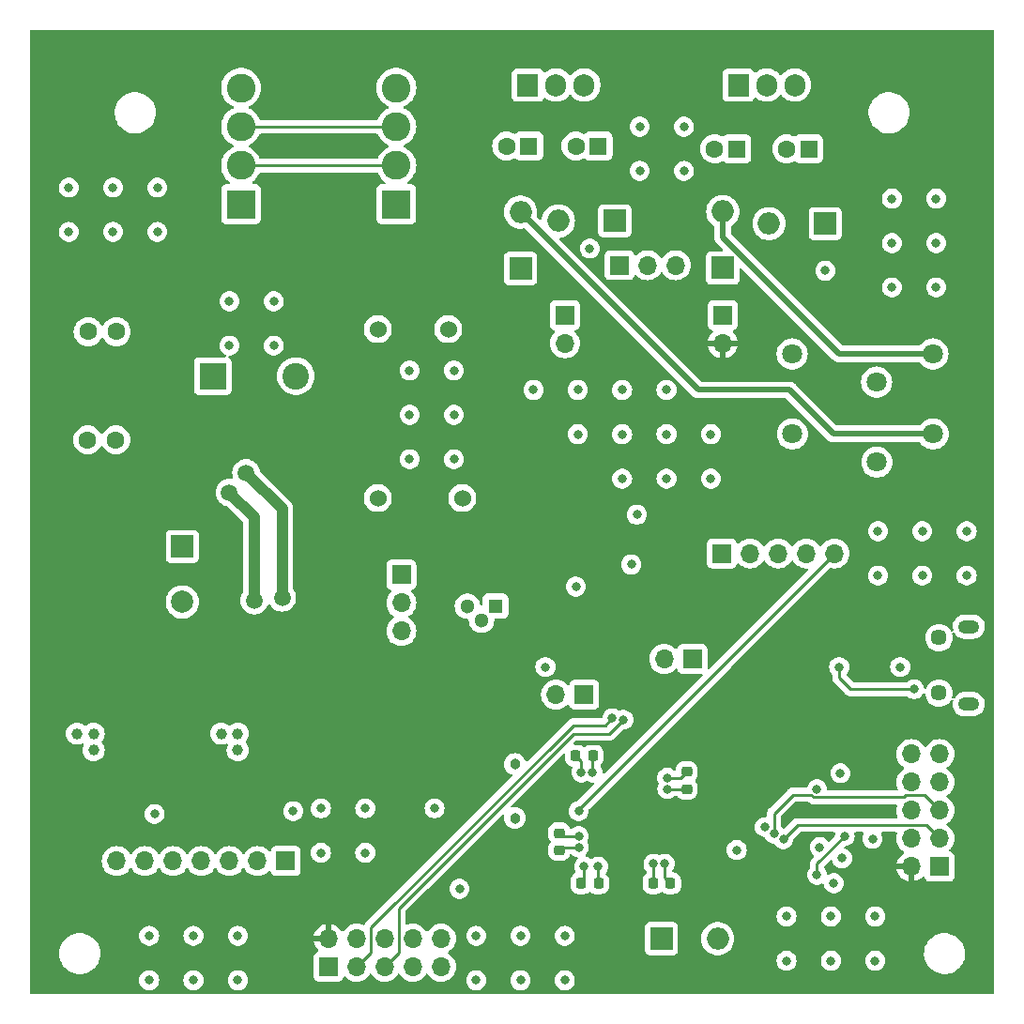
<source format=gbl>
G04 #@! TF.GenerationSoftware,KiCad,Pcbnew,7.0.8-7.0.8~ubuntu22.04.1*
G04 #@! TF.CreationDate,2024-01-26T15:53:44+01:00*
G04 #@! TF.ProjectId,shoulder,73686f75-6c64-4657-922e-6b696361645f,1.1*
G04 #@! TF.SameCoordinates,Original*
G04 #@! TF.FileFunction,Copper,L4,Bot*
G04 #@! TF.FilePolarity,Positive*
%FSLAX46Y46*%
G04 Gerber Fmt 4.6, Leading zero omitted, Abs format (unit mm)*
G04 Created by KiCad (PCBNEW 7.0.8-7.0.8~ubuntu22.04.1) date 2024-01-26 15:53:44*
%MOMM*%
%LPD*%
G01*
G04 APERTURE LIST*
G04 Aperture macros list*
%AMRoundRect*
0 Rectangle with rounded corners*
0 $1 Rounding radius*
0 $2 $3 $4 $5 $6 $7 $8 $9 X,Y pos of 4 corners*
0 Add a 4 corners polygon primitive as box body*
4,1,4,$2,$3,$4,$5,$6,$7,$8,$9,$2,$3,0*
0 Add four circle primitives for the rounded corners*
1,1,$1+$1,$2,$3*
1,1,$1+$1,$4,$5*
1,1,$1+$1,$6,$7*
1,1,$1+$1,$8,$9*
0 Add four rect primitives between the rounded corners*
20,1,$1+$1,$2,$3,$4,$5,0*
20,1,$1+$1,$4,$5,$6,$7,0*
20,1,$1+$1,$6,$7,$8,$9,0*
20,1,$1+$1,$8,$9,$2,$3,0*%
G04 Aperture macros list end*
G04 #@! TA.AperFunction,ComponentPad*
%ADD10C,1.600200*%
G04 #@! TD*
G04 #@! TA.AperFunction,ComponentPad*
%ADD11R,2.000000X2.000000*%
G04 #@! TD*
G04 #@! TA.AperFunction,ComponentPad*
%ADD12O,2.000000X2.000000*%
G04 #@! TD*
G04 #@! TA.AperFunction,ComponentPad*
%ADD13R,2.400000X2.400000*%
G04 #@! TD*
G04 #@! TA.AperFunction,ComponentPad*
%ADD14C,2.400000*%
G04 #@! TD*
G04 #@! TA.AperFunction,ComponentPad*
%ADD15R,1.700000X1.700000*%
G04 #@! TD*
G04 #@! TA.AperFunction,ComponentPad*
%ADD16O,1.700000X1.700000*%
G04 #@! TD*
G04 #@! TA.AperFunction,ComponentPad*
%ADD17R,1.905000X2.000000*%
G04 #@! TD*
G04 #@! TA.AperFunction,ComponentPad*
%ADD18O,1.905000X2.000000*%
G04 #@! TD*
G04 #@! TA.AperFunction,ComponentPad*
%ADD19C,1.800000*%
G04 #@! TD*
G04 #@! TA.AperFunction,ComponentPad*
%ADD20R,1.600000X1.600000*%
G04 #@! TD*
G04 #@! TA.AperFunction,ComponentPad*
%ADD21C,1.600000*%
G04 #@! TD*
G04 #@! TA.AperFunction,ComponentPad*
%ADD22O,1.900000X1.200000*%
G04 #@! TD*
G04 #@! TA.AperFunction,ComponentPad*
%ADD23C,1.450000*%
G04 #@! TD*
G04 #@! TA.AperFunction,ComponentPad*
%ADD24R,1.300000X1.300000*%
G04 #@! TD*
G04 #@! TA.AperFunction,ComponentPad*
%ADD25C,1.300000*%
G04 #@! TD*
G04 #@! TA.AperFunction,ComponentPad*
%ADD26C,1.524000*%
G04 #@! TD*
G04 #@! TA.AperFunction,ComponentPad*
%ADD27C,0.965200*%
G04 #@! TD*
G04 #@! TA.AperFunction,ComponentPad*
%ADD28R,2.600000X2.600000*%
G04 #@! TD*
G04 #@! TA.AperFunction,ComponentPad*
%ADD29C,2.600000*%
G04 #@! TD*
G04 #@! TA.AperFunction,ComponentPad*
%ADD30C,2.000000*%
G04 #@! TD*
G04 #@! TA.AperFunction,SMDPad,CuDef*
%ADD31RoundRect,0.225000X0.250000X-0.225000X0.250000X0.225000X-0.250000X0.225000X-0.250000X-0.225000X0*%
G04 #@! TD*
G04 #@! TA.AperFunction,SMDPad,CuDef*
%ADD32RoundRect,0.225000X0.225000X0.250000X-0.225000X0.250000X-0.225000X-0.250000X0.225000X-0.250000X0*%
G04 #@! TD*
G04 #@! TA.AperFunction,SMDPad,CuDef*
%ADD33RoundRect,0.225000X-0.250000X0.225000X-0.250000X-0.225000X0.250000X-0.225000X0.250000X0.225000X0*%
G04 #@! TD*
G04 #@! TA.AperFunction,SMDPad,CuDef*
%ADD34RoundRect,0.225000X-0.225000X-0.250000X0.225000X-0.250000X0.225000X0.250000X-0.225000X0.250000X0*%
G04 #@! TD*
G04 #@! TA.AperFunction,ViaPad*
%ADD35C,0.800000*%
G04 #@! TD*
G04 #@! TA.AperFunction,ViaPad*
%ADD36C,1.000000*%
G04 #@! TD*
G04 #@! TA.AperFunction,ViaPad*
%ADD37C,1.500000*%
G04 #@! TD*
G04 #@! TA.AperFunction,Conductor*
%ADD38C,0.250000*%
G04 #@! TD*
G04 #@! TA.AperFunction,Conductor*
%ADD39C,0.500000*%
G04 #@! TD*
G04 #@! TA.AperFunction,Conductor*
%ADD40C,1.000000*%
G04 #@! TD*
G04 APERTURE END LIST*
D10*
X67500000Y-42250000D03*
X70040000Y-42250000D03*
D11*
X134000000Y-32500000D03*
D12*
X128920000Y-32500000D03*
D13*
X78737246Y-46250000D03*
D14*
X86237246Y-46250000D03*
D15*
X89175000Y-99525000D03*
D16*
X89175000Y-96985000D03*
X91715000Y-99525000D03*
X91715000Y-96985000D03*
X94255000Y-99525000D03*
X94255000Y-96985000D03*
X96795000Y-99525000D03*
X96795000Y-96985000D03*
X99335000Y-99525000D03*
X99335000Y-96985000D03*
D15*
X124750000Y-40750000D03*
D16*
X124750000Y-43290000D03*
D17*
X107170000Y-20000000D03*
D18*
X109710000Y-20000000D03*
X112250000Y-20000000D03*
D19*
X131000000Y-44250000D03*
X138620000Y-46790000D03*
X143700000Y-44250000D03*
D15*
X144290000Y-90500000D03*
D16*
X141750000Y-90500000D03*
X144290000Y-87960000D03*
X141750000Y-87960000D03*
X144290000Y-85420000D03*
X141750000Y-85420000D03*
X144290000Y-82880000D03*
X141750000Y-82880000D03*
X144290000Y-80340000D03*
X141750000Y-80340000D03*
D20*
X107250000Y-25500000D03*
D21*
X105250000Y-25500000D03*
D11*
X106500000Y-36540000D03*
D12*
X106500000Y-31460000D03*
D22*
X146950000Y-75850000D03*
D23*
X144250000Y-74850000D03*
X144250000Y-69850000D03*
D22*
X146950000Y-68850000D03*
D11*
X115000000Y-32250000D03*
D12*
X109920000Y-32250000D03*
D20*
X126000000Y-25750000D03*
D21*
X124000000Y-25750000D03*
D24*
X104250000Y-67000000D03*
D25*
X102980000Y-68270000D03*
X101710000Y-67000000D03*
D26*
X93630000Y-57250000D03*
X93630000Y-42010000D03*
X99980000Y-42010000D03*
X101250000Y-57250000D03*
D11*
X119210000Y-97000000D03*
D12*
X124290000Y-97000000D03*
D17*
X126170000Y-20000000D03*
D18*
X128710000Y-20000000D03*
X131250000Y-20000000D03*
D15*
X115420000Y-36250000D03*
D16*
X117960000Y-36250000D03*
X120500000Y-36250000D03*
D15*
X110500000Y-40750000D03*
D16*
X110500000Y-43290000D03*
D27*
X106000000Y-81250000D03*
X106000000Y-86130001D03*
D28*
X81295000Y-30750000D03*
D29*
X81295000Y-27250000D03*
X81295000Y-23750000D03*
X81295000Y-20250000D03*
D15*
X122000000Y-71750000D03*
D16*
X119460000Y-71750000D03*
D15*
X124675000Y-62250000D03*
D16*
X127215000Y-62250000D03*
X129755000Y-62250000D03*
X132295000Y-62250000D03*
X134835000Y-62250000D03*
D15*
X112250000Y-75000000D03*
D16*
X109710000Y-75000000D03*
D11*
X76000000Y-61632323D03*
D30*
X76000000Y-66632323D03*
D19*
X131025000Y-51475000D03*
X138645000Y-54015000D03*
X143725000Y-51475000D03*
D15*
X95750000Y-64170000D03*
D16*
X95750000Y-66710000D03*
X95750000Y-69250000D03*
D20*
X113500000Y-25500000D03*
D21*
X111500000Y-25500000D03*
D15*
X85330000Y-90000000D03*
D16*
X82790000Y-90000000D03*
X80250000Y-90000000D03*
X77710000Y-90000000D03*
X75170000Y-90000000D03*
X72630000Y-90000000D03*
X70090000Y-90000000D03*
D10*
X67460000Y-52000000D03*
X70000000Y-52000000D03*
D11*
X124750000Y-36500000D03*
D12*
X124750000Y-31420000D03*
D28*
X95295000Y-30750000D03*
D29*
X95295000Y-27250000D03*
X95295000Y-23750000D03*
X95295000Y-20250000D03*
D20*
X132500000Y-25750000D03*
D21*
X130500000Y-25750000D03*
D31*
X121500000Y-83500000D03*
X121500000Y-81950000D03*
D32*
X113025000Y-80500000D03*
X111475000Y-80500000D03*
D33*
X110000000Y-87475000D03*
X110000000Y-89025000D03*
D34*
X118475000Y-92000000D03*
X120025000Y-92000000D03*
X111975000Y-92000000D03*
X113525000Y-92000000D03*
D35*
X86000000Y-85500000D03*
X138250000Y-88000000D03*
X113500000Y-90500000D03*
X119737701Y-82487701D03*
X111750000Y-88750000D03*
X119512299Y-90237701D03*
X73500000Y-85750000D03*
X112000000Y-82000000D03*
X133250000Y-83525156D03*
X116500000Y-63250000D03*
X134750000Y-92000000D03*
X135500000Y-89750000D03*
X106500000Y-100750000D03*
X140000000Y-38250000D03*
X73000000Y-100750000D03*
X65750000Y-29250000D03*
X77000000Y-100750000D03*
X100500000Y-49750000D03*
X77000000Y-96750000D03*
X115670000Y-51500000D03*
X123670000Y-51500000D03*
X123670000Y-55500000D03*
X106500000Y-96750000D03*
X134500000Y-95000000D03*
X108750000Y-72500000D03*
X115670000Y-55500000D03*
X112750000Y-34750000D03*
D36*
X81000000Y-80000000D03*
D35*
X96500000Y-45750000D03*
X140000000Y-30250000D03*
X144000000Y-30250000D03*
X107670000Y-47500000D03*
D36*
X68000000Y-80000000D03*
D35*
X142750000Y-64250000D03*
X138500000Y-99000000D03*
X69750000Y-33250000D03*
X96500000Y-53750000D03*
X119670000Y-51500000D03*
X146750000Y-60250000D03*
X73750000Y-29250000D03*
X102500000Y-96750000D03*
X112250000Y-90500000D03*
X135355000Y-82080000D03*
X144000000Y-34250000D03*
X133500000Y-88750000D03*
X88500000Y-89250000D03*
X80250000Y-39500000D03*
X138750000Y-60250000D03*
X119670000Y-55500000D03*
X73750000Y-33250000D03*
X142750000Y-60250000D03*
X140750000Y-72500000D03*
X121250000Y-23750000D03*
X92500000Y-85250000D03*
X84250000Y-43500000D03*
X101000000Y-92500000D03*
X130500000Y-95000000D03*
X110500000Y-96750000D03*
X117000000Y-58750000D03*
X138750000Y-64250000D03*
X96500000Y-49750000D03*
X146750000Y-64250000D03*
X98750000Y-85250000D03*
D36*
X66500000Y-78500000D03*
D35*
X112999503Y-82000000D03*
X117250000Y-23750000D03*
X121250000Y-27750000D03*
X119670000Y-47500000D03*
X81000000Y-96750000D03*
X73000000Y-96750000D03*
X100500000Y-45750000D03*
X65750000Y-33250000D03*
X88500000Y-85250000D03*
X111750000Y-87750000D03*
X111670000Y-47500000D03*
D36*
X79500000Y-78500000D03*
D35*
X111500000Y-65250000D03*
X84250000Y-39500000D03*
D36*
X81000000Y-78500000D03*
D35*
X117250000Y-27750000D03*
X144000000Y-38250000D03*
X102500000Y-100750000D03*
D36*
X68000000Y-78500000D03*
D35*
X134000000Y-36750000D03*
X115670000Y-47500000D03*
X119750000Y-83500000D03*
X92500000Y-89250000D03*
X100500000Y-53750000D03*
X81000000Y-100750000D03*
X128545998Y-86934380D03*
X134500000Y-99000000D03*
X118500000Y-90250000D03*
X130500000Y-99000000D03*
X110500000Y-100750000D03*
X138500000Y-95000000D03*
X80250000Y-43500000D03*
X126000000Y-89000000D03*
X69750000Y-29250000D03*
X140000000Y-34250000D03*
X111670000Y-51500000D03*
X113250000Y-65250000D03*
X111750000Y-85500000D03*
X115775500Y-77250000D03*
X114785432Y-77112994D03*
X129363931Y-87508829D03*
X130211628Y-88038372D03*
X135750000Y-87750000D03*
X133250000Y-91250000D03*
X142000000Y-74500000D03*
X135250000Y-72500000D03*
D37*
X80250000Y-56750000D03*
X82500000Y-66500000D03*
X81750000Y-55000000D03*
X85000000Y-66250000D03*
D38*
X112000000Y-82000000D02*
X112000000Y-81025000D01*
X119737701Y-82487701D02*
X120962299Y-82487701D01*
X110275000Y-88750000D02*
X110000000Y-89025000D01*
X113500000Y-91975000D02*
X113525000Y-92000000D01*
X120962299Y-82487701D02*
X121500000Y-81950000D01*
X111750000Y-88750000D02*
X110275000Y-88750000D01*
X119512299Y-90237701D02*
X119512299Y-91487299D01*
X119512299Y-91487299D02*
X120025000Y-92000000D01*
X112000000Y-81025000D02*
X111475000Y-80500000D01*
X113500000Y-90500000D02*
X113500000Y-91975000D01*
X112250000Y-90500000D02*
X112250000Y-91725000D01*
X112250000Y-91725000D02*
X111975000Y-92000000D01*
X111750000Y-87750000D02*
X110275000Y-87750000D01*
X110275000Y-87750000D02*
X110000000Y-87475000D01*
X118500000Y-90250000D02*
X118500000Y-91975000D01*
X112999503Y-80525497D02*
X113025000Y-80500000D01*
X112999503Y-82000000D02*
X112999503Y-80525497D01*
X119750000Y-83500000D02*
X121500000Y-83500000D01*
X118500000Y-91975000D02*
X118475000Y-92000000D01*
D39*
X134725000Y-51475000D02*
X130750000Y-47500000D01*
X122540000Y-47500000D02*
X106500000Y-31460000D01*
X130750000Y-47500000D02*
X122540000Y-47500000D01*
X143725000Y-51475000D02*
X134725000Y-51475000D01*
X124750000Y-33750000D02*
X124750000Y-31420000D01*
X135250000Y-44250000D02*
X124750000Y-33750000D01*
X143700000Y-44250000D02*
X135250000Y-44250000D01*
D38*
X111750000Y-85335000D02*
X134835000Y-62250000D01*
X111750000Y-85500000D02*
X111750000Y-85335000D01*
X95295000Y-23750000D02*
X81295000Y-23750000D01*
X95295000Y-27250000D02*
X81295000Y-27250000D01*
X111250000Y-78500000D02*
X95500000Y-94250000D01*
X95500000Y-94250000D02*
X95500000Y-98280000D01*
X95500000Y-98280000D02*
X94255000Y-99525000D01*
X115775500Y-77250000D02*
X114525500Y-78500000D01*
X114525500Y-78500000D02*
X111250000Y-78500000D01*
X93000000Y-96000000D02*
X93000000Y-98240000D01*
X114785432Y-77112994D02*
X114148426Y-77750000D01*
X114148426Y-77750000D02*
X111250000Y-77750000D01*
X93000000Y-98240000D02*
X91715000Y-99525000D01*
X111250000Y-77750000D02*
X93000000Y-96000000D01*
X142920344Y-84050344D02*
X144290000Y-85420000D01*
X131068745Y-84000000D02*
X132699539Y-84000000D01*
X141060478Y-84250156D02*
X141260290Y-84050344D01*
X132949695Y-84250156D02*
X141060478Y-84250156D01*
X141260290Y-84050344D02*
X142920344Y-84050344D01*
X129363931Y-85704814D02*
X131068745Y-84000000D01*
X129363931Y-87508829D02*
X129363931Y-85704814D01*
X132699539Y-84000000D02*
X132949695Y-84250156D01*
X130211628Y-88038372D02*
X131500000Y-86750000D01*
X143080000Y-86750000D02*
X144290000Y-87960000D01*
X131500000Y-86750000D02*
X143080000Y-86750000D01*
X133250000Y-90250000D02*
X135750000Y-87750000D01*
X133250000Y-91250000D02*
X133250000Y-90250000D01*
X135250000Y-72500000D02*
X135250000Y-73500000D01*
X135250000Y-73500000D02*
X136250000Y-74500000D01*
X136250000Y-74500000D02*
X142000000Y-74500000D01*
D40*
X82500000Y-59000000D02*
X82500000Y-66500000D01*
X80250000Y-56750000D02*
X82500000Y-59000000D01*
X81750000Y-55000000D02*
X85000000Y-58250000D01*
X85000000Y-58250000D02*
X85000000Y-66250000D01*
G04 #@! TA.AperFunction,Conductor*
G36*
X132453598Y-84645185D02*
G01*
X132471443Y-84659108D01*
X132514331Y-84699383D01*
X132535224Y-84720276D01*
X132540706Y-84724529D01*
X132545138Y-84728313D01*
X132579113Y-84760218D01*
X132596671Y-84769870D01*
X132612928Y-84780549D01*
X132628759Y-84792829D01*
X132648432Y-84801342D01*
X132671528Y-84811338D01*
X132676772Y-84813906D01*
X132717603Y-84836353D01*
X132730218Y-84839591D01*
X132737000Y-84841333D01*
X132755414Y-84847637D01*
X132773799Y-84855594D01*
X132819852Y-84862888D01*
X132825521Y-84864062D01*
X132870676Y-84875656D01*
X132890711Y-84875656D01*
X132910108Y-84877182D01*
X132929891Y-84880316D01*
X132976279Y-84875931D01*
X132982117Y-84875656D01*
X140336115Y-84875656D01*
X140403154Y-84895341D01*
X140448909Y-84948145D01*
X140458853Y-85017303D01*
X140455890Y-85031749D01*
X140414938Y-85184586D01*
X140414936Y-85184596D01*
X140394341Y-85419999D01*
X140394341Y-85420000D01*
X140414936Y-85655403D01*
X140414938Y-85655413D01*
X140476094Y-85883655D01*
X140476099Y-85883669D01*
X140506142Y-85948096D01*
X140516634Y-86017173D01*
X140488114Y-86080957D01*
X140429637Y-86119196D01*
X140393760Y-86124500D01*
X131582738Y-86124500D01*
X131567121Y-86122776D01*
X131567094Y-86123062D01*
X131559332Y-86122327D01*
X131490204Y-86124500D01*
X131460650Y-86124500D01*
X131459929Y-86124590D01*
X131453757Y-86125369D01*
X131447945Y-86125826D01*
X131401373Y-86127290D01*
X131401372Y-86127290D01*
X131382129Y-86132881D01*
X131363079Y-86136825D01*
X131343211Y-86139334D01*
X131343209Y-86139335D01*
X131299884Y-86156488D01*
X131294357Y-86158380D01*
X131249610Y-86171381D01*
X131249609Y-86171382D01*
X131232367Y-86181579D01*
X131214899Y-86190137D01*
X131196269Y-86197513D01*
X131196267Y-86197514D01*
X131158576Y-86224898D01*
X131153694Y-86228105D01*
X131113579Y-86251830D01*
X131099408Y-86266000D01*
X131084623Y-86278628D01*
X131068412Y-86290407D01*
X131038709Y-86326310D01*
X131034777Y-86330631D01*
X130317733Y-87047675D01*
X130256410Y-87081160D01*
X130186719Y-87076176D01*
X130130785Y-87034305D01*
X130122665Y-87021994D01*
X130114816Y-87008400D01*
X130096464Y-86976613D01*
X130057953Y-86933842D01*
X130021281Y-86893113D01*
X129991051Y-86830121D01*
X129989431Y-86810141D01*
X129989431Y-86015266D01*
X130009116Y-85948227D01*
X130025750Y-85927585D01*
X131291517Y-84661819D01*
X131352840Y-84628334D01*
X131379198Y-84625500D01*
X132386559Y-84625500D01*
X132453598Y-84645185D01*
G37*
G04 #@! TD.AperFunction*
G04 #@! TA.AperFunction,Conductor*
G36*
X93588784Y-24395185D02*
G01*
X93634539Y-24447989D01*
X93637167Y-24454184D01*
X93668257Y-24533398D01*
X93803185Y-24767102D01*
X93939080Y-24937509D01*
X93971442Y-24978089D01*
X94158183Y-25151358D01*
X94169259Y-25161635D01*
X94392226Y-25313651D01*
X94392229Y-25313652D01*
X94392230Y-25313653D01*
X94547194Y-25388280D01*
X94599053Y-25435103D01*
X94617366Y-25502530D01*
X94596318Y-25569154D01*
X94547194Y-25611720D01*
X94392230Y-25686346D01*
X94169258Y-25838365D01*
X93971442Y-26021910D01*
X93803185Y-26232898D01*
X93668258Y-26466599D01*
X93658766Y-26490782D01*
X93638536Y-26542331D01*
X93637173Y-26545803D01*
X93594357Y-26601016D01*
X93528487Y-26624317D01*
X93521745Y-26624500D01*
X83068255Y-26624500D01*
X83001216Y-26604815D01*
X82955461Y-26552011D01*
X82952827Y-26545803D01*
X82951466Y-26542335D01*
X82921743Y-26466602D01*
X82786815Y-26232898D01*
X82618561Y-26021915D01*
X82618560Y-26021914D01*
X82618557Y-26021910D01*
X82420741Y-25838365D01*
X82197775Y-25686349D01*
X82197769Y-25686346D01*
X82197768Y-25686345D01*
X82197767Y-25686344D01*
X82042806Y-25611720D01*
X81990946Y-25564898D01*
X81972633Y-25497471D01*
X81993681Y-25430847D01*
X82042806Y-25388280D01*
X82197767Y-25313655D01*
X82197767Y-25313654D01*
X82197775Y-25313651D01*
X82420741Y-25161635D01*
X82618561Y-24978085D01*
X82786815Y-24767102D01*
X82921743Y-24533398D01*
X82952827Y-24454195D01*
X82995643Y-24398984D01*
X83061513Y-24375683D01*
X83068255Y-24375500D01*
X93521745Y-24375500D01*
X93588784Y-24395185D01*
G37*
G04 #@! TD.AperFunction*
G04 #@! TA.AperFunction,Conductor*
G36*
X149193039Y-15019685D02*
G01*
X149238794Y-15072489D01*
X149250000Y-15124000D01*
X149250000Y-101876000D01*
X149230315Y-101943039D01*
X149177511Y-101988794D01*
X149126000Y-102000000D01*
X62374000Y-102000000D01*
X62306961Y-101980315D01*
X62261206Y-101927511D01*
X62250000Y-101876000D01*
X62250000Y-100750000D01*
X72094540Y-100750000D01*
X72114326Y-100938256D01*
X72114327Y-100938259D01*
X72172818Y-101118277D01*
X72172821Y-101118284D01*
X72267467Y-101282216D01*
X72394129Y-101422888D01*
X72547265Y-101534148D01*
X72547270Y-101534151D01*
X72720192Y-101611142D01*
X72720197Y-101611144D01*
X72905354Y-101650500D01*
X72905355Y-101650500D01*
X73094644Y-101650500D01*
X73094646Y-101650500D01*
X73279803Y-101611144D01*
X73452730Y-101534151D01*
X73605871Y-101422888D01*
X73732533Y-101282216D01*
X73827179Y-101118284D01*
X73885674Y-100938256D01*
X73905460Y-100750000D01*
X76094540Y-100750000D01*
X76114326Y-100938256D01*
X76114327Y-100938259D01*
X76172818Y-101118277D01*
X76172821Y-101118284D01*
X76267467Y-101282216D01*
X76394129Y-101422888D01*
X76547265Y-101534148D01*
X76547270Y-101534151D01*
X76720192Y-101611142D01*
X76720197Y-101611144D01*
X76905354Y-101650500D01*
X76905355Y-101650500D01*
X77094644Y-101650500D01*
X77094646Y-101650500D01*
X77279803Y-101611144D01*
X77452730Y-101534151D01*
X77605871Y-101422888D01*
X77732533Y-101282216D01*
X77827179Y-101118284D01*
X77885674Y-100938256D01*
X77905460Y-100750000D01*
X80094540Y-100750000D01*
X80114326Y-100938256D01*
X80114327Y-100938259D01*
X80172818Y-101118277D01*
X80172821Y-101118284D01*
X80267467Y-101282216D01*
X80394129Y-101422888D01*
X80547265Y-101534148D01*
X80547270Y-101534151D01*
X80720192Y-101611142D01*
X80720197Y-101611144D01*
X80905354Y-101650500D01*
X80905355Y-101650500D01*
X81094644Y-101650500D01*
X81094646Y-101650500D01*
X81279803Y-101611144D01*
X81452730Y-101534151D01*
X81605871Y-101422888D01*
X81732533Y-101282216D01*
X81827179Y-101118284D01*
X81885674Y-100938256D01*
X81905460Y-100750000D01*
X81885674Y-100561744D01*
X81840551Y-100422870D01*
X87824500Y-100422870D01*
X87824501Y-100422876D01*
X87830908Y-100482483D01*
X87881202Y-100617328D01*
X87881206Y-100617335D01*
X87967452Y-100732544D01*
X87967455Y-100732547D01*
X88082664Y-100818793D01*
X88082671Y-100818797D01*
X88217517Y-100869091D01*
X88217516Y-100869091D01*
X88224444Y-100869835D01*
X88277127Y-100875500D01*
X90072872Y-100875499D01*
X90132483Y-100869091D01*
X90267331Y-100818796D01*
X90382546Y-100732546D01*
X90468796Y-100617331D01*
X90517810Y-100485916D01*
X90559681Y-100429984D01*
X90625145Y-100405566D01*
X90693418Y-100420417D01*
X90721673Y-100441569D01*
X90843599Y-100563495D01*
X90940384Y-100631265D01*
X91037165Y-100699032D01*
X91037167Y-100699033D01*
X91037170Y-100699035D01*
X91251337Y-100798903D01*
X91479592Y-100860063D01*
X91656034Y-100875500D01*
X91714999Y-100880659D01*
X91715000Y-100880659D01*
X91715001Y-100880659D01*
X91773966Y-100875500D01*
X91950408Y-100860063D01*
X92178663Y-100798903D01*
X92392830Y-100699035D01*
X92586401Y-100563495D01*
X92753495Y-100396401D01*
X92883425Y-100210842D01*
X92938002Y-100167217D01*
X93007500Y-100160023D01*
X93069855Y-100191546D01*
X93086575Y-100210842D01*
X93216500Y-100396395D01*
X93216505Y-100396401D01*
X93383599Y-100563495D01*
X93480384Y-100631265D01*
X93577165Y-100699032D01*
X93577167Y-100699033D01*
X93577170Y-100699035D01*
X93791337Y-100798903D01*
X94019592Y-100860063D01*
X94196034Y-100875500D01*
X94254999Y-100880659D01*
X94255000Y-100880659D01*
X94255001Y-100880659D01*
X94313966Y-100875500D01*
X94490408Y-100860063D01*
X94718663Y-100798903D01*
X94932830Y-100699035D01*
X95126401Y-100563495D01*
X95293495Y-100396401D01*
X95423425Y-100210842D01*
X95478002Y-100167217D01*
X95547500Y-100160023D01*
X95609855Y-100191546D01*
X95626575Y-100210842D01*
X95756500Y-100396395D01*
X95756505Y-100396401D01*
X95923599Y-100563495D01*
X96020384Y-100631265D01*
X96117165Y-100699032D01*
X96117167Y-100699033D01*
X96117170Y-100699035D01*
X96331337Y-100798903D01*
X96559592Y-100860063D01*
X96736034Y-100875500D01*
X96794999Y-100880659D01*
X96795000Y-100880659D01*
X96795001Y-100880659D01*
X96853966Y-100875500D01*
X97030408Y-100860063D01*
X97258663Y-100798903D01*
X97472830Y-100699035D01*
X97666401Y-100563495D01*
X97833495Y-100396401D01*
X97963425Y-100210842D01*
X98018002Y-100167217D01*
X98087500Y-100160023D01*
X98149855Y-100191546D01*
X98166575Y-100210842D01*
X98296500Y-100396395D01*
X98296505Y-100396401D01*
X98463599Y-100563495D01*
X98560384Y-100631265D01*
X98657165Y-100699032D01*
X98657167Y-100699033D01*
X98657170Y-100699035D01*
X98871337Y-100798903D01*
X99099592Y-100860063D01*
X99276034Y-100875500D01*
X99334999Y-100880659D01*
X99335000Y-100880659D01*
X99335001Y-100880659D01*
X99393966Y-100875500D01*
X99570408Y-100860063D01*
X99798663Y-100798903D01*
X99903536Y-100750000D01*
X101594540Y-100750000D01*
X101614326Y-100938256D01*
X101614327Y-100938259D01*
X101672818Y-101118277D01*
X101672821Y-101118284D01*
X101767467Y-101282216D01*
X101894129Y-101422888D01*
X102047265Y-101534148D01*
X102047270Y-101534151D01*
X102220192Y-101611142D01*
X102220197Y-101611144D01*
X102405354Y-101650500D01*
X102405355Y-101650500D01*
X102594644Y-101650500D01*
X102594646Y-101650500D01*
X102779803Y-101611144D01*
X102952730Y-101534151D01*
X103105871Y-101422888D01*
X103232533Y-101282216D01*
X103327179Y-101118284D01*
X103385674Y-100938256D01*
X103405460Y-100750000D01*
X105594540Y-100750000D01*
X105614326Y-100938256D01*
X105614327Y-100938259D01*
X105672818Y-101118277D01*
X105672821Y-101118284D01*
X105767467Y-101282216D01*
X105894129Y-101422888D01*
X106047265Y-101534148D01*
X106047270Y-101534151D01*
X106220192Y-101611142D01*
X106220197Y-101611144D01*
X106405354Y-101650500D01*
X106405355Y-101650500D01*
X106594644Y-101650500D01*
X106594646Y-101650500D01*
X106779803Y-101611144D01*
X106952730Y-101534151D01*
X107105871Y-101422888D01*
X107232533Y-101282216D01*
X107327179Y-101118284D01*
X107385674Y-100938256D01*
X107405460Y-100750000D01*
X109594540Y-100750000D01*
X109614326Y-100938256D01*
X109614327Y-100938259D01*
X109672818Y-101118277D01*
X109672821Y-101118284D01*
X109767467Y-101282216D01*
X109894129Y-101422888D01*
X110047265Y-101534148D01*
X110047270Y-101534151D01*
X110220192Y-101611142D01*
X110220197Y-101611144D01*
X110405354Y-101650500D01*
X110405355Y-101650500D01*
X110594644Y-101650500D01*
X110594646Y-101650500D01*
X110779803Y-101611144D01*
X110952730Y-101534151D01*
X111105871Y-101422888D01*
X111232533Y-101282216D01*
X111327179Y-101118284D01*
X111385674Y-100938256D01*
X111405460Y-100750000D01*
X111385674Y-100561744D01*
X111327179Y-100381716D01*
X111232533Y-100217784D01*
X111105871Y-100077112D01*
X111105870Y-100077111D01*
X110952734Y-99965851D01*
X110952729Y-99965848D01*
X110779807Y-99888857D01*
X110779802Y-99888855D01*
X110634001Y-99857865D01*
X110594646Y-99849500D01*
X110405354Y-99849500D01*
X110372897Y-99856398D01*
X110220197Y-99888855D01*
X110220192Y-99888857D01*
X110047270Y-99965848D01*
X110047265Y-99965851D01*
X109894129Y-100077111D01*
X109767466Y-100217785D01*
X109672821Y-100381715D01*
X109672818Y-100381722D01*
X109614327Y-100561740D01*
X109614326Y-100561744D01*
X109594540Y-100750000D01*
X107405460Y-100750000D01*
X107385674Y-100561744D01*
X107327179Y-100381716D01*
X107232533Y-100217784D01*
X107105871Y-100077112D01*
X107105870Y-100077111D01*
X106952734Y-99965851D01*
X106952729Y-99965848D01*
X106779807Y-99888857D01*
X106779802Y-99888855D01*
X106634001Y-99857865D01*
X106594646Y-99849500D01*
X106405354Y-99849500D01*
X106372897Y-99856398D01*
X106220197Y-99888855D01*
X106220192Y-99888857D01*
X106047270Y-99965848D01*
X106047265Y-99965851D01*
X105894129Y-100077111D01*
X105767466Y-100217785D01*
X105672821Y-100381715D01*
X105672818Y-100381722D01*
X105614327Y-100561740D01*
X105614326Y-100561744D01*
X105594540Y-100750000D01*
X103405460Y-100750000D01*
X103385674Y-100561744D01*
X103327179Y-100381716D01*
X103232533Y-100217784D01*
X103105871Y-100077112D01*
X103105870Y-100077111D01*
X102952734Y-99965851D01*
X102952729Y-99965848D01*
X102779807Y-99888857D01*
X102779802Y-99888855D01*
X102634001Y-99857865D01*
X102594646Y-99849500D01*
X102405354Y-99849500D01*
X102372897Y-99856398D01*
X102220197Y-99888855D01*
X102220192Y-99888857D01*
X102047270Y-99965848D01*
X102047265Y-99965851D01*
X101894129Y-100077111D01*
X101767466Y-100217785D01*
X101672821Y-100381715D01*
X101672818Y-100381722D01*
X101614327Y-100561740D01*
X101614326Y-100561744D01*
X101594540Y-100750000D01*
X99903536Y-100750000D01*
X100012830Y-100699035D01*
X100206401Y-100563495D01*
X100373495Y-100396401D01*
X100509035Y-100202830D01*
X100608903Y-99988663D01*
X100670063Y-99760408D01*
X100690659Y-99525000D01*
X100670063Y-99289592D01*
X100608903Y-99061337D01*
X100580301Y-99000000D01*
X129594540Y-99000000D01*
X129614326Y-99188256D01*
X129614327Y-99188259D01*
X129672818Y-99368277D01*
X129672821Y-99368284D01*
X129767467Y-99532216D01*
X129771676Y-99536890D01*
X129894129Y-99672888D01*
X130047265Y-99784148D01*
X130047270Y-99784151D01*
X130220192Y-99861142D01*
X130220197Y-99861144D01*
X130405354Y-99900500D01*
X130405355Y-99900500D01*
X130594644Y-99900500D01*
X130594646Y-99900500D01*
X130779803Y-99861144D01*
X130952730Y-99784151D01*
X131105871Y-99672888D01*
X131232533Y-99532216D01*
X131327179Y-99368284D01*
X131385674Y-99188256D01*
X131405460Y-99000000D01*
X133594540Y-99000000D01*
X133614326Y-99188256D01*
X133614327Y-99188259D01*
X133672818Y-99368277D01*
X133672821Y-99368284D01*
X133767467Y-99532216D01*
X133771676Y-99536890D01*
X133894129Y-99672888D01*
X134047265Y-99784148D01*
X134047270Y-99784151D01*
X134220192Y-99861142D01*
X134220197Y-99861144D01*
X134405354Y-99900500D01*
X134405355Y-99900500D01*
X134594644Y-99900500D01*
X134594646Y-99900500D01*
X134779803Y-99861144D01*
X134952730Y-99784151D01*
X135105871Y-99672888D01*
X135232533Y-99532216D01*
X135327179Y-99368284D01*
X135385674Y-99188256D01*
X135405460Y-99000000D01*
X137594540Y-99000000D01*
X137614326Y-99188256D01*
X137614327Y-99188259D01*
X137672818Y-99368277D01*
X137672821Y-99368284D01*
X137767467Y-99532216D01*
X137771676Y-99536890D01*
X137894129Y-99672888D01*
X138047265Y-99784148D01*
X138047270Y-99784151D01*
X138220192Y-99861142D01*
X138220197Y-99861144D01*
X138405354Y-99900500D01*
X138405355Y-99900500D01*
X138594644Y-99900500D01*
X138594646Y-99900500D01*
X138779803Y-99861144D01*
X138952730Y-99784151D01*
X139105871Y-99672888D01*
X139232533Y-99532216D01*
X139327179Y-99368284D01*
X139385674Y-99188256D01*
X139405460Y-99000000D01*
X139385674Y-98811744D01*
X139327179Y-98631716D01*
X139232533Y-98467784D01*
X139187494Y-98417763D01*
X142895787Y-98417763D01*
X142925413Y-98687013D01*
X142925415Y-98687024D01*
X142978474Y-98889977D01*
X142993928Y-98949088D01*
X143099870Y-99198390D01*
X143171998Y-99316575D01*
X143240979Y-99429605D01*
X143240986Y-99429615D01*
X143414253Y-99637819D01*
X143414259Y-99637824D01*
X143615998Y-99818582D01*
X143841910Y-99968044D01*
X144087176Y-100083020D01*
X144087183Y-100083022D01*
X144087185Y-100083023D01*
X144346557Y-100161057D01*
X144346564Y-100161058D01*
X144346569Y-100161060D01*
X144614561Y-100200500D01*
X144614566Y-100200500D01*
X144817636Y-100200500D01*
X144869133Y-100196730D01*
X145020156Y-100185677D01*
X145135320Y-100160023D01*
X145284546Y-100126782D01*
X145284548Y-100126781D01*
X145284553Y-100126780D01*
X145537558Y-100030014D01*
X145773777Y-99897441D01*
X145988177Y-99731888D01*
X146176186Y-99536881D01*
X146333799Y-99316579D01*
X146407787Y-99172669D01*
X146457649Y-99075690D01*
X146457651Y-99075684D01*
X146457656Y-99075675D01*
X146545118Y-98819305D01*
X146594319Y-98552933D01*
X146604212Y-98282235D01*
X146574586Y-98012982D01*
X146506072Y-97750912D01*
X146400130Y-97501610D01*
X146259018Y-97270390D01*
X146217419Y-97220403D01*
X146085746Y-97062180D01*
X146085740Y-97062175D01*
X145884002Y-96881418D01*
X145658092Y-96731957D01*
X145658090Y-96731956D01*
X145412824Y-96616980D01*
X145412819Y-96616978D01*
X145412814Y-96616976D01*
X145153442Y-96538942D01*
X145153428Y-96538939D01*
X145033806Y-96521335D01*
X144885439Y-96499500D01*
X144682369Y-96499500D01*
X144682364Y-96499500D01*
X144479844Y-96514323D01*
X144479831Y-96514325D01*
X144215453Y-96573217D01*
X144215446Y-96573220D01*
X143962439Y-96669987D01*
X143726226Y-96802557D01*
X143511822Y-96968112D01*
X143323822Y-97163109D01*
X143323816Y-97163116D01*
X143166202Y-97383419D01*
X143166199Y-97383424D01*
X143042350Y-97624309D01*
X143042343Y-97624327D01*
X142954884Y-97880685D01*
X142954882Y-97880695D01*
X142907198Y-98138857D01*
X142905681Y-98147068D01*
X142905680Y-98147075D01*
X142895787Y-98417763D01*
X139187494Y-98417763D01*
X139105871Y-98327112D01*
X139094732Y-98319019D01*
X138952734Y-98215851D01*
X138952729Y-98215848D01*
X138779807Y-98138857D01*
X138779802Y-98138855D01*
X138632199Y-98107482D01*
X138594646Y-98099500D01*
X138405354Y-98099500D01*
X138372897Y-98106398D01*
X138220197Y-98138855D01*
X138220192Y-98138857D01*
X138047270Y-98215848D01*
X138047265Y-98215851D01*
X137894129Y-98327111D01*
X137767466Y-98467785D01*
X137672821Y-98631715D01*
X137672818Y-98631722D01*
X137614327Y-98811740D01*
X137614326Y-98811744D01*
X137594540Y-99000000D01*
X135405460Y-99000000D01*
X135385674Y-98811744D01*
X135327179Y-98631716D01*
X135232533Y-98467784D01*
X135105871Y-98327112D01*
X135094732Y-98319019D01*
X134952734Y-98215851D01*
X134952729Y-98215848D01*
X134779807Y-98138857D01*
X134779802Y-98138855D01*
X134632199Y-98107482D01*
X134594646Y-98099500D01*
X134405354Y-98099500D01*
X134372897Y-98106398D01*
X134220197Y-98138855D01*
X134220192Y-98138857D01*
X134047270Y-98215848D01*
X134047265Y-98215851D01*
X133894129Y-98327111D01*
X133767466Y-98467785D01*
X133672821Y-98631715D01*
X133672818Y-98631722D01*
X133614327Y-98811740D01*
X133614326Y-98811744D01*
X133594540Y-99000000D01*
X131405460Y-99000000D01*
X131385674Y-98811744D01*
X131327179Y-98631716D01*
X131232533Y-98467784D01*
X131105871Y-98327112D01*
X131094732Y-98319019D01*
X130952734Y-98215851D01*
X130952729Y-98215848D01*
X130779807Y-98138857D01*
X130779802Y-98138855D01*
X130632199Y-98107482D01*
X130594646Y-98099500D01*
X130405354Y-98099500D01*
X130372897Y-98106398D01*
X130220197Y-98138855D01*
X130220192Y-98138857D01*
X130047270Y-98215848D01*
X130047265Y-98215851D01*
X129894129Y-98327111D01*
X129767466Y-98467785D01*
X129672821Y-98631715D01*
X129672818Y-98631722D01*
X129614327Y-98811740D01*
X129614326Y-98811744D01*
X129594540Y-99000000D01*
X100580301Y-99000000D01*
X100509035Y-98847171D01*
X100503425Y-98839158D01*
X100373494Y-98653597D01*
X100206402Y-98486506D01*
X100206396Y-98486501D01*
X100020842Y-98356575D01*
X99977217Y-98301998D01*
X99970023Y-98232500D01*
X100001546Y-98170145D01*
X100020842Y-98153425D01*
X100043026Y-98137891D01*
X100171590Y-98047870D01*
X117709500Y-98047870D01*
X117709501Y-98047876D01*
X117715908Y-98107483D01*
X117766202Y-98242328D01*
X117766206Y-98242335D01*
X117852452Y-98357544D01*
X117852455Y-98357547D01*
X117967664Y-98443793D01*
X117967671Y-98443797D01*
X118102517Y-98494091D01*
X118102516Y-98494091D01*
X118109444Y-98494835D01*
X118162127Y-98500500D01*
X120257872Y-98500499D01*
X120317483Y-98494091D01*
X120452331Y-98443796D01*
X120567546Y-98357546D01*
X120653796Y-98242331D01*
X120704091Y-98107483D01*
X120710500Y-98047873D01*
X120710500Y-97000005D01*
X122784357Y-97000005D01*
X122804890Y-97247812D01*
X122804892Y-97247824D01*
X122865936Y-97488881D01*
X122965826Y-97716606D01*
X123101833Y-97924782D01*
X123101836Y-97924785D01*
X123270256Y-98107738D01*
X123466491Y-98260474D01*
X123685190Y-98378828D01*
X123920386Y-98459571D01*
X124165665Y-98500500D01*
X124414335Y-98500500D01*
X124659614Y-98459571D01*
X124894810Y-98378828D01*
X125113509Y-98260474D01*
X125309744Y-98107738D01*
X125478164Y-97924785D01*
X125614173Y-97716607D01*
X125714063Y-97488881D01*
X125775108Y-97247821D01*
X125775109Y-97247812D01*
X125795643Y-97000005D01*
X125795643Y-96999994D01*
X125775109Y-96752187D01*
X125775107Y-96752175D01*
X125714063Y-96511118D01*
X125614173Y-96283393D01*
X125478166Y-96075217D01*
X125377487Y-95965851D01*
X125309744Y-95892262D01*
X125113509Y-95739526D01*
X125113507Y-95739525D01*
X125113506Y-95739524D01*
X124894811Y-95621172D01*
X124894802Y-95621169D01*
X124659616Y-95540429D01*
X124414335Y-95499500D01*
X124165665Y-95499500D01*
X123920383Y-95540429D01*
X123685197Y-95621169D01*
X123685188Y-95621172D01*
X123466493Y-95739524D01*
X123270257Y-95892261D01*
X123101833Y-96075217D01*
X122965826Y-96283393D01*
X122865936Y-96511118D01*
X122804892Y-96752175D01*
X122804890Y-96752187D01*
X122784357Y-96999994D01*
X122784357Y-97000005D01*
X120710500Y-97000005D01*
X120710499Y-95952128D01*
X120704091Y-95892517D01*
X120702725Y-95888855D01*
X120653797Y-95757671D01*
X120653793Y-95757664D01*
X120567547Y-95642455D01*
X120567544Y-95642452D01*
X120452335Y-95556206D01*
X120452328Y-95556202D01*
X120317482Y-95505908D01*
X120317483Y-95505908D01*
X120257883Y-95499501D01*
X120257881Y-95499500D01*
X120257873Y-95499500D01*
X120257864Y-95499500D01*
X118162129Y-95499500D01*
X118162123Y-95499501D01*
X118102516Y-95505908D01*
X117967671Y-95556202D01*
X117967664Y-95556206D01*
X117852455Y-95642452D01*
X117852452Y-95642455D01*
X117766206Y-95757664D01*
X117766202Y-95757671D01*
X117715908Y-95892517D01*
X117709501Y-95952116D01*
X117709501Y-95952123D01*
X117709500Y-95952135D01*
X117709500Y-98047870D01*
X100171590Y-98047870D01*
X100206401Y-98023495D01*
X100373495Y-97856401D01*
X100509035Y-97662830D01*
X100608903Y-97448663D01*
X100670063Y-97220408D01*
X100690659Y-96985000D01*
X100689181Y-96968112D01*
X100684369Y-96913111D01*
X100670099Y-96750000D01*
X101594540Y-96750000D01*
X101614326Y-96938256D01*
X101614327Y-96938259D01*
X101672818Y-97118277D01*
X101672821Y-97118284D01*
X101767467Y-97282216D01*
X101882481Y-97409952D01*
X101894129Y-97422888D01*
X102047265Y-97534148D01*
X102047270Y-97534151D01*
X102220192Y-97611142D01*
X102220197Y-97611144D01*
X102405354Y-97650500D01*
X102405355Y-97650500D01*
X102594644Y-97650500D01*
X102594646Y-97650500D01*
X102779803Y-97611144D01*
X102952730Y-97534151D01*
X103105871Y-97422888D01*
X103232533Y-97282216D01*
X103327179Y-97118284D01*
X103385674Y-96938256D01*
X103405460Y-96750000D01*
X105594540Y-96750000D01*
X105614326Y-96938256D01*
X105614327Y-96938259D01*
X105672818Y-97118277D01*
X105672821Y-97118284D01*
X105767467Y-97282216D01*
X105882481Y-97409952D01*
X105894129Y-97422888D01*
X106047265Y-97534148D01*
X106047270Y-97534151D01*
X106220192Y-97611142D01*
X106220197Y-97611144D01*
X106405354Y-97650500D01*
X106405355Y-97650500D01*
X106594644Y-97650500D01*
X106594646Y-97650500D01*
X106779803Y-97611144D01*
X106952730Y-97534151D01*
X107105871Y-97422888D01*
X107232533Y-97282216D01*
X107327179Y-97118284D01*
X107385674Y-96938256D01*
X107405460Y-96750000D01*
X109594540Y-96750000D01*
X109614326Y-96938256D01*
X109614327Y-96938259D01*
X109672818Y-97118277D01*
X109672821Y-97118284D01*
X109767467Y-97282216D01*
X109882481Y-97409952D01*
X109894129Y-97422888D01*
X110047265Y-97534148D01*
X110047270Y-97534151D01*
X110220192Y-97611142D01*
X110220197Y-97611144D01*
X110405354Y-97650500D01*
X110405355Y-97650500D01*
X110594644Y-97650500D01*
X110594646Y-97650500D01*
X110779803Y-97611144D01*
X110952730Y-97534151D01*
X111105871Y-97422888D01*
X111232533Y-97282216D01*
X111327179Y-97118284D01*
X111385674Y-96938256D01*
X111405460Y-96750000D01*
X111385674Y-96561744D01*
X111327179Y-96381716D01*
X111232533Y-96217784D01*
X111105871Y-96077112D01*
X111103260Y-96075215D01*
X110952734Y-95965851D01*
X110952729Y-95965848D01*
X110779807Y-95888857D01*
X110779802Y-95888855D01*
X110634001Y-95857865D01*
X110594646Y-95849500D01*
X110405354Y-95849500D01*
X110372897Y-95856398D01*
X110220197Y-95888855D01*
X110220192Y-95888857D01*
X110047270Y-95965848D01*
X110047265Y-95965851D01*
X109894129Y-96077111D01*
X109767466Y-96217785D01*
X109672821Y-96381715D01*
X109672818Y-96381722D01*
X109614877Y-96560048D01*
X109614326Y-96561744D01*
X109594540Y-96750000D01*
X107405460Y-96750000D01*
X107385674Y-96561744D01*
X107327179Y-96381716D01*
X107232533Y-96217784D01*
X107105871Y-96077112D01*
X107103260Y-96075215D01*
X106952734Y-95965851D01*
X106952729Y-95965848D01*
X106779807Y-95888857D01*
X106779802Y-95888855D01*
X106634001Y-95857865D01*
X106594646Y-95849500D01*
X106405354Y-95849500D01*
X106372897Y-95856398D01*
X106220197Y-95888855D01*
X106220192Y-95888857D01*
X106047270Y-95965848D01*
X106047265Y-95965851D01*
X105894129Y-96077111D01*
X105767466Y-96217785D01*
X105672821Y-96381715D01*
X105672818Y-96381722D01*
X105614877Y-96560048D01*
X105614326Y-96561744D01*
X105594540Y-96750000D01*
X103405460Y-96750000D01*
X103385674Y-96561744D01*
X103327179Y-96381716D01*
X103232533Y-96217784D01*
X103105871Y-96077112D01*
X103103260Y-96075215D01*
X102952734Y-95965851D01*
X102952729Y-95965848D01*
X102779807Y-95888857D01*
X102779802Y-95888855D01*
X102634001Y-95857865D01*
X102594646Y-95849500D01*
X102405354Y-95849500D01*
X102372897Y-95856398D01*
X102220197Y-95888855D01*
X102220192Y-95888857D01*
X102047270Y-95965848D01*
X102047265Y-95965851D01*
X101894129Y-96077111D01*
X101767466Y-96217785D01*
X101672821Y-96381715D01*
X101672818Y-96381722D01*
X101614877Y-96560048D01*
X101614326Y-96561744D01*
X101594540Y-96750000D01*
X100670099Y-96750000D01*
X100670063Y-96749592D01*
X100608903Y-96521337D01*
X100509035Y-96307171D01*
X100503731Y-96299595D01*
X100373494Y-96113597D01*
X100206402Y-95946506D01*
X100206395Y-95946501D01*
X100012834Y-95810967D01*
X100012830Y-95810965D01*
X99955321Y-95784148D01*
X99798663Y-95711097D01*
X99798659Y-95711096D01*
X99798655Y-95711094D01*
X99570413Y-95649938D01*
X99570403Y-95649936D01*
X99335001Y-95629341D01*
X99334999Y-95629341D01*
X99099596Y-95649936D01*
X99099586Y-95649938D01*
X98871344Y-95711094D01*
X98871335Y-95711098D01*
X98657171Y-95810964D01*
X98657169Y-95810965D01*
X98463597Y-95946505D01*
X98296505Y-96113597D01*
X98166575Y-96299158D01*
X98111998Y-96342783D01*
X98042500Y-96349977D01*
X97980145Y-96318454D01*
X97963425Y-96299158D01*
X97833494Y-96113597D01*
X97666402Y-95946506D01*
X97666395Y-95946501D01*
X97472834Y-95810967D01*
X97472830Y-95810965D01*
X97415321Y-95784148D01*
X97258663Y-95711097D01*
X97258659Y-95711096D01*
X97258655Y-95711094D01*
X97030413Y-95649938D01*
X97030403Y-95649936D01*
X96795001Y-95629341D01*
X96794999Y-95629341D01*
X96559596Y-95649936D01*
X96559586Y-95649938D01*
X96331344Y-95711094D01*
X96331335Y-95711098D01*
X96301903Y-95724822D01*
X96232826Y-95735313D01*
X96169042Y-95706792D01*
X96130803Y-95648315D01*
X96125500Y-95612439D01*
X96125500Y-95000000D01*
X129594540Y-95000000D01*
X129614326Y-95188256D01*
X129614327Y-95188259D01*
X129672818Y-95368277D01*
X129672821Y-95368284D01*
X129767467Y-95532216D01*
X129877450Y-95654364D01*
X129894129Y-95672888D01*
X130047265Y-95784148D01*
X130047270Y-95784151D01*
X130220192Y-95861142D01*
X130220197Y-95861144D01*
X130405354Y-95900500D01*
X130405355Y-95900500D01*
X130594644Y-95900500D01*
X130594646Y-95900500D01*
X130779803Y-95861144D01*
X130952730Y-95784151D01*
X131105871Y-95672888D01*
X131232533Y-95532216D01*
X131327179Y-95368284D01*
X131385674Y-95188256D01*
X131405460Y-95000000D01*
X133594540Y-95000000D01*
X133614326Y-95188256D01*
X133614327Y-95188259D01*
X133672818Y-95368277D01*
X133672821Y-95368284D01*
X133767467Y-95532216D01*
X133877450Y-95654364D01*
X133894129Y-95672888D01*
X134047265Y-95784148D01*
X134047270Y-95784151D01*
X134220192Y-95861142D01*
X134220197Y-95861144D01*
X134405354Y-95900500D01*
X134405355Y-95900500D01*
X134594644Y-95900500D01*
X134594646Y-95900500D01*
X134779803Y-95861144D01*
X134952730Y-95784151D01*
X135105871Y-95672888D01*
X135232533Y-95532216D01*
X135327179Y-95368284D01*
X135385674Y-95188256D01*
X135405460Y-95000000D01*
X137594540Y-95000000D01*
X137614326Y-95188256D01*
X137614327Y-95188259D01*
X137672818Y-95368277D01*
X137672821Y-95368284D01*
X137767467Y-95532216D01*
X137877450Y-95654364D01*
X137894129Y-95672888D01*
X138047265Y-95784148D01*
X138047270Y-95784151D01*
X138220192Y-95861142D01*
X138220197Y-95861144D01*
X138405354Y-95900500D01*
X138405355Y-95900500D01*
X138594644Y-95900500D01*
X138594646Y-95900500D01*
X138779803Y-95861144D01*
X138952730Y-95784151D01*
X139105871Y-95672888D01*
X139232533Y-95532216D01*
X139327179Y-95368284D01*
X139385674Y-95188256D01*
X139405460Y-95000000D01*
X139385674Y-94811744D01*
X139327179Y-94631716D01*
X139232533Y-94467784D01*
X139105871Y-94327112D01*
X139105870Y-94327111D01*
X138952734Y-94215851D01*
X138952729Y-94215848D01*
X138779807Y-94138857D01*
X138779802Y-94138855D01*
X138634001Y-94107865D01*
X138594646Y-94099500D01*
X138405354Y-94099500D01*
X138372897Y-94106398D01*
X138220197Y-94138855D01*
X138220192Y-94138857D01*
X138047270Y-94215848D01*
X138047265Y-94215851D01*
X137894129Y-94327111D01*
X137767466Y-94467785D01*
X137672821Y-94631715D01*
X137672818Y-94631722D01*
X137614327Y-94811740D01*
X137614326Y-94811744D01*
X137594540Y-95000000D01*
X135405460Y-95000000D01*
X135385674Y-94811744D01*
X135327179Y-94631716D01*
X135232533Y-94467784D01*
X135105871Y-94327112D01*
X135105870Y-94327111D01*
X134952734Y-94215851D01*
X134952729Y-94215848D01*
X134779807Y-94138857D01*
X134779802Y-94138855D01*
X134634001Y-94107865D01*
X134594646Y-94099500D01*
X134405354Y-94099500D01*
X134372897Y-94106398D01*
X134220197Y-94138855D01*
X134220192Y-94138857D01*
X134047270Y-94215848D01*
X134047265Y-94215851D01*
X133894129Y-94327111D01*
X133767466Y-94467785D01*
X133672821Y-94631715D01*
X133672818Y-94631722D01*
X133614327Y-94811740D01*
X133614326Y-94811744D01*
X133594540Y-95000000D01*
X131405460Y-95000000D01*
X131385674Y-94811744D01*
X131327179Y-94631716D01*
X131232533Y-94467784D01*
X131105871Y-94327112D01*
X131105870Y-94327111D01*
X130952734Y-94215851D01*
X130952729Y-94215848D01*
X130779807Y-94138857D01*
X130779802Y-94138855D01*
X130634001Y-94107865D01*
X130594646Y-94099500D01*
X130405354Y-94099500D01*
X130372897Y-94106398D01*
X130220197Y-94138855D01*
X130220192Y-94138857D01*
X130047270Y-94215848D01*
X130047265Y-94215851D01*
X129894129Y-94327111D01*
X129767466Y-94467785D01*
X129672821Y-94631715D01*
X129672818Y-94631722D01*
X129614327Y-94811740D01*
X129614326Y-94811744D01*
X129594540Y-95000000D01*
X96125500Y-95000000D01*
X96125500Y-94560451D01*
X96145185Y-94493412D01*
X96161814Y-94472775D01*
X98134589Y-92500000D01*
X100094540Y-92500000D01*
X100114326Y-92688256D01*
X100114327Y-92688259D01*
X100172818Y-92868277D01*
X100172821Y-92868284D01*
X100267467Y-93032216D01*
X100394129Y-93172888D01*
X100547265Y-93284148D01*
X100547270Y-93284151D01*
X100720192Y-93361142D01*
X100720197Y-93361144D01*
X100905354Y-93400500D01*
X100905355Y-93400500D01*
X101094644Y-93400500D01*
X101094646Y-93400500D01*
X101279803Y-93361144D01*
X101452730Y-93284151D01*
X101605871Y-93172888D01*
X101732533Y-93032216D01*
X101827179Y-92868284D01*
X101885674Y-92688256D01*
X101905460Y-92500000D01*
X101885674Y-92311744D01*
X101827179Y-92131716D01*
X101732533Y-91967784D01*
X101605871Y-91827112D01*
X101584719Y-91811744D01*
X101452734Y-91715851D01*
X101452729Y-91715848D01*
X101279807Y-91638857D01*
X101279802Y-91638855D01*
X101107781Y-91602292D01*
X101094646Y-91599500D01*
X100905354Y-91599500D01*
X100892219Y-91602292D01*
X100720197Y-91638855D01*
X100720192Y-91638857D01*
X100547270Y-91715848D01*
X100547265Y-91715851D01*
X100394129Y-91827111D01*
X100267466Y-91967785D01*
X100172821Y-92131715D01*
X100172818Y-92131722D01*
X100118677Y-92298352D01*
X100114326Y-92311744D01*
X100094540Y-92500000D01*
X98134589Y-92500000D01*
X101336252Y-89298337D01*
X109024500Y-89298337D01*
X109024501Y-89298355D01*
X109034650Y-89397707D01*
X109034651Y-89397710D01*
X109087996Y-89558694D01*
X109088001Y-89558705D01*
X109177029Y-89703040D01*
X109177032Y-89703044D01*
X109296955Y-89822967D01*
X109296959Y-89822970D01*
X109441294Y-89911998D01*
X109441297Y-89911999D01*
X109441303Y-89912003D01*
X109602292Y-89965349D01*
X109701655Y-89975500D01*
X110298344Y-89975499D01*
X110298352Y-89975498D01*
X110298355Y-89975498D01*
X110372588Y-89967915D01*
X110397708Y-89965349D01*
X110558697Y-89912003D01*
X110703044Y-89822968D01*
X110822968Y-89703044D01*
X110912003Y-89558697D01*
X110940327Y-89473219D01*
X110980098Y-89415776D01*
X111044613Y-89388952D01*
X111113389Y-89401267D01*
X111141005Y-89420075D01*
X111144130Y-89422889D01*
X111297265Y-89534148D01*
X111297270Y-89534151D01*
X111470191Y-89611142D01*
X111470193Y-89611142D01*
X111470197Y-89611144D01*
X111569330Y-89632215D01*
X111630808Y-89665406D01*
X111664585Y-89726568D01*
X111659933Y-89796283D01*
X111635696Y-89836476D01*
X111517466Y-89967784D01*
X111422821Y-90131715D01*
X111422818Y-90131722D01*
X111371340Y-90290156D01*
X111364326Y-90311744D01*
X111344540Y-90500000D01*
X111364326Y-90688256D01*
X111364327Y-90688259D01*
X111422818Y-90868277D01*
X111422821Y-90868284D01*
X111458417Y-90929939D01*
X111460992Y-90934398D01*
X111477465Y-91002298D01*
X111454612Y-91068325D01*
X111418703Y-91101936D01*
X111296956Y-91177031D01*
X111177032Y-91296955D01*
X111177029Y-91296959D01*
X111088001Y-91441294D01*
X111087996Y-91441305D01*
X111034651Y-91602290D01*
X111024500Y-91701647D01*
X111024500Y-92298337D01*
X111024501Y-92298355D01*
X111034650Y-92397707D01*
X111034651Y-92397710D01*
X111087996Y-92558694D01*
X111088001Y-92558705D01*
X111177029Y-92703040D01*
X111177032Y-92703044D01*
X111296955Y-92822967D01*
X111296959Y-92822970D01*
X111441294Y-92911998D01*
X111441297Y-92911999D01*
X111441303Y-92912003D01*
X111602292Y-92965349D01*
X111701655Y-92975500D01*
X112248344Y-92975499D01*
X112248352Y-92975498D01*
X112248355Y-92975498D01*
X112302760Y-92969940D01*
X112347708Y-92965349D01*
X112508697Y-92912003D01*
X112653044Y-92822968D01*
X112662319Y-92813693D01*
X112723642Y-92780208D01*
X112793334Y-92785192D01*
X112837681Y-92813693D01*
X112846955Y-92822967D01*
X112846959Y-92822970D01*
X112991294Y-92911998D01*
X112991297Y-92911999D01*
X112991303Y-92912003D01*
X113152292Y-92965349D01*
X113251655Y-92975500D01*
X113798344Y-92975499D01*
X113798352Y-92975498D01*
X113798355Y-92975498D01*
X113852760Y-92969940D01*
X113897708Y-92965349D01*
X114058697Y-92912003D01*
X114203044Y-92822968D01*
X114322968Y-92703044D01*
X114412003Y-92558697D01*
X114465349Y-92397708D01*
X114475500Y-92298345D01*
X114475500Y-92298337D01*
X117524500Y-92298337D01*
X117524501Y-92298355D01*
X117534650Y-92397707D01*
X117534651Y-92397710D01*
X117587996Y-92558694D01*
X117588001Y-92558705D01*
X117677029Y-92703040D01*
X117677032Y-92703044D01*
X117796955Y-92822967D01*
X117796959Y-92822970D01*
X117941294Y-92911998D01*
X117941297Y-92911999D01*
X117941303Y-92912003D01*
X118102292Y-92965349D01*
X118201655Y-92975500D01*
X118748344Y-92975499D01*
X118748352Y-92975498D01*
X118748355Y-92975498D01*
X118802760Y-92969940D01*
X118847708Y-92965349D01*
X119008697Y-92912003D01*
X119153044Y-92822968D01*
X119162319Y-92813693D01*
X119223642Y-92780208D01*
X119293334Y-92785192D01*
X119337681Y-92813693D01*
X119346955Y-92822967D01*
X119346959Y-92822970D01*
X119491294Y-92911998D01*
X119491297Y-92911999D01*
X119491303Y-92912003D01*
X119652292Y-92965349D01*
X119751655Y-92975500D01*
X120298344Y-92975499D01*
X120298352Y-92975498D01*
X120298355Y-92975498D01*
X120352760Y-92969940D01*
X120397708Y-92965349D01*
X120558697Y-92912003D01*
X120703044Y-92822968D01*
X120822968Y-92703044D01*
X120912003Y-92558697D01*
X120965349Y-92397708D01*
X120975500Y-92298345D01*
X120975499Y-91701656D01*
X120965349Y-91602292D01*
X120912003Y-91441303D01*
X120911999Y-91441297D01*
X120911998Y-91441294D01*
X120822970Y-91296959D01*
X120822967Y-91296955D01*
X120703044Y-91177032D01*
X120703040Y-91177029D01*
X120558705Y-91088001D01*
X120558699Y-91087998D01*
X120558697Y-91087997D01*
X120558694Y-91087996D01*
X120397709Y-91034651D01*
X120298352Y-91024500D01*
X120298345Y-91024500D01*
X120294113Y-91024500D01*
X120227074Y-91004815D01*
X120181319Y-90952011D01*
X120171375Y-90882853D01*
X120200400Y-90819297D01*
X120201963Y-90817528D01*
X120212212Y-90806144D01*
X120244832Y-90769917D01*
X120339478Y-90605985D01*
X120397973Y-90425957D01*
X120417759Y-90237701D01*
X120397973Y-90049445D01*
X120339478Y-89869417D01*
X120244832Y-89705485D01*
X120118170Y-89564813D01*
X120113946Y-89561744D01*
X119965033Y-89453552D01*
X119965028Y-89453549D01*
X119792106Y-89376558D01*
X119792101Y-89376556D01*
X119646300Y-89345566D01*
X119606945Y-89337201D01*
X119417653Y-89337201D01*
X119385196Y-89344099D01*
X119232496Y-89376556D01*
X119232491Y-89376558D01*
X119059564Y-89453551D01*
X119055731Y-89455765D01*
X118987830Y-89472232D01*
X118943304Y-89461652D01*
X118779807Y-89388857D01*
X118779802Y-89388855D01*
X118633615Y-89357783D01*
X118594646Y-89349500D01*
X118405354Y-89349500D01*
X118377902Y-89355335D01*
X118220197Y-89388855D01*
X118220192Y-89388857D01*
X118047270Y-89465848D01*
X118047265Y-89465851D01*
X117894129Y-89577111D01*
X117767466Y-89717785D01*
X117672821Y-89881715D01*
X117672818Y-89881722D01*
X117614327Y-90061740D01*
X117614326Y-90061744D01*
X117594540Y-90250000D01*
X117614326Y-90438256D01*
X117614327Y-90438259D01*
X117672818Y-90618277D01*
X117672821Y-90618284D01*
X117767467Y-90782216D01*
X117800855Y-90819297D01*
X117842650Y-90865715D01*
X117872880Y-90928706D01*
X117874500Y-90948687D01*
X117874500Y-91059995D01*
X117854815Y-91127034D01*
X117815600Y-91165532D01*
X117796954Y-91177033D01*
X117677029Y-91296959D01*
X117588001Y-91441294D01*
X117587996Y-91441305D01*
X117534651Y-91602290D01*
X117524500Y-91701647D01*
X117524500Y-92298337D01*
X114475500Y-92298337D01*
X114475499Y-91701656D01*
X114465349Y-91602292D01*
X114412003Y-91441303D01*
X114411999Y-91441297D01*
X114411998Y-91441294D01*
X114322970Y-91296959D01*
X114322969Y-91296958D01*
X114322968Y-91296956D01*
X114233153Y-91207141D01*
X114199669Y-91145817D01*
X114204653Y-91076126D01*
X114228688Y-91036485D01*
X114232533Y-91032216D01*
X114327179Y-90868284D01*
X114385674Y-90688256D01*
X114405460Y-90500000D01*
X114385674Y-90311744D01*
X114327179Y-90131716D01*
X114232533Y-89967784D01*
X114105871Y-89827112D01*
X114100170Y-89822970D01*
X113952734Y-89715851D01*
X113952729Y-89715848D01*
X113779807Y-89638857D01*
X113779802Y-89638855D01*
X113620978Y-89605097D01*
X113594646Y-89599500D01*
X113405354Y-89599500D01*
X113379022Y-89605097D01*
X113220197Y-89638855D01*
X113220192Y-89638857D01*
X113047271Y-89715848D01*
X112947885Y-89788056D01*
X112882078Y-89811535D01*
X112814025Y-89795709D01*
X112802115Y-89788056D01*
X112762150Y-89759020D01*
X112702730Y-89715849D01*
X112702728Y-89715848D01*
X112702729Y-89715848D01*
X112529807Y-89638857D01*
X112529802Y-89638855D01*
X112430672Y-89617785D01*
X112369190Y-89584593D01*
X112335414Y-89523430D01*
X112340066Y-89453715D01*
X112364303Y-89413523D01*
X112369574Y-89407669D01*
X112482533Y-89282216D01*
X112577179Y-89118284D01*
X112615612Y-89000000D01*
X125094540Y-89000000D01*
X125114326Y-89188256D01*
X125114327Y-89188259D01*
X125172818Y-89368277D01*
X125172821Y-89368284D01*
X125267467Y-89532216D01*
X125363487Y-89638857D01*
X125394129Y-89672888D01*
X125547265Y-89784148D01*
X125547270Y-89784151D01*
X125720192Y-89861142D01*
X125720197Y-89861144D01*
X125905354Y-89900500D01*
X125905355Y-89900500D01*
X126094644Y-89900500D01*
X126094646Y-89900500D01*
X126279803Y-89861144D01*
X126452730Y-89784151D01*
X126605871Y-89672888D01*
X126732533Y-89532216D01*
X126827179Y-89368284D01*
X126885674Y-89188256D01*
X126905460Y-89000000D01*
X126885674Y-88811744D01*
X126827179Y-88631716D01*
X126732533Y-88467784D01*
X126605871Y-88327112D01*
X126599452Y-88322448D01*
X126452734Y-88215851D01*
X126452729Y-88215848D01*
X126279807Y-88138857D01*
X126279802Y-88138855D01*
X126134001Y-88107865D01*
X126094646Y-88099500D01*
X125905354Y-88099500D01*
X125872897Y-88106398D01*
X125720197Y-88138855D01*
X125720192Y-88138857D01*
X125547270Y-88215848D01*
X125547265Y-88215851D01*
X125394129Y-88327111D01*
X125267466Y-88467785D01*
X125172821Y-88631715D01*
X125172818Y-88631722D01*
X125120593Y-88792455D01*
X125114326Y-88811744D01*
X125094540Y-89000000D01*
X112615612Y-89000000D01*
X112635674Y-88938256D01*
X112655460Y-88750000D01*
X112635674Y-88561744D01*
X112577179Y-88381716D01*
X112536927Y-88311999D01*
X112520454Y-88244101D01*
X112536927Y-88188001D01*
X112577179Y-88118284D01*
X112635674Y-87938256D01*
X112655460Y-87750000D01*
X112635674Y-87561744D01*
X112577179Y-87381716D01*
X112482533Y-87217784D01*
X112355871Y-87077112D01*
X112355870Y-87077111D01*
X112202734Y-86965851D01*
X112202729Y-86965848D01*
X112132052Y-86934380D01*
X127640538Y-86934380D01*
X127660324Y-87122636D01*
X127660325Y-87122639D01*
X127718816Y-87302657D01*
X127718819Y-87302664D01*
X127813465Y-87466596D01*
X127899137Y-87561744D01*
X127940127Y-87607268D01*
X128093263Y-87718528D01*
X128093268Y-87718531D01*
X128266190Y-87795522D01*
X128266195Y-87795524D01*
X128451352Y-87834880D01*
X128451358Y-87834880D01*
X128453470Y-87835102D01*
X128454616Y-87835573D01*
X128457709Y-87836231D01*
X128457588Y-87836796D01*
X128518086Y-87861684D01*
X128547900Y-87896423D01*
X128631396Y-88041043D01*
X128758060Y-88181717D01*
X128911196Y-88292977D01*
X128911201Y-88292980D01*
X129084123Y-88369971D01*
X129084128Y-88369973D01*
X129269285Y-88409329D01*
X129314401Y-88409329D01*
X129381440Y-88429014D01*
X129421787Y-88471328D01*
X129479095Y-88570588D01*
X129571207Y-88672888D01*
X129605757Y-88711260D01*
X129758893Y-88822520D01*
X129758898Y-88822523D01*
X129931820Y-88899514D01*
X129931825Y-88899516D01*
X130116982Y-88938872D01*
X130116983Y-88938872D01*
X130306272Y-88938872D01*
X130306274Y-88938872D01*
X130491431Y-88899516D01*
X130664358Y-88822523D01*
X130817499Y-88711260D01*
X130944161Y-88570588D01*
X131038807Y-88406656D01*
X131097302Y-88226628D01*
X131114949Y-88058716D01*
X131141532Y-87994106D01*
X131150578Y-87984011D01*
X131722772Y-87411819D01*
X131784095Y-87378334D01*
X131810453Y-87375500D01*
X134754169Y-87375500D01*
X134821208Y-87395185D01*
X134866963Y-87447989D01*
X134876907Y-87517147D01*
X134872100Y-87537818D01*
X134864406Y-87561499D01*
X134864326Y-87561744D01*
X134847210Y-87724596D01*
X134846679Y-87729649D01*
X134820094Y-87794263D01*
X134811039Y-87804368D01*
X134403149Y-88212259D01*
X134341826Y-88245744D01*
X134272135Y-88240760D01*
X134223318Y-88207550D01*
X134212385Y-88195408D01*
X134105871Y-88077112D01*
X134056229Y-88041045D01*
X133952734Y-87965851D01*
X133952729Y-87965848D01*
X133779807Y-87888857D01*
X133779802Y-87888855D01*
X133634001Y-87857865D01*
X133594646Y-87849500D01*
X133405354Y-87849500D01*
X133372897Y-87856398D01*
X133220197Y-87888855D01*
X133220192Y-87888857D01*
X133047270Y-87965848D01*
X133047265Y-87965851D01*
X132894129Y-88077111D01*
X132767466Y-88217785D01*
X132672821Y-88381715D01*
X132672818Y-88381722D01*
X132614327Y-88561740D01*
X132614326Y-88561744D01*
X132594540Y-88750000D01*
X132614326Y-88938256D01*
X132614327Y-88938259D01*
X132672818Y-89118277D01*
X132672821Y-89118284D01*
X132767467Y-89282216D01*
X132894129Y-89422888D01*
X132939380Y-89455765D01*
X132949497Y-89463115D01*
X132992163Y-89518444D01*
X132998142Y-89588058D01*
X132965537Y-89649853D01*
X132964293Y-89651114D01*
X132866208Y-89749199D01*
X132853951Y-89759020D01*
X132854134Y-89759241D01*
X132848123Y-89764213D01*
X132800772Y-89814636D01*
X132779889Y-89835519D01*
X132779877Y-89835532D01*
X132775621Y-89841017D01*
X132771837Y-89845447D01*
X132739937Y-89879418D01*
X132739936Y-89879420D01*
X132730284Y-89896976D01*
X132719610Y-89913226D01*
X132707329Y-89929061D01*
X132707324Y-89929068D01*
X132688815Y-89971838D01*
X132686245Y-89977084D01*
X132663803Y-90017906D01*
X132658822Y-90037307D01*
X132652521Y-90055710D01*
X132644562Y-90074102D01*
X132644561Y-90074105D01*
X132637271Y-90120127D01*
X132636087Y-90125846D01*
X132624501Y-90170972D01*
X132624500Y-90170982D01*
X132624500Y-90191016D01*
X132622973Y-90210413D01*
X132619840Y-90230196D01*
X132621712Y-90249999D01*
X132624225Y-90276583D01*
X132624500Y-90282421D01*
X132624500Y-90551312D01*
X132604815Y-90618351D01*
X132592650Y-90634284D01*
X132517466Y-90717784D01*
X132422821Y-90881715D01*
X132422818Y-90881722D01*
X132371880Y-91038495D01*
X132364326Y-91061744D01*
X132344540Y-91250000D01*
X132364326Y-91438256D01*
X132364327Y-91438259D01*
X132422818Y-91618277D01*
X132422821Y-91618284D01*
X132517467Y-91782216D01*
X132644129Y-91922888D01*
X132797265Y-92034148D01*
X132797270Y-92034151D01*
X132970192Y-92111142D01*
X132970197Y-92111144D01*
X133155354Y-92150500D01*
X133155355Y-92150500D01*
X133344644Y-92150500D01*
X133344646Y-92150500D01*
X133529803Y-92111144D01*
X133685712Y-92041728D01*
X133754962Y-92032443D01*
X133818238Y-92062071D01*
X133855452Y-92121205D01*
X133859469Y-92142044D01*
X133864326Y-92188256D01*
X133864327Y-92188259D01*
X133922818Y-92368277D01*
X133922821Y-92368284D01*
X134017467Y-92532216D01*
X134144129Y-92672888D01*
X134297265Y-92784148D01*
X134297270Y-92784151D01*
X134470192Y-92861142D01*
X134470197Y-92861144D01*
X134655354Y-92900500D01*
X134655355Y-92900500D01*
X134844644Y-92900500D01*
X134844646Y-92900500D01*
X135029803Y-92861144D01*
X135202730Y-92784151D01*
X135355871Y-92672888D01*
X135482533Y-92532216D01*
X135577179Y-92368284D01*
X135635674Y-92188256D01*
X135655460Y-92000000D01*
X135635674Y-91811744D01*
X135577179Y-91631716D01*
X135482533Y-91467784D01*
X135355871Y-91327112D01*
X135314365Y-91296956D01*
X135202734Y-91215851D01*
X135202729Y-91215848D01*
X135029807Y-91138857D01*
X135029802Y-91138855D01*
X134884001Y-91107865D01*
X134844646Y-91099500D01*
X134655354Y-91099500D01*
X134622897Y-91106398D01*
X134470197Y-91138855D01*
X134470192Y-91138857D01*
X134314287Y-91208272D01*
X134245037Y-91217557D01*
X134181760Y-91187929D01*
X134144547Y-91128794D01*
X134140531Y-91107962D01*
X134135674Y-91061744D01*
X134079243Y-90888068D01*
X134077181Y-90881722D01*
X134077180Y-90881721D01*
X134077179Y-90881716D01*
X133982533Y-90717784D01*
X133955946Y-90688256D01*
X133911680Y-90639093D01*
X133881450Y-90576101D01*
X133890076Y-90506766D01*
X133916146Y-90468443D01*
X134430047Y-89954542D01*
X134491368Y-89921059D01*
X134561060Y-89926043D01*
X134616993Y-89967915D01*
X134635657Y-90003907D01*
X134672818Y-90118277D01*
X134672821Y-90118284D01*
X134767467Y-90282216D01*
X134850110Y-90374000D01*
X134894129Y-90422888D01*
X135047265Y-90534148D01*
X135047270Y-90534151D01*
X135220192Y-90611142D01*
X135220197Y-90611144D01*
X135405354Y-90650500D01*
X135405355Y-90650500D01*
X135594644Y-90650500D01*
X135594646Y-90650500D01*
X135779803Y-90611144D01*
X135952730Y-90534151D01*
X136105871Y-90422888D01*
X136232533Y-90282216D01*
X136327179Y-90118284D01*
X136385674Y-89938256D01*
X136405460Y-89750000D01*
X136385674Y-89561744D01*
X136327179Y-89381716D01*
X136232533Y-89217784D01*
X136105871Y-89077112D01*
X136084719Y-89061744D01*
X135952734Y-88965851D01*
X135952729Y-88965848D01*
X135777385Y-88887779D01*
X135724148Y-88842529D01*
X135703827Y-88775680D01*
X135722873Y-88708456D01*
X135775239Y-88662201D01*
X135827821Y-88650500D01*
X135844644Y-88650500D01*
X135844646Y-88650500D01*
X136029803Y-88611144D01*
X136202730Y-88534151D01*
X136355871Y-88422888D01*
X136482533Y-88282216D01*
X136577179Y-88118284D01*
X136635674Y-87938256D01*
X136655460Y-87750000D01*
X136635674Y-87561744D01*
X136627900Y-87537818D01*
X136625905Y-87467977D01*
X136661985Y-87408144D01*
X136724686Y-87377316D01*
X136745831Y-87375500D01*
X137355973Y-87375500D01*
X137423012Y-87395185D01*
X137468767Y-87447989D01*
X137478711Y-87517147D01*
X137463360Y-87561499D01*
X137422823Y-87631710D01*
X137422818Y-87631722D01*
X137364327Y-87811740D01*
X137364326Y-87811744D01*
X137344540Y-88000000D01*
X137364326Y-88188256D01*
X137364327Y-88188259D01*
X137422818Y-88368277D01*
X137422821Y-88368284D01*
X137517467Y-88532216D01*
X137625584Y-88652292D01*
X137644129Y-88672888D01*
X137797265Y-88784148D01*
X137797270Y-88784151D01*
X137970192Y-88861142D01*
X137970197Y-88861144D01*
X138155354Y-88900500D01*
X138155355Y-88900500D01*
X138344644Y-88900500D01*
X138344646Y-88900500D01*
X138529803Y-88861144D01*
X138702730Y-88784151D01*
X138855871Y-88672888D01*
X138982533Y-88532216D01*
X139077179Y-88368284D01*
X139135674Y-88188256D01*
X139155460Y-88000000D01*
X139135674Y-87811744D01*
X139077179Y-87631716D01*
X139077176Y-87631710D01*
X139036640Y-87561499D01*
X139020167Y-87493599D01*
X139043020Y-87427572D01*
X139097941Y-87384382D01*
X139144027Y-87375500D01*
X140346875Y-87375500D01*
X140413914Y-87395185D01*
X140459669Y-87447989D01*
X140469613Y-87517147D01*
X140466650Y-87531593D01*
X140414938Y-87724586D01*
X140414936Y-87724596D01*
X140394341Y-87959999D01*
X140394341Y-87960000D01*
X140414936Y-88195403D01*
X140414938Y-88195413D01*
X140476094Y-88423655D01*
X140476096Y-88423659D01*
X140476097Y-88423663D01*
X140547651Y-88577111D01*
X140575965Y-88637830D01*
X140575967Y-88637834D01*
X140655666Y-88751655D01*
X140711505Y-88831401D01*
X140878599Y-88998495D01*
X141049675Y-89118284D01*
X141064594Y-89128730D01*
X141108219Y-89183307D01*
X141115413Y-89252805D01*
X141083890Y-89315160D01*
X141064595Y-89331880D01*
X140878922Y-89461890D01*
X140878920Y-89461891D01*
X140711891Y-89628920D01*
X140711886Y-89628926D01*
X140576400Y-89822420D01*
X140576399Y-89822422D01*
X140476570Y-90036507D01*
X140476567Y-90036513D01*
X140419364Y-90249999D01*
X140419364Y-90250000D01*
X141316314Y-90250000D01*
X141290507Y-90290156D01*
X141250000Y-90428111D01*
X141250000Y-90571889D01*
X141290507Y-90709844D01*
X141316314Y-90750000D01*
X140419364Y-90750000D01*
X140476567Y-90963486D01*
X140476570Y-90963492D01*
X140576399Y-91177578D01*
X140711894Y-91371082D01*
X140878917Y-91538105D01*
X141072421Y-91673600D01*
X141286507Y-91773429D01*
X141286516Y-91773433D01*
X141500000Y-91830634D01*
X141500000Y-90935501D01*
X141607685Y-90984680D01*
X141714237Y-91000000D01*
X141785763Y-91000000D01*
X141892315Y-90984680D01*
X142000000Y-90935501D01*
X142000000Y-91830633D01*
X142213483Y-91773433D01*
X142213492Y-91773429D01*
X142427578Y-91673600D01*
X142621078Y-91538108D01*
X142743133Y-91416053D01*
X142804456Y-91382568D01*
X142874148Y-91387552D01*
X142930082Y-91429423D01*
X142946997Y-91460401D01*
X142996202Y-91592328D01*
X142996206Y-91592335D01*
X143082452Y-91707544D01*
X143082455Y-91707547D01*
X143197664Y-91793793D01*
X143197671Y-91793797D01*
X143332517Y-91844091D01*
X143332516Y-91844091D01*
X143339444Y-91844835D01*
X143392127Y-91850500D01*
X145187872Y-91850499D01*
X145247483Y-91844091D01*
X145382331Y-91793796D01*
X145497546Y-91707546D01*
X145583796Y-91592331D01*
X145634091Y-91457483D01*
X145640500Y-91397873D01*
X145640499Y-89602128D01*
X145634091Y-89542517D01*
X145633002Y-89539598D01*
X145583797Y-89407671D01*
X145583793Y-89407664D01*
X145497547Y-89292455D01*
X145497544Y-89292452D01*
X145382335Y-89206206D01*
X145382328Y-89206202D01*
X145250917Y-89157189D01*
X145194983Y-89115318D01*
X145170566Y-89049853D01*
X145185418Y-88981580D01*
X145206563Y-88953332D01*
X145328495Y-88831401D01*
X145464035Y-88637830D01*
X145563903Y-88423663D01*
X145625063Y-88195408D01*
X145645659Y-87960000D01*
X145625063Y-87724592D01*
X145563903Y-87496337D01*
X145464035Y-87282171D01*
X145407658Y-87201655D01*
X145328494Y-87088597D01*
X145161402Y-86921506D01*
X145161396Y-86921501D01*
X144975842Y-86791575D01*
X144932217Y-86736998D01*
X144925023Y-86667500D01*
X144956546Y-86605145D01*
X144975842Y-86588425D01*
X145053357Y-86534148D01*
X145161401Y-86458495D01*
X145328495Y-86291401D01*
X145464035Y-86097830D01*
X145563903Y-85883663D01*
X145625063Y-85655408D01*
X145645659Y-85420000D01*
X145625063Y-85184592D01*
X145573889Y-84993607D01*
X145563905Y-84956344D01*
X145563904Y-84956343D01*
X145563903Y-84956337D01*
X145464035Y-84742171D01*
X145454335Y-84728317D01*
X145328494Y-84548597D01*
X145161402Y-84381506D01*
X145161396Y-84381501D01*
X144975842Y-84251575D01*
X144932217Y-84196998D01*
X144925023Y-84127500D01*
X144956546Y-84065145D01*
X144975842Y-84048425D01*
X144998994Y-84032214D01*
X145161401Y-83918495D01*
X145328495Y-83751401D01*
X145464035Y-83557830D01*
X145563903Y-83343663D01*
X145625063Y-83115408D01*
X145645659Y-82880000D01*
X145625063Y-82644592D01*
X145563903Y-82416337D01*
X145464035Y-82202171D01*
X145458425Y-82194158D01*
X145328494Y-82008597D01*
X145161402Y-81841506D01*
X145161396Y-81841501D01*
X144975842Y-81711575D01*
X144932217Y-81656998D01*
X144925023Y-81587500D01*
X144956546Y-81525145D01*
X144975842Y-81508425D01*
X145037361Y-81465349D01*
X145161401Y-81378495D01*
X145328495Y-81211401D01*
X145464035Y-81017830D01*
X145563903Y-80803663D01*
X145625063Y-80575408D01*
X145645659Y-80340000D01*
X145625063Y-80104592D01*
X145563903Y-79876337D01*
X145464035Y-79662171D01*
X145458425Y-79654158D01*
X145328494Y-79468597D01*
X145161402Y-79301506D01*
X145161395Y-79301501D01*
X144967834Y-79165967D01*
X144967830Y-79165965D01*
X144887130Y-79128334D01*
X144753663Y-79066097D01*
X144753659Y-79066096D01*
X144753655Y-79066094D01*
X144525413Y-79004938D01*
X144525403Y-79004936D01*
X144290001Y-78984341D01*
X144289999Y-78984341D01*
X144054596Y-79004936D01*
X144054586Y-79004938D01*
X143826344Y-79066094D01*
X143826337Y-79066096D01*
X143826337Y-79066097D01*
X143812816Y-79072401D01*
X143612171Y-79165964D01*
X143612169Y-79165965D01*
X143418597Y-79301505D01*
X143251505Y-79468597D01*
X143121575Y-79654158D01*
X143066998Y-79697783D01*
X142997500Y-79704977D01*
X142935145Y-79673454D01*
X142918425Y-79654158D01*
X142788494Y-79468597D01*
X142621402Y-79301506D01*
X142621395Y-79301501D01*
X142427834Y-79165967D01*
X142427830Y-79165965D01*
X142347130Y-79128334D01*
X142213663Y-79066097D01*
X142213659Y-79066096D01*
X142213655Y-79066094D01*
X141985413Y-79004938D01*
X141985403Y-79004936D01*
X141750001Y-78984341D01*
X141749999Y-78984341D01*
X141514596Y-79004936D01*
X141514586Y-79004938D01*
X141286344Y-79066094D01*
X141286337Y-79066096D01*
X141286337Y-79066097D01*
X141272816Y-79072401D01*
X141072171Y-79165964D01*
X141072169Y-79165965D01*
X140878597Y-79301505D01*
X140711505Y-79468597D01*
X140575965Y-79662169D01*
X140575964Y-79662171D01*
X140476098Y-79876335D01*
X140476094Y-79876344D01*
X140414938Y-80104586D01*
X140414936Y-80104596D01*
X140394341Y-80339999D01*
X140394341Y-80340000D01*
X140414936Y-80575403D01*
X140414938Y-80575413D01*
X140476094Y-80803655D01*
X140476096Y-80803659D01*
X140476097Y-80803663D01*
X140519952Y-80897710D01*
X140575965Y-81017830D01*
X140575967Y-81017834D01*
X140607591Y-81062997D01*
X140711501Y-81211396D01*
X140711506Y-81211402D01*
X140878597Y-81378493D01*
X140878603Y-81378498D01*
X141064158Y-81508425D01*
X141107783Y-81563002D01*
X141114977Y-81632500D01*
X141083454Y-81694855D01*
X141064158Y-81711575D01*
X140878597Y-81841505D01*
X140711505Y-82008597D01*
X140575965Y-82202169D01*
X140575964Y-82202171D01*
X140476098Y-82416335D01*
X140476094Y-82416344D01*
X140414938Y-82644586D01*
X140414936Y-82644596D01*
X140394341Y-82879999D01*
X140394341Y-82880000D01*
X140414936Y-83115403D01*
X140414938Y-83115413D01*
X140476094Y-83343655D01*
X140476097Y-83343664D01*
X140491778Y-83377291D01*
X140524868Y-83448253D01*
X140535360Y-83517328D01*
X140506841Y-83581112D01*
X140448364Y-83619352D01*
X140412486Y-83624656D01*
X134277568Y-83624656D01*
X134210529Y-83604971D01*
X134164774Y-83552167D01*
X134154247Y-83513618D01*
X134150515Y-83478109D01*
X134135674Y-83336900D01*
X134077179Y-83156872D01*
X133982533Y-82992940D01*
X133855871Y-82852268D01*
X133855870Y-82852267D01*
X133702734Y-82741007D01*
X133702729Y-82741004D01*
X133529807Y-82664013D01*
X133529802Y-82664011D01*
X133360585Y-82628044D01*
X133344646Y-82624656D01*
X133155354Y-82624656D01*
X133139415Y-82628044D01*
X132970197Y-82664011D01*
X132970192Y-82664013D01*
X132797270Y-82741004D01*
X132797265Y-82741007D01*
X132644129Y-82852267D01*
X132517466Y-82992941D01*
X132422821Y-83156871D01*
X132422818Y-83156877D01*
X132379949Y-83288818D01*
X132340512Y-83346493D01*
X132276153Y-83373692D01*
X132262018Y-83374500D01*
X131151483Y-83374500D01*
X131135866Y-83372776D01*
X131135839Y-83373062D01*
X131128077Y-83372327D01*
X131058949Y-83374500D01*
X131029395Y-83374500D01*
X131028674Y-83374590D01*
X131022502Y-83375369D01*
X131016690Y-83375826D01*
X130970118Y-83377290D01*
X130970117Y-83377290D01*
X130950874Y-83382881D01*
X130931824Y-83386825D01*
X130911956Y-83389334D01*
X130868629Y-83406488D01*
X130863103Y-83408379D01*
X130818359Y-83421379D01*
X130818355Y-83421381D01*
X130801111Y-83431579D01*
X130783650Y-83440133D01*
X130765019Y-83447510D01*
X130765007Y-83447517D01*
X130727315Y-83474902D01*
X130722432Y-83478109D01*
X130682325Y-83501829D01*
X130668159Y-83515995D01*
X130653369Y-83528627D01*
X130637159Y-83540404D01*
X130637156Y-83540407D01*
X130607455Y-83576309D01*
X130603522Y-83580631D01*
X128980139Y-85204013D01*
X128967882Y-85213834D01*
X128968065Y-85214055D01*
X128962054Y-85219027D01*
X128914703Y-85269450D01*
X128893820Y-85290333D01*
X128893808Y-85290346D01*
X128889552Y-85295831D01*
X128885768Y-85300261D01*
X128853868Y-85334232D01*
X128853867Y-85334234D01*
X128844215Y-85351790D01*
X128833541Y-85368040D01*
X128821260Y-85383875D01*
X128821255Y-85383882D01*
X128802746Y-85426652D01*
X128800176Y-85431898D01*
X128777734Y-85472720D01*
X128772753Y-85492121D01*
X128766452Y-85510524D01*
X128758493Y-85528916D01*
X128758492Y-85528919D01*
X128751202Y-85574941D01*
X128750018Y-85580660D01*
X128738432Y-85625786D01*
X128738431Y-85625796D01*
X128738431Y-85645830D01*
X128736904Y-85665229D01*
X128733771Y-85685008D01*
X128733771Y-85685009D01*
X128738156Y-85731397D01*
X128738431Y-85737235D01*
X128738431Y-85909880D01*
X128718746Y-85976919D01*
X128665942Y-86022674D01*
X128614431Y-86033880D01*
X128451352Y-86033880D01*
X128418895Y-86040778D01*
X128266195Y-86073235D01*
X128266190Y-86073237D01*
X128093268Y-86150228D01*
X128093263Y-86150231D01*
X127940127Y-86261491D01*
X127813464Y-86402165D01*
X127718819Y-86566095D01*
X127718816Y-86566102D01*
X127663289Y-86736998D01*
X127660324Y-86746124D01*
X127640538Y-86934380D01*
X112132052Y-86934380D01*
X112029807Y-86888857D01*
X112029802Y-86888855D01*
X111883417Y-86857741D01*
X111844646Y-86849500D01*
X111655354Y-86849500D01*
X111622897Y-86856398D01*
X111470197Y-86888855D01*
X111470192Y-86888857D01*
X111297270Y-86965848D01*
X111297265Y-86965851D01*
X111144130Y-87077110D01*
X111140999Y-87079930D01*
X111078006Y-87110156D01*
X111008671Y-87101527D01*
X110955008Y-87056783D01*
X110940326Y-87026778D01*
X110923703Y-86976614D01*
X110912003Y-86941303D01*
X110911999Y-86941297D01*
X110911998Y-86941294D01*
X110822970Y-86796959D01*
X110822967Y-86796955D01*
X110703044Y-86677032D01*
X110703040Y-86677029D01*
X110558705Y-86588001D01*
X110558699Y-86587998D01*
X110558697Y-86587997D01*
X110492601Y-86566095D01*
X110397709Y-86534651D01*
X110298346Y-86524500D01*
X109701662Y-86524500D01*
X109701644Y-86524501D01*
X109602292Y-86534650D01*
X109602289Y-86534651D01*
X109441305Y-86587996D01*
X109441294Y-86588001D01*
X109296959Y-86677029D01*
X109296955Y-86677032D01*
X109177032Y-86796955D01*
X109177029Y-86796959D01*
X109088001Y-86941294D01*
X109087996Y-86941305D01*
X109034651Y-87102290D01*
X109024500Y-87201647D01*
X109024500Y-87748337D01*
X109024501Y-87748355D01*
X109034650Y-87847707D01*
X109034651Y-87847710D01*
X109087996Y-88008694D01*
X109088001Y-88008705D01*
X109177029Y-88153040D01*
X109177032Y-88153044D01*
X109186307Y-88162319D01*
X109219792Y-88223642D01*
X109214808Y-88293334D01*
X109186307Y-88337681D01*
X109177032Y-88346955D01*
X109177029Y-88346959D01*
X109088001Y-88491294D01*
X109087996Y-88491305D01*
X109034651Y-88652290D01*
X109024500Y-88751647D01*
X109024500Y-89298337D01*
X101336252Y-89298337D01*
X104826438Y-85808151D01*
X104887758Y-85774668D01*
X104957450Y-85779652D01*
X105013383Y-85821524D01*
X105037800Y-85886988D01*
X105032779Y-85931822D01*
X105031124Y-85937278D01*
X105012143Y-86130001D01*
X105031123Y-86322720D01*
X105087340Y-86508040D01*
X105178629Y-86678828D01*
X105301479Y-86828521D01*
X105438907Y-86941305D01*
X105451176Y-86951374D01*
X105621963Y-87042662D01*
X105807279Y-87098877D01*
X106000000Y-87117858D01*
X106192721Y-87098877D01*
X106378037Y-87042662D01*
X106548824Y-86951374D01*
X106698520Y-86828521D01*
X106821373Y-86678825D01*
X106912661Y-86508038D01*
X106968876Y-86322722D01*
X106987857Y-86130001D01*
X106968876Y-85937280D01*
X106912661Y-85751964D01*
X106821373Y-85581177D01*
X106818628Y-85577832D01*
X106698520Y-85431480D01*
X106548827Y-85308630D01*
X106548825Y-85308629D01*
X106548824Y-85308628D01*
X106378037Y-85217340D01*
X106270095Y-85184596D01*
X106192719Y-85161124D01*
X106000000Y-85142144D01*
X105807277Y-85161125D01*
X105801821Y-85162780D01*
X105731954Y-85163399D01*
X105672844Y-85126147D01*
X105643256Y-85062851D01*
X105652586Y-84993607D01*
X105678149Y-84956440D01*
X110312821Y-80321767D01*
X110374142Y-80288284D01*
X110443834Y-80293268D01*
X110499767Y-80335140D01*
X110524184Y-80400604D01*
X110524500Y-80409450D01*
X110524500Y-80798337D01*
X110524501Y-80798355D01*
X110534650Y-80897707D01*
X110534651Y-80897710D01*
X110587996Y-81058694D01*
X110588001Y-81058705D01*
X110677029Y-81203040D01*
X110677032Y-81203044D01*
X110796955Y-81322967D01*
X110796959Y-81322970D01*
X110941294Y-81411998D01*
X110941297Y-81411999D01*
X110941303Y-81412003D01*
X111033999Y-81442719D01*
X111098338Y-81464039D01*
X111155783Y-81503812D01*
X111182606Y-81568328D01*
X111173711Y-81625171D01*
X111174829Y-81625535D01*
X111146827Y-81711716D01*
X111114326Y-81811744D01*
X111094540Y-82000000D01*
X111114326Y-82188256D01*
X111114327Y-82188259D01*
X111172818Y-82368277D01*
X111172821Y-82368284D01*
X111267467Y-82532216D01*
X111368646Y-82644586D01*
X111394129Y-82672888D01*
X111547265Y-82784148D01*
X111547270Y-82784151D01*
X111720192Y-82861142D01*
X111720197Y-82861144D01*
X111905354Y-82900500D01*
X111905355Y-82900500D01*
X112094644Y-82900500D01*
X112094646Y-82900500D01*
X112279803Y-82861144D01*
X112449316Y-82785670D01*
X112518564Y-82776386D01*
X112550187Y-82785671D01*
X112719695Y-82861142D01*
X112719700Y-82861144D01*
X112904857Y-82900500D01*
X112904858Y-82900500D01*
X113000546Y-82900500D01*
X113067585Y-82920185D01*
X113113340Y-82972989D01*
X113123284Y-83042147D01*
X113094259Y-83105703D01*
X113088227Y-83112181D01*
X111612184Y-84588223D01*
X111550861Y-84621708D01*
X111550285Y-84621832D01*
X111470196Y-84638856D01*
X111470192Y-84638857D01*
X111297270Y-84715848D01*
X111297265Y-84715851D01*
X111144129Y-84827111D01*
X111017466Y-84967785D01*
X110922821Y-85131715D01*
X110922818Y-85131722D01*
X110864327Y-85311740D01*
X110864326Y-85311744D01*
X110844540Y-85500000D01*
X110864326Y-85688256D01*
X110864327Y-85688259D01*
X110922818Y-85868277D01*
X110922821Y-85868284D01*
X111017467Y-86032216D01*
X111123971Y-86150500D01*
X111144129Y-86172888D01*
X111297265Y-86284148D01*
X111297270Y-86284151D01*
X111470192Y-86361142D01*
X111470197Y-86361144D01*
X111655354Y-86400500D01*
X111655355Y-86400500D01*
X111844644Y-86400500D01*
X111844646Y-86400500D01*
X112029803Y-86361144D01*
X112202730Y-86284151D01*
X112355871Y-86172888D01*
X112482533Y-86032216D01*
X112577179Y-85868284D01*
X112635674Y-85688256D01*
X112655460Y-85500000D01*
X112643964Y-85390625D01*
X112656533Y-85321897D01*
X112679601Y-85289987D01*
X115481887Y-82487701D01*
X118832241Y-82487701D01*
X118852027Y-82675957D01*
X118852028Y-82675960D01*
X118910519Y-82855978D01*
X118910522Y-82855985D01*
X118960472Y-82942500D01*
X118976945Y-83010400D01*
X118960473Y-83066499D01*
X118922820Y-83131716D01*
X118871775Y-83288818D01*
X118864326Y-83311744D01*
X118844540Y-83500000D01*
X118864326Y-83688256D01*
X118864327Y-83688259D01*
X118922818Y-83868277D01*
X118922821Y-83868284D01*
X119017467Y-84032216D01*
X119138401Y-84166526D01*
X119144129Y-84172888D01*
X119297265Y-84284148D01*
X119297270Y-84284151D01*
X119470192Y-84361142D01*
X119470197Y-84361144D01*
X119655354Y-84400500D01*
X119655355Y-84400500D01*
X119844644Y-84400500D01*
X119844646Y-84400500D01*
X120029803Y-84361144D01*
X120202730Y-84284151D01*
X120355871Y-84172888D01*
X120358788Y-84169647D01*
X120361600Y-84166526D01*
X120421087Y-84129879D01*
X120453748Y-84125500D01*
X120575453Y-84125500D01*
X120642492Y-84145185D01*
X120672724Y-84172595D01*
X120677032Y-84178044D01*
X120796956Y-84297968D01*
X120796958Y-84297969D01*
X120796959Y-84297970D01*
X120941294Y-84386998D01*
X120941297Y-84386999D01*
X120941303Y-84387003D01*
X121102292Y-84440349D01*
X121201655Y-84450500D01*
X121798344Y-84450499D01*
X121798352Y-84450498D01*
X121798355Y-84450498D01*
X121852760Y-84444940D01*
X121897708Y-84440349D01*
X122058697Y-84387003D01*
X122203044Y-84297968D01*
X122322968Y-84178044D01*
X122412003Y-84033697D01*
X122465349Y-83872708D01*
X122475500Y-83773345D01*
X122475499Y-83226656D01*
X122468370Y-83156871D01*
X122465349Y-83127292D01*
X122465348Y-83127289D01*
X122424660Y-83004501D01*
X122412003Y-82966303D01*
X122411999Y-82966297D01*
X122411998Y-82966294D01*
X122322970Y-82821959D01*
X122322967Y-82821955D01*
X122313693Y-82812681D01*
X122280208Y-82751358D01*
X122285192Y-82681666D01*
X122313693Y-82637319D01*
X122322968Y-82628044D01*
X122412003Y-82483697D01*
X122465349Y-82322708D01*
X122475500Y-82223345D01*
X122475500Y-82080000D01*
X134449540Y-82080000D01*
X134469326Y-82268256D01*
X134469327Y-82268259D01*
X134527818Y-82448277D01*
X134527821Y-82448284D01*
X134622467Y-82612216D01*
X134738431Y-82741007D01*
X134749129Y-82752888D01*
X134902265Y-82864148D01*
X134902270Y-82864151D01*
X135075192Y-82941142D01*
X135075197Y-82941144D01*
X135260354Y-82980500D01*
X135260355Y-82980500D01*
X135449644Y-82980500D01*
X135449646Y-82980500D01*
X135634803Y-82941144D01*
X135807730Y-82864151D01*
X135960871Y-82752888D01*
X136087533Y-82612216D01*
X136182179Y-82448284D01*
X136240674Y-82268256D01*
X136260460Y-82080000D01*
X136240674Y-81891744D01*
X136182179Y-81711716D01*
X136087533Y-81547784D01*
X135960871Y-81407112D01*
X135952163Y-81400785D01*
X135807734Y-81295851D01*
X135807729Y-81295848D01*
X135634807Y-81218857D01*
X135634802Y-81218855D01*
X135489001Y-81187865D01*
X135449646Y-81179500D01*
X135260354Y-81179500D01*
X135227897Y-81186398D01*
X135075197Y-81218855D01*
X135075192Y-81218857D01*
X134902270Y-81295848D01*
X134902265Y-81295851D01*
X134749129Y-81407111D01*
X134622466Y-81547785D01*
X134527821Y-81711715D01*
X134527818Y-81711722D01*
X134485649Y-81841506D01*
X134469326Y-81891744D01*
X134449540Y-82080000D01*
X122475500Y-82080000D01*
X122475499Y-81676656D01*
X122470988Y-81632500D01*
X122465349Y-81577292D01*
X122465348Y-81577289D01*
X122441000Y-81503812D01*
X122412003Y-81416303D01*
X122411999Y-81416297D01*
X122411998Y-81416294D01*
X122322970Y-81271959D01*
X122322967Y-81271955D01*
X122203044Y-81152032D01*
X122203040Y-81152029D01*
X122058705Y-81063001D01*
X122058699Y-81062998D01*
X122058697Y-81062997D01*
X122058694Y-81062996D01*
X121897709Y-81009651D01*
X121798346Y-80999500D01*
X121201662Y-80999500D01*
X121201644Y-80999501D01*
X121102292Y-81009650D01*
X121102289Y-81009651D01*
X120941305Y-81062996D01*
X120941294Y-81063001D01*
X120796959Y-81152029D01*
X120796955Y-81152032D01*
X120677032Y-81271955D01*
X120677029Y-81271959D01*
X120588001Y-81416294D01*
X120587996Y-81416305D01*
X120534651Y-81577290D01*
X120524500Y-81676647D01*
X120524500Y-81702901D01*
X120504815Y-81769940D01*
X120452011Y-81815695D01*
X120382853Y-81825639D01*
X120327615Y-81803219D01*
X120190435Y-81703552D01*
X120190430Y-81703549D01*
X120017508Y-81626558D01*
X120017503Y-81626556D01*
X119871702Y-81595566D01*
X119832347Y-81587201D01*
X119643055Y-81587201D01*
X119610598Y-81594099D01*
X119457898Y-81626556D01*
X119457893Y-81626558D01*
X119284971Y-81703549D01*
X119284966Y-81703552D01*
X119131830Y-81814812D01*
X119005167Y-81955486D01*
X118910522Y-82119416D01*
X118910519Y-82119423D01*
X118862161Y-82268256D01*
X118852027Y-82299445D01*
X118832241Y-82487701D01*
X115481887Y-82487701D01*
X125469589Y-72500000D01*
X134344540Y-72500000D01*
X134364326Y-72688256D01*
X134364327Y-72688259D01*
X134422818Y-72868277D01*
X134422821Y-72868284D01*
X134517467Y-73032216D01*
X134527894Y-73043796D01*
X134592650Y-73115715D01*
X134622880Y-73178706D01*
X134624500Y-73198687D01*
X134624500Y-73417255D01*
X134622775Y-73432872D01*
X134623061Y-73432899D01*
X134622326Y-73440665D01*
X134624500Y-73509814D01*
X134624500Y-73539343D01*
X134624501Y-73539360D01*
X134625368Y-73546231D01*
X134625826Y-73552050D01*
X134627290Y-73598624D01*
X134627291Y-73598627D01*
X134632880Y-73617867D01*
X134636824Y-73636911D01*
X134639336Y-73656792D01*
X134654071Y-73694009D01*
X134656490Y-73700119D01*
X134658382Y-73705647D01*
X134671381Y-73750388D01*
X134681580Y-73767634D01*
X134690136Y-73785100D01*
X134697514Y-73803732D01*
X134722542Y-73838181D01*
X134724898Y-73841423D01*
X134728106Y-73846307D01*
X134751827Y-73886416D01*
X134751833Y-73886424D01*
X134765990Y-73900580D01*
X134778628Y-73915376D01*
X134790405Y-73931586D01*
X134790406Y-73931587D01*
X134826309Y-73961288D01*
X134830620Y-73965210D01*
X135294661Y-74429251D01*
X135749194Y-74883784D01*
X135759019Y-74896048D01*
X135759240Y-74895866D01*
X135764210Y-74901873D01*
X135764213Y-74901876D01*
X135764214Y-74901877D01*
X135814651Y-74949241D01*
X135835530Y-74970120D01*
X135841004Y-74974366D01*
X135845442Y-74978156D01*
X135879418Y-75010062D01*
X135879422Y-75010064D01*
X135896973Y-75019713D01*
X135913231Y-75030392D01*
X135929064Y-75042674D01*
X135945775Y-75049905D01*
X135971837Y-75061183D01*
X135977081Y-75063752D01*
X136017908Y-75086197D01*
X136037312Y-75091179D01*
X136055710Y-75097478D01*
X136074105Y-75105438D01*
X136120129Y-75112726D01*
X136125832Y-75113907D01*
X136170981Y-75125500D01*
X136191016Y-75125500D01*
X136210413Y-75127026D01*
X136230196Y-75130160D01*
X136276584Y-75125775D01*
X136282422Y-75125500D01*
X141296252Y-75125500D01*
X141363291Y-75145185D01*
X141388400Y-75166526D01*
X141394126Y-75172885D01*
X141394130Y-75172889D01*
X141547265Y-75284148D01*
X141547270Y-75284151D01*
X141720192Y-75361142D01*
X141720197Y-75361144D01*
X141905354Y-75400500D01*
X141905355Y-75400500D01*
X142094644Y-75400500D01*
X142094646Y-75400500D01*
X142279803Y-75361144D01*
X142452730Y-75284151D01*
X142605871Y-75172888D01*
X142732533Y-75032216D01*
X142799220Y-74916709D01*
X142849785Y-74868496D01*
X142918392Y-74855272D01*
X142983257Y-74881240D01*
X143023786Y-74938154D01*
X143030134Y-74967904D01*
X143038507Y-75063613D01*
X143038509Y-75063624D01*
X143094005Y-75270739D01*
X143094007Y-75270743D01*
X143094008Y-75270747D01*
X143118560Y-75323399D01*
X143184631Y-75465090D01*
X143271652Y-75589368D01*
X143307627Y-75640745D01*
X143459255Y-75792373D01*
X143634909Y-75915368D01*
X143829253Y-76005992D01*
X144036381Y-76061492D01*
X144188966Y-76074841D01*
X144249998Y-76080181D01*
X144250000Y-76080181D01*
X144250002Y-76080181D01*
X144303404Y-76075508D01*
X144463619Y-76061492D01*
X144670747Y-76005992D01*
X144865091Y-75915368D01*
X145040745Y-75792373D01*
X145192373Y-75640745D01*
X145307248Y-75476687D01*
X145361823Y-75433065D01*
X145431322Y-75425872D01*
X145493676Y-75457394D01*
X145529090Y-75517624D01*
X145526475Y-75583487D01*
X145527049Y-75583627D01*
X145526357Y-75586479D01*
X145526319Y-75587439D01*
X145526003Y-75588364D01*
X145525657Y-75589361D01*
X145525656Y-75589366D01*
X145525656Y-75589367D01*
X145496469Y-75792373D01*
X145495746Y-75797401D01*
X145505745Y-76007327D01*
X145555296Y-76211578D01*
X145555298Y-76211582D01*
X145642598Y-76402743D01*
X145642601Y-76402748D01*
X145642602Y-76402750D01*
X145642604Y-76402753D01*
X145705627Y-76491256D01*
X145764515Y-76573953D01*
X145764520Y-76573959D01*
X145916620Y-76718985D01*
X146011578Y-76780011D01*
X146093428Y-76832613D01*
X146288543Y-76910725D01*
X146391729Y-76930612D01*
X146494914Y-76950500D01*
X146494915Y-76950500D01*
X147352419Y-76950500D01*
X147352425Y-76950500D01*
X147509218Y-76935528D01*
X147710875Y-76876316D01*
X147897682Y-76780011D01*
X148062886Y-76650092D01*
X148200519Y-76491256D01*
X148215189Y-76465848D01*
X148290697Y-76335063D01*
X148305604Y-76309244D01*
X148374344Y-76110633D01*
X148404254Y-75902602D01*
X148394254Y-75692670D01*
X148344704Y-75488424D01*
X148334048Y-75465090D01*
X148257401Y-75297256D01*
X148257398Y-75297251D01*
X148257397Y-75297250D01*
X148257396Y-75297247D01*
X148135486Y-75126048D01*
X148135484Y-75126046D01*
X148135479Y-75126040D01*
X147983379Y-74981014D01*
X147806574Y-74867388D01*
X147763143Y-74850001D01*
X147611457Y-74789275D01*
X147611455Y-74789274D01*
X147405086Y-74749500D01*
X147405085Y-74749500D01*
X146547575Y-74749500D01*
X146390782Y-74764472D01*
X146390778Y-74764473D01*
X146189127Y-74823683D01*
X146002313Y-74919991D01*
X145837116Y-75049905D01*
X145837112Y-75049909D01*
X145699480Y-75208745D01*
X145653762Y-75287930D01*
X145603194Y-75336145D01*
X145534587Y-75349367D01*
X145469723Y-75323399D01*
X145429195Y-75266485D01*
X145425871Y-75196694D01*
X145426588Y-75193880D01*
X145461492Y-75063619D01*
X145480181Y-74850000D01*
X145461492Y-74636381D01*
X145405992Y-74429253D01*
X145315368Y-74234910D01*
X145222392Y-74102127D01*
X145192376Y-74059259D01*
X145192371Y-74059253D01*
X145040745Y-73907627D01*
X144865090Y-73784631D01*
X144739562Y-73726097D01*
X144670747Y-73694008D01*
X144670743Y-73694007D01*
X144670739Y-73694005D01*
X144463624Y-73638509D01*
X144463620Y-73638508D01*
X144463619Y-73638508D01*
X144463618Y-73638507D01*
X144463613Y-73638507D01*
X144250002Y-73619819D01*
X144249998Y-73619819D01*
X144036386Y-73638507D01*
X144036375Y-73638509D01*
X143829260Y-73694005D01*
X143829251Y-73694009D01*
X143634910Y-73784631D01*
X143634908Y-73784632D01*
X143459259Y-73907623D01*
X143459253Y-73907628D01*
X143307628Y-74059253D01*
X143307623Y-74059259D01*
X143184632Y-74234908D01*
X143184631Y-74234910D01*
X143123038Y-74366998D01*
X143076866Y-74419437D01*
X143009672Y-74438589D01*
X142942791Y-74418373D01*
X142897456Y-74365208D01*
X142887336Y-74327559D01*
X142885674Y-74311744D01*
X142827179Y-74131716D01*
X142732533Y-73967784D01*
X142605871Y-73827112D01*
X142605870Y-73827111D01*
X142452734Y-73715851D01*
X142452729Y-73715848D01*
X142279807Y-73638857D01*
X142279802Y-73638855D01*
X142134001Y-73607865D01*
X142094646Y-73599500D01*
X141905354Y-73599500D01*
X141872897Y-73606398D01*
X141720197Y-73638855D01*
X141720192Y-73638857D01*
X141547270Y-73715848D01*
X141547265Y-73715851D01*
X141394130Y-73827110D01*
X141394126Y-73827114D01*
X141388400Y-73833474D01*
X141328913Y-73870121D01*
X141296252Y-73874500D01*
X136560452Y-73874500D01*
X136493413Y-73854815D01*
X136472771Y-73838181D01*
X135916149Y-73281558D01*
X135882664Y-73220235D01*
X135887648Y-73150543D01*
X135911681Y-73110904D01*
X135926820Y-73094091D01*
X135982533Y-73032216D01*
X136077179Y-72868284D01*
X136135674Y-72688256D01*
X136155460Y-72500000D01*
X139844540Y-72500000D01*
X139864326Y-72688256D01*
X139864327Y-72688259D01*
X139922818Y-72868277D01*
X139922821Y-72868284D01*
X140017467Y-73032216D01*
X140124499Y-73151087D01*
X140144129Y-73172888D01*
X140297265Y-73284148D01*
X140297270Y-73284151D01*
X140470192Y-73361142D01*
X140470197Y-73361144D01*
X140655354Y-73400500D01*
X140655355Y-73400500D01*
X140844644Y-73400500D01*
X140844646Y-73400500D01*
X141029803Y-73361144D01*
X141202730Y-73284151D01*
X141355871Y-73172888D01*
X141482533Y-73032216D01*
X141577179Y-72868284D01*
X141635674Y-72688256D01*
X141655460Y-72500000D01*
X141635674Y-72311744D01*
X141577179Y-72131716D01*
X141482533Y-71967784D01*
X141355871Y-71827112D01*
X141355870Y-71827111D01*
X141202734Y-71715851D01*
X141202729Y-71715848D01*
X141029807Y-71638857D01*
X141029802Y-71638855D01*
X140884001Y-71607865D01*
X140844646Y-71599500D01*
X140655354Y-71599500D01*
X140622897Y-71606398D01*
X140470197Y-71638855D01*
X140470192Y-71638857D01*
X140297270Y-71715848D01*
X140297265Y-71715851D01*
X140144129Y-71827111D01*
X140017466Y-71967785D01*
X139922821Y-72131715D01*
X139922818Y-72131722D01*
X139896194Y-72213664D01*
X139864326Y-72311744D01*
X139844540Y-72500000D01*
X136155460Y-72500000D01*
X136135674Y-72311744D01*
X136077179Y-72131716D01*
X135982533Y-71967784D01*
X135855871Y-71827112D01*
X135855870Y-71827111D01*
X135702734Y-71715851D01*
X135702729Y-71715848D01*
X135529807Y-71638857D01*
X135529802Y-71638855D01*
X135384001Y-71607865D01*
X135344646Y-71599500D01*
X135155354Y-71599500D01*
X135122897Y-71606398D01*
X134970197Y-71638855D01*
X134970192Y-71638857D01*
X134797270Y-71715848D01*
X134797265Y-71715851D01*
X134644129Y-71827111D01*
X134517466Y-71967785D01*
X134422821Y-72131715D01*
X134422818Y-72131722D01*
X134396194Y-72213664D01*
X134364326Y-72311744D01*
X134344540Y-72500000D01*
X125469589Y-72500000D01*
X128119588Y-69850001D01*
X143019819Y-69850001D01*
X143038507Y-70063613D01*
X143038509Y-70063624D01*
X143094005Y-70270739D01*
X143094007Y-70270743D01*
X143094008Y-70270747D01*
X143139320Y-70367919D01*
X143184631Y-70465090D01*
X143262267Y-70575965D01*
X143307627Y-70640745D01*
X143459255Y-70792373D01*
X143634909Y-70915368D01*
X143829253Y-71005992D01*
X144036381Y-71061492D01*
X144188966Y-71074841D01*
X144249998Y-71080181D01*
X144250000Y-71080181D01*
X144250002Y-71080181D01*
X144303404Y-71075508D01*
X144463619Y-71061492D01*
X144670747Y-71005992D01*
X144865091Y-70915368D01*
X145040745Y-70792373D01*
X145192373Y-70640745D01*
X145315368Y-70465091D01*
X145405992Y-70270747D01*
X145461492Y-70063619D01*
X145480181Y-69850000D01*
X145461492Y-69636381D01*
X145429745Y-69517900D01*
X145431408Y-69448051D01*
X145470570Y-69390188D01*
X145534799Y-69362684D01*
X145603701Y-69374270D01*
X145650526Y-69413878D01*
X145764514Y-69573952D01*
X145764515Y-69573953D01*
X145764520Y-69573959D01*
X145916620Y-69718985D01*
X146011578Y-69780011D01*
X146093428Y-69832613D01*
X146288543Y-69910725D01*
X146377292Y-69927830D01*
X146494914Y-69950500D01*
X146494915Y-69950500D01*
X147352419Y-69950500D01*
X147352425Y-69950500D01*
X147509218Y-69935528D01*
X147710875Y-69876316D01*
X147897682Y-69780011D01*
X148062886Y-69650092D01*
X148200519Y-69491256D01*
X148203893Y-69485413D01*
X148305601Y-69309249D01*
X148305600Y-69309249D01*
X148305604Y-69309244D01*
X148374344Y-69110633D01*
X148404254Y-68902602D01*
X148394254Y-68692670D01*
X148344704Y-68488424D01*
X148341912Y-68482310D01*
X148257401Y-68297256D01*
X148257398Y-68297251D01*
X148257397Y-68297250D01*
X148257396Y-68297247D01*
X148135486Y-68126048D01*
X148135484Y-68126046D01*
X148135479Y-68126040D01*
X147983379Y-67981014D01*
X147806574Y-67867388D01*
X147611455Y-67789274D01*
X147405086Y-67749500D01*
X147405085Y-67749500D01*
X146547575Y-67749500D01*
X146390782Y-67764472D01*
X146390778Y-67764473D01*
X146189127Y-67823683D01*
X146002313Y-67919991D01*
X145837116Y-68049905D01*
X145837112Y-68049909D01*
X145699478Y-68208746D01*
X145594398Y-68390750D01*
X145525656Y-68589365D01*
X145525656Y-68589367D01*
X145497336Y-68786344D01*
X145495746Y-68797401D01*
X145505745Y-69007327D01*
X145536166Y-69132722D01*
X145532841Y-69202513D01*
X145492313Y-69259427D01*
X145427448Y-69285395D01*
X145358841Y-69272171D01*
X145314086Y-69233079D01*
X145192376Y-69059259D01*
X145192371Y-69059253D01*
X145040745Y-68907627D01*
X144865090Y-68784631D01*
X144767919Y-68739320D01*
X144670747Y-68694008D01*
X144670743Y-68694007D01*
X144670739Y-68694005D01*
X144463624Y-68638509D01*
X144463620Y-68638508D01*
X144463619Y-68638508D01*
X144463618Y-68638507D01*
X144463613Y-68638507D01*
X144250002Y-68619819D01*
X144249998Y-68619819D01*
X144036386Y-68638507D01*
X144036375Y-68638509D01*
X143829260Y-68694005D01*
X143829251Y-68694009D01*
X143634910Y-68784631D01*
X143634908Y-68784632D01*
X143459259Y-68907623D01*
X143459253Y-68907628D01*
X143307628Y-69059253D01*
X143307623Y-69059259D01*
X143184632Y-69234908D01*
X143184631Y-69234910D01*
X143094009Y-69429251D01*
X143094005Y-69429260D01*
X143038509Y-69636375D01*
X143038507Y-69636386D01*
X143019819Y-69849998D01*
X143019819Y-69850001D01*
X128119588Y-69850001D01*
X133719589Y-64250000D01*
X137844540Y-64250000D01*
X137864326Y-64438256D01*
X137864327Y-64438259D01*
X137922818Y-64618277D01*
X137922821Y-64618284D01*
X138017467Y-64782216D01*
X138107063Y-64881722D01*
X138144129Y-64922888D01*
X138297265Y-65034148D01*
X138297270Y-65034151D01*
X138470192Y-65111142D01*
X138470197Y-65111144D01*
X138655354Y-65150500D01*
X138655355Y-65150500D01*
X138844644Y-65150500D01*
X138844646Y-65150500D01*
X139029803Y-65111144D01*
X139202730Y-65034151D01*
X139355871Y-64922888D01*
X139482533Y-64782216D01*
X139577179Y-64618284D01*
X139635674Y-64438256D01*
X139655460Y-64250000D01*
X141844540Y-64250000D01*
X141864326Y-64438256D01*
X141864327Y-64438259D01*
X141922818Y-64618277D01*
X141922821Y-64618284D01*
X142017467Y-64782216D01*
X142107063Y-64881722D01*
X142144129Y-64922888D01*
X142297265Y-65034148D01*
X142297270Y-65034151D01*
X142470192Y-65111142D01*
X142470197Y-65111144D01*
X142655354Y-65150500D01*
X142655355Y-65150500D01*
X142844644Y-65150500D01*
X142844646Y-65150500D01*
X143029803Y-65111144D01*
X143202730Y-65034151D01*
X143355871Y-64922888D01*
X143482533Y-64782216D01*
X143577179Y-64618284D01*
X143635674Y-64438256D01*
X143655460Y-64250000D01*
X145844540Y-64250000D01*
X145864326Y-64438256D01*
X145864327Y-64438259D01*
X145922818Y-64618277D01*
X145922821Y-64618284D01*
X146017467Y-64782216D01*
X146107063Y-64881722D01*
X146144129Y-64922888D01*
X146297265Y-65034148D01*
X146297270Y-65034151D01*
X146470192Y-65111142D01*
X146470197Y-65111144D01*
X146655354Y-65150500D01*
X146655355Y-65150500D01*
X146844644Y-65150500D01*
X146844646Y-65150500D01*
X147029803Y-65111144D01*
X147202730Y-65034151D01*
X147355871Y-64922888D01*
X147482533Y-64782216D01*
X147577179Y-64618284D01*
X147635674Y-64438256D01*
X147655460Y-64250000D01*
X147635674Y-64061744D01*
X147577179Y-63881716D01*
X147482533Y-63717784D01*
X147355871Y-63577112D01*
X147355870Y-63577111D01*
X147202734Y-63465851D01*
X147202729Y-63465848D01*
X147029807Y-63388857D01*
X147029802Y-63388855D01*
X146884001Y-63357865D01*
X146844646Y-63349500D01*
X146655354Y-63349500D01*
X146622897Y-63356398D01*
X146470197Y-63388855D01*
X146470192Y-63388857D01*
X146297270Y-63465848D01*
X146297265Y-63465851D01*
X146144129Y-63577111D01*
X146017466Y-63717785D01*
X145922821Y-63881715D01*
X145922818Y-63881722D01*
X145864327Y-64061740D01*
X145864326Y-64061744D01*
X145844540Y-64250000D01*
X143655460Y-64250000D01*
X143635674Y-64061744D01*
X143577179Y-63881716D01*
X143482533Y-63717784D01*
X143355871Y-63577112D01*
X143355870Y-63577111D01*
X143202734Y-63465851D01*
X143202729Y-63465848D01*
X143029807Y-63388857D01*
X143029802Y-63388855D01*
X142884001Y-63357865D01*
X142844646Y-63349500D01*
X142655354Y-63349500D01*
X142622897Y-63356398D01*
X142470197Y-63388855D01*
X142470192Y-63388857D01*
X142297270Y-63465848D01*
X142297265Y-63465851D01*
X142144129Y-63577111D01*
X142017466Y-63717785D01*
X141922821Y-63881715D01*
X141922818Y-63881722D01*
X141864327Y-64061740D01*
X141864326Y-64061744D01*
X141844540Y-64250000D01*
X139655460Y-64250000D01*
X139635674Y-64061744D01*
X139577179Y-63881716D01*
X139482533Y-63717784D01*
X139355871Y-63577112D01*
X139355870Y-63577111D01*
X139202734Y-63465851D01*
X139202729Y-63465848D01*
X139029807Y-63388857D01*
X139029802Y-63388855D01*
X138884001Y-63357865D01*
X138844646Y-63349500D01*
X138655354Y-63349500D01*
X138622897Y-63356398D01*
X138470197Y-63388855D01*
X138470192Y-63388857D01*
X138297270Y-63465848D01*
X138297265Y-63465851D01*
X138144129Y-63577111D01*
X138017466Y-63717785D01*
X137922821Y-63881715D01*
X137922818Y-63881722D01*
X137864327Y-64061740D01*
X137864326Y-64061744D01*
X137844540Y-64250000D01*
X133719589Y-64250000D01*
X134379354Y-63590235D01*
X134440675Y-63556752D01*
X134499123Y-63558142D01*
X134599592Y-63585063D01*
X134776034Y-63600500D01*
X134834999Y-63605659D01*
X134835000Y-63605659D01*
X134835001Y-63605659D01*
X134893966Y-63600500D01*
X135070408Y-63585063D01*
X135298663Y-63523903D01*
X135512830Y-63424035D01*
X135706401Y-63288495D01*
X135873495Y-63121401D01*
X136009035Y-62927830D01*
X136108903Y-62713663D01*
X136170063Y-62485408D01*
X136190659Y-62250000D01*
X136170063Y-62014592D01*
X136108903Y-61786337D01*
X136009035Y-61572171D01*
X136003425Y-61564158D01*
X135873494Y-61378597D01*
X135706402Y-61211506D01*
X135706395Y-61211501D01*
X135512834Y-61075967D01*
X135512830Y-61075965D01*
X135512828Y-61075964D01*
X135298663Y-60976097D01*
X135298659Y-60976096D01*
X135298655Y-60976094D01*
X135070413Y-60914938D01*
X135070403Y-60914936D01*
X134835001Y-60894341D01*
X134834999Y-60894341D01*
X134599596Y-60914936D01*
X134599586Y-60914938D01*
X134371344Y-60976094D01*
X134371335Y-60976098D01*
X134157171Y-61075964D01*
X134157169Y-61075965D01*
X133963597Y-61211505D01*
X133796505Y-61378597D01*
X133666575Y-61564158D01*
X133611998Y-61607783D01*
X133542500Y-61614977D01*
X133480145Y-61583454D01*
X133463425Y-61564158D01*
X133333494Y-61378597D01*
X133166402Y-61211506D01*
X133166395Y-61211501D01*
X132972834Y-61075967D01*
X132972830Y-61075965D01*
X132972828Y-61075964D01*
X132758663Y-60976097D01*
X132758659Y-60976096D01*
X132758655Y-60976094D01*
X132530413Y-60914938D01*
X132530403Y-60914936D01*
X132295001Y-60894341D01*
X132294999Y-60894341D01*
X132059596Y-60914936D01*
X132059586Y-60914938D01*
X131831344Y-60976094D01*
X131831335Y-60976098D01*
X131617171Y-61075964D01*
X131617169Y-61075965D01*
X131423597Y-61211505D01*
X131256505Y-61378597D01*
X131126575Y-61564158D01*
X131071998Y-61607783D01*
X131002500Y-61614977D01*
X130940145Y-61583454D01*
X130923425Y-61564158D01*
X130793494Y-61378597D01*
X130626402Y-61211506D01*
X130626395Y-61211501D01*
X130432834Y-61075967D01*
X130432830Y-61075965D01*
X130432828Y-61075964D01*
X130218663Y-60976097D01*
X130218659Y-60976096D01*
X130218655Y-60976094D01*
X129990413Y-60914938D01*
X129990403Y-60914936D01*
X129755001Y-60894341D01*
X129754999Y-60894341D01*
X129519596Y-60914936D01*
X129519586Y-60914938D01*
X129291344Y-60976094D01*
X129291335Y-60976098D01*
X129077171Y-61075964D01*
X129077169Y-61075965D01*
X128883597Y-61211505D01*
X128716505Y-61378597D01*
X128586575Y-61564158D01*
X128531998Y-61607783D01*
X128462500Y-61614977D01*
X128400145Y-61583454D01*
X128383425Y-61564158D01*
X128253494Y-61378597D01*
X128086402Y-61211506D01*
X128086395Y-61211501D01*
X127892834Y-61075967D01*
X127892830Y-61075965D01*
X127892828Y-61075964D01*
X127678663Y-60976097D01*
X127678659Y-60976096D01*
X127678655Y-60976094D01*
X127450413Y-60914938D01*
X127450403Y-60914936D01*
X127215001Y-60894341D01*
X127214999Y-60894341D01*
X126979596Y-60914936D01*
X126979586Y-60914938D01*
X126751344Y-60976094D01*
X126751335Y-60976098D01*
X126537171Y-61075964D01*
X126537169Y-61075965D01*
X126343600Y-61211503D01*
X126221673Y-61333430D01*
X126160350Y-61366914D01*
X126090658Y-61361930D01*
X126034725Y-61320058D01*
X126017810Y-61289081D01*
X125968797Y-61157671D01*
X125968793Y-61157664D01*
X125882547Y-61042455D01*
X125882544Y-61042452D01*
X125767335Y-60956206D01*
X125767328Y-60956202D01*
X125632482Y-60905908D01*
X125632483Y-60905908D01*
X125572883Y-60899501D01*
X125572881Y-60899500D01*
X125572873Y-60899500D01*
X125572864Y-60899500D01*
X123777129Y-60899500D01*
X123777123Y-60899501D01*
X123717516Y-60905908D01*
X123582671Y-60956202D01*
X123582664Y-60956206D01*
X123467455Y-61042452D01*
X123467452Y-61042455D01*
X123381206Y-61157664D01*
X123381202Y-61157671D01*
X123330908Y-61292517D01*
X123324501Y-61352116D01*
X123324500Y-61352135D01*
X123324500Y-63147870D01*
X123324501Y-63147876D01*
X123330908Y-63207483D01*
X123381202Y-63342328D01*
X123381206Y-63342335D01*
X123467452Y-63457544D01*
X123467455Y-63457547D01*
X123582664Y-63543793D01*
X123582671Y-63543797D01*
X123717517Y-63594091D01*
X123717516Y-63594091D01*
X123724444Y-63594835D01*
X123777127Y-63600500D01*
X125572872Y-63600499D01*
X125632483Y-63594091D01*
X125767331Y-63543796D01*
X125882546Y-63457546D01*
X125968796Y-63342331D01*
X126017810Y-63210916D01*
X126059681Y-63154984D01*
X126125145Y-63130566D01*
X126193418Y-63145417D01*
X126221673Y-63166569D01*
X126343599Y-63288495D01*
X126430723Y-63349500D01*
X126537165Y-63424032D01*
X126537167Y-63424033D01*
X126537170Y-63424035D01*
X126751337Y-63523903D01*
X126979592Y-63585063D01*
X127156034Y-63600500D01*
X127214999Y-63605659D01*
X127215000Y-63605659D01*
X127215001Y-63605659D01*
X127273966Y-63600500D01*
X127450408Y-63585063D01*
X127678663Y-63523903D01*
X127892830Y-63424035D01*
X128086401Y-63288495D01*
X128253495Y-63121401D01*
X128383425Y-62935842D01*
X128438002Y-62892217D01*
X128507500Y-62885023D01*
X128569855Y-62916546D01*
X128586575Y-62935842D01*
X128716500Y-63121395D01*
X128716505Y-63121401D01*
X128883599Y-63288495D01*
X128970723Y-63349500D01*
X129077165Y-63424032D01*
X129077167Y-63424033D01*
X129077170Y-63424035D01*
X129291337Y-63523903D01*
X129519592Y-63585063D01*
X129696034Y-63600500D01*
X129754999Y-63605659D01*
X129755000Y-63605659D01*
X129755001Y-63605659D01*
X129813966Y-63600500D01*
X129990408Y-63585063D01*
X130218663Y-63523903D01*
X130432830Y-63424035D01*
X130626401Y-63288495D01*
X130793495Y-63121401D01*
X130923425Y-62935842D01*
X130978002Y-62892217D01*
X131047500Y-62885023D01*
X131109855Y-62916546D01*
X131126575Y-62935842D01*
X131256500Y-63121395D01*
X131256505Y-63121401D01*
X131423599Y-63288495D01*
X131510723Y-63349500D01*
X131617165Y-63424032D01*
X131617167Y-63424033D01*
X131617170Y-63424035D01*
X131831337Y-63523903D01*
X132059592Y-63585063D01*
X132236034Y-63600500D01*
X132294999Y-63605659D01*
X132295388Y-63605659D01*
X132295553Y-63605707D01*
X132300394Y-63606131D01*
X132300308Y-63607103D01*
X132362427Y-63625344D01*
X132408182Y-63678148D01*
X132418126Y-63747306D01*
X132389101Y-63810862D01*
X132383069Y-63817340D01*
X123562180Y-72638227D01*
X123500857Y-72671712D01*
X123431165Y-72666728D01*
X123375232Y-72624856D01*
X123350815Y-72559392D01*
X123350499Y-72550572D01*
X123350499Y-70852128D01*
X123344091Y-70792517D01*
X123344037Y-70792373D01*
X123293797Y-70657671D01*
X123293793Y-70657664D01*
X123207547Y-70542455D01*
X123207544Y-70542452D01*
X123092335Y-70456206D01*
X123092328Y-70456202D01*
X122957482Y-70405908D01*
X122957483Y-70405908D01*
X122897883Y-70399501D01*
X122897881Y-70399500D01*
X122897873Y-70399500D01*
X122897864Y-70399500D01*
X121102129Y-70399500D01*
X121102123Y-70399501D01*
X121042516Y-70405908D01*
X120907671Y-70456202D01*
X120907664Y-70456206D01*
X120792455Y-70542452D01*
X120792452Y-70542455D01*
X120706206Y-70657664D01*
X120706203Y-70657669D01*
X120657189Y-70789083D01*
X120615317Y-70845016D01*
X120549853Y-70869433D01*
X120481580Y-70854581D01*
X120453326Y-70833430D01*
X120331402Y-70711506D01*
X120331395Y-70711501D01*
X120137834Y-70575967D01*
X120137830Y-70575965D01*
X120137828Y-70575964D01*
X119923663Y-70476097D01*
X119923659Y-70476096D01*
X119923655Y-70476094D01*
X119695413Y-70414938D01*
X119695403Y-70414936D01*
X119460001Y-70394341D01*
X119459999Y-70394341D01*
X119224596Y-70414936D01*
X119224586Y-70414938D01*
X118996344Y-70476094D01*
X118996335Y-70476098D01*
X118782171Y-70575964D01*
X118782169Y-70575965D01*
X118588597Y-70711505D01*
X118421505Y-70878597D01*
X118285965Y-71072169D01*
X118285964Y-71072171D01*
X118186098Y-71286335D01*
X118186094Y-71286344D01*
X118124938Y-71514586D01*
X118124936Y-71514596D01*
X118104341Y-71749999D01*
X118104341Y-71750000D01*
X118124936Y-71985403D01*
X118124938Y-71985413D01*
X118186094Y-72213655D01*
X118186096Y-72213659D01*
X118186097Y-72213663D01*
X118231831Y-72311740D01*
X118285965Y-72427830D01*
X118285967Y-72427834D01*
X118336499Y-72500000D01*
X118421505Y-72621401D01*
X118588599Y-72788495D01*
X118685384Y-72856265D01*
X118782165Y-72924032D01*
X118782167Y-72924033D01*
X118782170Y-72924035D01*
X118996337Y-73023903D01*
X119224592Y-73085063D01*
X119401034Y-73100500D01*
X119459999Y-73105659D01*
X119460000Y-73105659D01*
X119460001Y-73105659D01*
X119518966Y-73100500D01*
X119695408Y-73085063D01*
X119923663Y-73023903D01*
X120137830Y-72924035D01*
X120331401Y-72788495D01*
X120453329Y-72666566D01*
X120514648Y-72633084D01*
X120584340Y-72638068D01*
X120640274Y-72679939D01*
X120657189Y-72710917D01*
X120706202Y-72842328D01*
X120706206Y-72842335D01*
X120792452Y-72957544D01*
X120792455Y-72957547D01*
X120907664Y-73043793D01*
X120907671Y-73043797D01*
X121042517Y-73094091D01*
X121042516Y-73094091D01*
X121049444Y-73094835D01*
X121102127Y-73100500D01*
X122800547Y-73100499D01*
X122867586Y-73120184D01*
X122913341Y-73172987D01*
X122923285Y-73242146D01*
X122894260Y-73305702D01*
X122888228Y-73312180D01*
X114116644Y-82083764D01*
X114055321Y-82117249D01*
X113985629Y-82112265D01*
X113929696Y-82070393D01*
X113905843Y-82006441D01*
X113905642Y-82006463D01*
X113905559Y-82005682D01*
X113905279Y-82004929D01*
X113905175Y-82002020D01*
X113904963Y-82000000D01*
X113885177Y-81811744D01*
X113826682Y-81631716D01*
X113732036Y-81467784D01*
X113728425Y-81463774D01*
X113698194Y-81400785D01*
X113706817Y-81331449D01*
X113732887Y-81293124D01*
X113822968Y-81203044D01*
X113912003Y-81058697D01*
X113965349Y-80897708D01*
X113975500Y-80798345D01*
X113975499Y-80201656D01*
X113974934Y-80196129D01*
X113965349Y-80102292D01*
X113965348Y-80102289D01*
X113931453Y-80000000D01*
X113912003Y-79941303D01*
X113911999Y-79941297D01*
X113911998Y-79941294D01*
X113822970Y-79796959D01*
X113822967Y-79796955D01*
X113703044Y-79677032D01*
X113703040Y-79677029D01*
X113558705Y-79588001D01*
X113558699Y-79587998D01*
X113558697Y-79587997D01*
X113520111Y-79575211D01*
X113397709Y-79534651D01*
X113298346Y-79524500D01*
X112751662Y-79524500D01*
X112751644Y-79524501D01*
X112652292Y-79534650D01*
X112652289Y-79534651D01*
X112491305Y-79587996D01*
X112491294Y-79588001D01*
X112346959Y-79677029D01*
X112346955Y-79677032D01*
X112337681Y-79686307D01*
X112276358Y-79719792D01*
X112206666Y-79714808D01*
X112162319Y-79686307D01*
X112153044Y-79677032D01*
X112153040Y-79677029D01*
X112008705Y-79588001D01*
X112008699Y-79587998D01*
X112008697Y-79587997D01*
X111970111Y-79575211D01*
X111847709Y-79534651D01*
X111748352Y-79524500D01*
X111409450Y-79524500D01*
X111342411Y-79504815D01*
X111296656Y-79452011D01*
X111286712Y-79382853D01*
X111315737Y-79319297D01*
X111321734Y-79312854D01*
X111472773Y-79161816D01*
X111534095Y-79128334D01*
X111560452Y-79125500D01*
X114442757Y-79125500D01*
X114458377Y-79127224D01*
X114458404Y-79126939D01*
X114466160Y-79127671D01*
X114466167Y-79127673D01*
X114535314Y-79125500D01*
X114564850Y-79125500D01*
X114571728Y-79124630D01*
X114577541Y-79124172D01*
X114624127Y-79122709D01*
X114643369Y-79117117D01*
X114662412Y-79113174D01*
X114682292Y-79110664D01*
X114725622Y-79093507D01*
X114731146Y-79091617D01*
X114734896Y-79090527D01*
X114775890Y-79078618D01*
X114793129Y-79068422D01*
X114810603Y-79059862D01*
X114829227Y-79052488D01*
X114829227Y-79052487D01*
X114829232Y-79052486D01*
X114866949Y-79025082D01*
X114871805Y-79021892D01*
X114911920Y-78998170D01*
X114926089Y-78983999D01*
X114940879Y-78971368D01*
X114957087Y-78959594D01*
X114986799Y-78923676D01*
X114990712Y-78919376D01*
X115723272Y-78186819D01*
X115784595Y-78153334D01*
X115810953Y-78150500D01*
X115870144Y-78150500D01*
X115870146Y-78150500D01*
X116055303Y-78111144D01*
X116228230Y-78034151D01*
X116381371Y-77922888D01*
X116508033Y-77782216D01*
X116602679Y-77618284D01*
X116661174Y-77438256D01*
X116680960Y-77250000D01*
X116661174Y-77061744D01*
X116602679Y-76881716D01*
X116508033Y-76717784D01*
X116381371Y-76577112D01*
X116381370Y-76577111D01*
X116228234Y-76465851D01*
X116228229Y-76465848D01*
X116055307Y-76388857D01*
X116055302Y-76388855D01*
X115899122Y-76355659D01*
X115870146Y-76349500D01*
X115680854Y-76349500D01*
X115651878Y-76355659D01*
X115495697Y-76388855D01*
X115495692Y-76388857D01*
X115452631Y-76408029D01*
X115383381Y-76417313D01*
X115329313Y-76395068D01*
X115246723Y-76335063D01*
X115238161Y-76328842D01*
X115065239Y-76251851D01*
X115065234Y-76251849D01*
X114919433Y-76220859D01*
X114880078Y-76212494D01*
X114690786Y-76212494D01*
X114658329Y-76219392D01*
X114505629Y-76251849D01*
X114505624Y-76251851D01*
X114332702Y-76328842D01*
X114332697Y-76328845D01*
X114179561Y-76440105D01*
X114052898Y-76580779D01*
X113958253Y-76744709D01*
X113958250Y-76744716D01*
X113904311Y-76910725D01*
X113899758Y-76924738D01*
X113890432Y-77013464D01*
X113863850Y-77078076D01*
X113806553Y-77118061D01*
X113767113Y-77124500D01*
X111332743Y-77124500D01*
X111317122Y-77122775D01*
X111317095Y-77123061D01*
X111309333Y-77122326D01*
X111240172Y-77124500D01*
X111210649Y-77124500D01*
X111203778Y-77125367D01*
X111197959Y-77125825D01*
X111151374Y-77127289D01*
X111151368Y-77127290D01*
X111132126Y-77132880D01*
X111113087Y-77136823D01*
X111093217Y-77139334D01*
X111093200Y-77139338D01*
X111049882Y-77156488D01*
X111044358Y-77158379D01*
X110999607Y-77171383D01*
X110999604Y-77171384D01*
X110982358Y-77181583D01*
X110964893Y-77190139D01*
X110959010Y-77192468D01*
X110946266Y-77197514D01*
X110908572Y-77224899D01*
X110903691Y-77228105D01*
X110863580Y-77251828D01*
X110849408Y-77266000D01*
X110834623Y-77278628D01*
X110818412Y-77290407D01*
X110788709Y-77326310D01*
X110784777Y-77330631D01*
X107135936Y-80979471D01*
X107074613Y-81012956D01*
X107004921Y-81007972D01*
X106948988Y-80966100D01*
X106929594Y-80927785D01*
X106912661Y-80871963D01*
X106821373Y-80701176D01*
X106821370Y-80701172D01*
X106698520Y-80551479D01*
X106548827Y-80428629D01*
X106548825Y-80428628D01*
X106548824Y-80428627D01*
X106383015Y-80340000D01*
X106378039Y-80337340D01*
X106378038Y-80337339D01*
X106378037Y-80337339D01*
X106285379Y-80309231D01*
X106192719Y-80281123D01*
X106000000Y-80262143D01*
X105807280Y-80281123D01*
X105621960Y-80337340D01*
X105451172Y-80428629D01*
X105301479Y-80551479D01*
X105178629Y-80701172D01*
X105087340Y-80871960D01*
X105031123Y-81057280D01*
X105012143Y-81250000D01*
X105031123Y-81442719D01*
X105038727Y-81467785D01*
X105086890Y-81626558D01*
X105087340Y-81628039D01*
X105178629Y-81798827D01*
X105301479Y-81948520D01*
X105449982Y-82070393D01*
X105451176Y-82071373D01*
X105621963Y-82162661D01*
X105677786Y-82179594D01*
X105736224Y-82217892D01*
X105764680Y-82281704D01*
X105754120Y-82350771D01*
X105729471Y-82385936D01*
X92616208Y-95499199D01*
X92603951Y-95509020D01*
X92604134Y-95509241D01*
X92598123Y-95514213D01*
X92550772Y-95564636D01*
X92529889Y-95585519D01*
X92529877Y-95585532D01*
X92525621Y-95591017D01*
X92521837Y-95595447D01*
X92489937Y-95629418D01*
X92489936Y-95629420D01*
X92480284Y-95646976D01*
X92469610Y-95663226D01*
X92457329Y-95679061D01*
X92457322Y-95679072D01*
X92449640Y-95696823D01*
X92404948Y-95750530D01*
X92338314Y-95771547D01*
X92283437Y-95759954D01*
X92230594Y-95735313D01*
X92178664Y-95711097D01*
X92178655Y-95711094D01*
X91950413Y-95649938D01*
X91950403Y-95649936D01*
X91715001Y-95629341D01*
X91714999Y-95629341D01*
X91479596Y-95649936D01*
X91479586Y-95649938D01*
X91251344Y-95711094D01*
X91251335Y-95711098D01*
X91037171Y-95810964D01*
X91037169Y-95810965D01*
X90843597Y-95946505D01*
X90676508Y-96113594D01*
X90546269Y-96299595D01*
X90491692Y-96343219D01*
X90422193Y-96350412D01*
X90359839Y-96318890D01*
X90343119Y-96299594D01*
X90213113Y-96113926D01*
X90213108Y-96113920D01*
X90046082Y-95946894D01*
X89852578Y-95811399D01*
X89638492Y-95711570D01*
X89638486Y-95711567D01*
X89425000Y-95654364D01*
X89425000Y-96549498D01*
X89317315Y-96500320D01*
X89210763Y-96485000D01*
X89139237Y-96485000D01*
X89032685Y-96500320D01*
X88925000Y-96549498D01*
X88925000Y-95654364D01*
X88924999Y-95654364D01*
X88711513Y-95711567D01*
X88711507Y-95711570D01*
X88497422Y-95811399D01*
X88497420Y-95811400D01*
X88303926Y-95946886D01*
X88303920Y-95946891D01*
X88136891Y-96113920D01*
X88136886Y-96113926D01*
X88001400Y-96307420D01*
X88001399Y-96307422D01*
X87901570Y-96521507D01*
X87901567Y-96521513D01*
X87844364Y-96734999D01*
X87844364Y-96735000D01*
X88741314Y-96735000D01*
X88715507Y-96775156D01*
X88675000Y-96913111D01*
X88675000Y-97056889D01*
X88715507Y-97194844D01*
X88741314Y-97235000D01*
X87844364Y-97235000D01*
X87901567Y-97448486D01*
X87901570Y-97448492D01*
X88001399Y-97662578D01*
X88136894Y-97856082D01*
X88258946Y-97978134D01*
X88292431Y-98039457D01*
X88287447Y-98109149D01*
X88245575Y-98165082D01*
X88214598Y-98181997D01*
X88082671Y-98231202D01*
X88082664Y-98231206D01*
X87967455Y-98317452D01*
X87967452Y-98317455D01*
X87881206Y-98432664D01*
X87881202Y-98432671D01*
X87830908Y-98567517D01*
X87824501Y-98627116D01*
X87824500Y-98627135D01*
X87824500Y-100422870D01*
X81840551Y-100422870D01*
X81827179Y-100381716D01*
X81732533Y-100217784D01*
X81605871Y-100077112D01*
X81605870Y-100077111D01*
X81452734Y-99965851D01*
X81452729Y-99965848D01*
X81279807Y-99888857D01*
X81279802Y-99888855D01*
X81134001Y-99857865D01*
X81094646Y-99849500D01*
X80905354Y-99849500D01*
X80872897Y-99856398D01*
X80720197Y-99888855D01*
X80720192Y-99888857D01*
X80547270Y-99965848D01*
X80547265Y-99965851D01*
X80394129Y-100077111D01*
X80267466Y-100217785D01*
X80172821Y-100381715D01*
X80172818Y-100381722D01*
X80114327Y-100561740D01*
X80114326Y-100561744D01*
X80094540Y-100750000D01*
X77905460Y-100750000D01*
X77885674Y-100561744D01*
X77827179Y-100381716D01*
X77732533Y-100217784D01*
X77605871Y-100077112D01*
X77605870Y-100077111D01*
X77452734Y-99965851D01*
X77452729Y-99965848D01*
X77279807Y-99888857D01*
X77279802Y-99888855D01*
X77134001Y-99857865D01*
X77094646Y-99849500D01*
X76905354Y-99849500D01*
X76872897Y-99856398D01*
X76720197Y-99888855D01*
X76720192Y-99888857D01*
X76547270Y-99965848D01*
X76547265Y-99965851D01*
X76394129Y-100077111D01*
X76267466Y-100217785D01*
X76172821Y-100381715D01*
X76172818Y-100381722D01*
X76114327Y-100561740D01*
X76114326Y-100561744D01*
X76094540Y-100750000D01*
X73905460Y-100750000D01*
X73885674Y-100561744D01*
X73827179Y-100381716D01*
X73732533Y-100217784D01*
X73605871Y-100077112D01*
X73605870Y-100077111D01*
X73452734Y-99965851D01*
X73452729Y-99965848D01*
X73279807Y-99888857D01*
X73279802Y-99888855D01*
X73134001Y-99857865D01*
X73094646Y-99849500D01*
X72905354Y-99849500D01*
X72872897Y-99856398D01*
X72720197Y-99888855D01*
X72720192Y-99888857D01*
X72547270Y-99965848D01*
X72547265Y-99965851D01*
X72394129Y-100077111D01*
X72267466Y-100217785D01*
X72172821Y-100381715D01*
X72172818Y-100381722D01*
X72114327Y-100561740D01*
X72114326Y-100561744D01*
X72094540Y-100750000D01*
X62250000Y-100750000D01*
X62250000Y-98417763D01*
X64895787Y-98417763D01*
X64925413Y-98687013D01*
X64925415Y-98687024D01*
X64978474Y-98889977D01*
X64993928Y-98949088D01*
X65099870Y-99198390D01*
X65171998Y-99316575D01*
X65240979Y-99429605D01*
X65240986Y-99429615D01*
X65414253Y-99637819D01*
X65414259Y-99637824D01*
X65615998Y-99818582D01*
X65841910Y-99968044D01*
X66087176Y-100083020D01*
X66087183Y-100083022D01*
X66087185Y-100083023D01*
X66346557Y-100161057D01*
X66346564Y-100161058D01*
X66346569Y-100161060D01*
X66614561Y-100200500D01*
X66614566Y-100200500D01*
X66817636Y-100200500D01*
X66869133Y-100196730D01*
X67020156Y-100185677D01*
X67135320Y-100160023D01*
X67284546Y-100126782D01*
X67284548Y-100126781D01*
X67284553Y-100126780D01*
X67537558Y-100030014D01*
X67773777Y-99897441D01*
X67988177Y-99731888D01*
X68176186Y-99536881D01*
X68333799Y-99316579D01*
X68407787Y-99172669D01*
X68457649Y-99075690D01*
X68457651Y-99075684D01*
X68457656Y-99075675D01*
X68545118Y-98819305D01*
X68594319Y-98552933D01*
X68604212Y-98282235D01*
X68574586Y-98012982D01*
X68506072Y-97750912D01*
X68400130Y-97501610D01*
X68259018Y-97270390D01*
X68217419Y-97220403D01*
X68085746Y-97062180D01*
X68085740Y-97062175D01*
X67884002Y-96881418D01*
X67685364Y-96750000D01*
X72094540Y-96750000D01*
X72114326Y-96938256D01*
X72114327Y-96938259D01*
X72172818Y-97118277D01*
X72172821Y-97118284D01*
X72267467Y-97282216D01*
X72382481Y-97409952D01*
X72394129Y-97422888D01*
X72547265Y-97534148D01*
X72547270Y-97534151D01*
X72720192Y-97611142D01*
X72720197Y-97611144D01*
X72905354Y-97650500D01*
X72905355Y-97650500D01*
X73094644Y-97650500D01*
X73094646Y-97650500D01*
X73279803Y-97611144D01*
X73452730Y-97534151D01*
X73605871Y-97422888D01*
X73732533Y-97282216D01*
X73827179Y-97118284D01*
X73885674Y-96938256D01*
X73905460Y-96750000D01*
X76094540Y-96750000D01*
X76114326Y-96938256D01*
X76114327Y-96938259D01*
X76172818Y-97118277D01*
X76172821Y-97118284D01*
X76267467Y-97282216D01*
X76382481Y-97409952D01*
X76394129Y-97422888D01*
X76547265Y-97534148D01*
X76547270Y-97534151D01*
X76720192Y-97611142D01*
X76720197Y-97611144D01*
X76905354Y-97650500D01*
X76905355Y-97650500D01*
X77094644Y-97650500D01*
X77094646Y-97650500D01*
X77279803Y-97611144D01*
X77452730Y-97534151D01*
X77605871Y-97422888D01*
X77732533Y-97282216D01*
X77827179Y-97118284D01*
X77885674Y-96938256D01*
X77905460Y-96750000D01*
X80094540Y-96750000D01*
X80114326Y-96938256D01*
X80114327Y-96938259D01*
X80172818Y-97118277D01*
X80172821Y-97118284D01*
X80267467Y-97282216D01*
X80382481Y-97409952D01*
X80394129Y-97422888D01*
X80547265Y-97534148D01*
X80547270Y-97534151D01*
X80720192Y-97611142D01*
X80720197Y-97611144D01*
X80905354Y-97650500D01*
X80905355Y-97650500D01*
X81094644Y-97650500D01*
X81094646Y-97650500D01*
X81279803Y-97611144D01*
X81452730Y-97534151D01*
X81605871Y-97422888D01*
X81732533Y-97282216D01*
X81827179Y-97118284D01*
X81885674Y-96938256D01*
X81905460Y-96750000D01*
X81885674Y-96561744D01*
X81827179Y-96381716D01*
X81732533Y-96217784D01*
X81605871Y-96077112D01*
X81603260Y-96075215D01*
X81452734Y-95965851D01*
X81452729Y-95965848D01*
X81279807Y-95888857D01*
X81279802Y-95888855D01*
X81134001Y-95857865D01*
X81094646Y-95849500D01*
X80905354Y-95849500D01*
X80872897Y-95856398D01*
X80720197Y-95888855D01*
X80720192Y-95888857D01*
X80547270Y-95965848D01*
X80547265Y-95965851D01*
X80394129Y-96077111D01*
X80267466Y-96217785D01*
X80172821Y-96381715D01*
X80172818Y-96381722D01*
X80114877Y-96560048D01*
X80114326Y-96561744D01*
X80094540Y-96750000D01*
X77905460Y-96750000D01*
X77885674Y-96561744D01*
X77827179Y-96381716D01*
X77732533Y-96217784D01*
X77605871Y-96077112D01*
X77603260Y-96075215D01*
X77452734Y-95965851D01*
X77452729Y-95965848D01*
X77279807Y-95888857D01*
X77279802Y-95888855D01*
X77134001Y-95857865D01*
X77094646Y-95849500D01*
X76905354Y-95849500D01*
X76872897Y-95856398D01*
X76720197Y-95888855D01*
X76720192Y-95888857D01*
X76547270Y-95965848D01*
X76547265Y-95965851D01*
X76394129Y-96077111D01*
X76267466Y-96217785D01*
X76172821Y-96381715D01*
X76172818Y-96381722D01*
X76114877Y-96560048D01*
X76114326Y-96561744D01*
X76094540Y-96750000D01*
X73905460Y-96750000D01*
X73885674Y-96561744D01*
X73827179Y-96381716D01*
X73732533Y-96217784D01*
X73605871Y-96077112D01*
X73603260Y-96075215D01*
X73452734Y-95965851D01*
X73452729Y-95965848D01*
X73279807Y-95888857D01*
X73279802Y-95888855D01*
X73134001Y-95857865D01*
X73094646Y-95849500D01*
X72905354Y-95849500D01*
X72872897Y-95856398D01*
X72720197Y-95888855D01*
X72720192Y-95888857D01*
X72547270Y-95965848D01*
X72547265Y-95965851D01*
X72394129Y-96077111D01*
X72267466Y-96217785D01*
X72172821Y-96381715D01*
X72172818Y-96381722D01*
X72114877Y-96560048D01*
X72114326Y-96561744D01*
X72094540Y-96750000D01*
X67685364Y-96750000D01*
X67658092Y-96731957D01*
X67658090Y-96731956D01*
X67412824Y-96616980D01*
X67412819Y-96616978D01*
X67412814Y-96616976D01*
X67153442Y-96538942D01*
X67153428Y-96538939D01*
X67033806Y-96521335D01*
X66885439Y-96499500D01*
X66682369Y-96499500D01*
X66682364Y-96499500D01*
X66479844Y-96514323D01*
X66479831Y-96514325D01*
X66215453Y-96573217D01*
X66215446Y-96573220D01*
X65962439Y-96669987D01*
X65726226Y-96802557D01*
X65511822Y-96968112D01*
X65323822Y-97163109D01*
X65323816Y-97163116D01*
X65166202Y-97383419D01*
X65166199Y-97383424D01*
X65042350Y-97624309D01*
X65042343Y-97624327D01*
X64954884Y-97880685D01*
X64954882Y-97880695D01*
X64907198Y-98138857D01*
X64905681Y-98147068D01*
X64905680Y-98147075D01*
X64895787Y-98417763D01*
X62250000Y-98417763D01*
X62250000Y-90000000D01*
X68734341Y-90000000D01*
X68754936Y-90235403D01*
X68754938Y-90235413D01*
X68816094Y-90463655D01*
X68816096Y-90463659D01*
X68816097Y-90463663D01*
X68895659Y-90634284D01*
X68915965Y-90677830D01*
X68915967Y-90677834D01*
X68989057Y-90782216D01*
X69051505Y-90871401D01*
X69218599Y-91038495D01*
X69305723Y-91099500D01*
X69412165Y-91174032D01*
X69412167Y-91174033D01*
X69412170Y-91174035D01*
X69626337Y-91273903D01*
X69854592Y-91335063D01*
X70031034Y-91350500D01*
X70089999Y-91355659D01*
X70090000Y-91355659D01*
X70090001Y-91355659D01*
X70148966Y-91350500D01*
X70325408Y-91335063D01*
X70553663Y-91273903D01*
X70767830Y-91174035D01*
X70961401Y-91038495D01*
X71128495Y-90871401D01*
X71258425Y-90685842D01*
X71313002Y-90642217D01*
X71382500Y-90635023D01*
X71444855Y-90666546D01*
X71461575Y-90685842D01*
X71591500Y-90871395D01*
X71591505Y-90871401D01*
X71758599Y-91038495D01*
X71845723Y-91099500D01*
X71952165Y-91174032D01*
X71952167Y-91174033D01*
X71952170Y-91174035D01*
X72166337Y-91273903D01*
X72394592Y-91335063D01*
X72571034Y-91350500D01*
X72629999Y-91355659D01*
X72630000Y-91355659D01*
X72630001Y-91355659D01*
X72688966Y-91350500D01*
X72865408Y-91335063D01*
X73093663Y-91273903D01*
X73307830Y-91174035D01*
X73501401Y-91038495D01*
X73668495Y-90871401D01*
X73798425Y-90685842D01*
X73853002Y-90642217D01*
X73922500Y-90635023D01*
X73984855Y-90666546D01*
X74001575Y-90685842D01*
X74131500Y-90871395D01*
X74131505Y-90871401D01*
X74298599Y-91038495D01*
X74385723Y-91099500D01*
X74492165Y-91174032D01*
X74492167Y-91174033D01*
X74492170Y-91174035D01*
X74706337Y-91273903D01*
X74934592Y-91335063D01*
X75111034Y-91350500D01*
X75169999Y-91355659D01*
X75170000Y-91355659D01*
X75170001Y-91355659D01*
X75228966Y-91350500D01*
X75405408Y-91335063D01*
X75633663Y-91273903D01*
X75847830Y-91174035D01*
X76041401Y-91038495D01*
X76208495Y-90871401D01*
X76338425Y-90685842D01*
X76393002Y-90642217D01*
X76462500Y-90635023D01*
X76524855Y-90666546D01*
X76541575Y-90685842D01*
X76671500Y-90871395D01*
X76671505Y-90871401D01*
X76838599Y-91038495D01*
X76925723Y-91099500D01*
X77032165Y-91174032D01*
X77032167Y-91174033D01*
X77032170Y-91174035D01*
X77246337Y-91273903D01*
X77474592Y-91335063D01*
X77651034Y-91350500D01*
X77709999Y-91355659D01*
X77710000Y-91355659D01*
X77710001Y-91355659D01*
X77768966Y-91350500D01*
X77945408Y-91335063D01*
X78173663Y-91273903D01*
X78387830Y-91174035D01*
X78581401Y-91038495D01*
X78748495Y-90871401D01*
X78878425Y-90685842D01*
X78933002Y-90642217D01*
X79002500Y-90635023D01*
X79064855Y-90666546D01*
X79081575Y-90685842D01*
X79211500Y-90871395D01*
X79211505Y-90871401D01*
X79378599Y-91038495D01*
X79465723Y-91099500D01*
X79572165Y-91174032D01*
X79572167Y-91174033D01*
X79572170Y-91174035D01*
X79786337Y-91273903D01*
X80014592Y-91335063D01*
X80191034Y-91350500D01*
X80249999Y-91355659D01*
X80250000Y-91355659D01*
X80250001Y-91355659D01*
X80308966Y-91350500D01*
X80485408Y-91335063D01*
X80713663Y-91273903D01*
X80927830Y-91174035D01*
X81121401Y-91038495D01*
X81288495Y-90871401D01*
X81418425Y-90685842D01*
X81473002Y-90642217D01*
X81542500Y-90635023D01*
X81604855Y-90666546D01*
X81621575Y-90685842D01*
X81751500Y-90871395D01*
X81751505Y-90871401D01*
X81918599Y-91038495D01*
X82005723Y-91099500D01*
X82112165Y-91174032D01*
X82112167Y-91174033D01*
X82112170Y-91174035D01*
X82326337Y-91273903D01*
X82554592Y-91335063D01*
X82731034Y-91350500D01*
X82789999Y-91355659D01*
X82790000Y-91355659D01*
X82790001Y-91355659D01*
X82848966Y-91350500D01*
X83025408Y-91335063D01*
X83253663Y-91273903D01*
X83467830Y-91174035D01*
X83661401Y-91038495D01*
X83783329Y-90916566D01*
X83844648Y-90883084D01*
X83914340Y-90888068D01*
X83970274Y-90929939D01*
X83987189Y-90960917D01*
X84036202Y-91092328D01*
X84036206Y-91092335D01*
X84122452Y-91207544D01*
X84122455Y-91207547D01*
X84237664Y-91293793D01*
X84237671Y-91293797D01*
X84372517Y-91344091D01*
X84372516Y-91344091D01*
X84379444Y-91344835D01*
X84432127Y-91350500D01*
X86227872Y-91350499D01*
X86287483Y-91344091D01*
X86422331Y-91293796D01*
X86537546Y-91207546D01*
X86623796Y-91092331D01*
X86674091Y-90957483D01*
X86680500Y-90897873D01*
X86680499Y-89250000D01*
X87594540Y-89250000D01*
X87614326Y-89438256D01*
X87614327Y-89438259D01*
X87672818Y-89618277D01*
X87672821Y-89618284D01*
X87767467Y-89782216D01*
X87857063Y-89881722D01*
X87894129Y-89922888D01*
X88047265Y-90034148D01*
X88047270Y-90034151D01*
X88220192Y-90111142D01*
X88220197Y-90111144D01*
X88405354Y-90150500D01*
X88405355Y-90150500D01*
X88594644Y-90150500D01*
X88594646Y-90150500D01*
X88779803Y-90111144D01*
X88952730Y-90034151D01*
X89105871Y-89922888D01*
X89232533Y-89782216D01*
X89327179Y-89618284D01*
X89385674Y-89438256D01*
X89405460Y-89250000D01*
X91594540Y-89250000D01*
X91614326Y-89438256D01*
X91614327Y-89438259D01*
X91672818Y-89618277D01*
X91672821Y-89618284D01*
X91767467Y-89782216D01*
X91857063Y-89881722D01*
X91894129Y-89922888D01*
X92047265Y-90034148D01*
X92047270Y-90034151D01*
X92220192Y-90111142D01*
X92220197Y-90111144D01*
X92405354Y-90150500D01*
X92405355Y-90150500D01*
X92594644Y-90150500D01*
X92594646Y-90150500D01*
X92779803Y-90111144D01*
X92952730Y-90034151D01*
X93105871Y-89922888D01*
X93232533Y-89782216D01*
X93327179Y-89618284D01*
X93385674Y-89438256D01*
X93405460Y-89250000D01*
X93385674Y-89061744D01*
X93327179Y-88881716D01*
X93232533Y-88717784D01*
X93105871Y-88577112D01*
X93105870Y-88577111D01*
X92952734Y-88465851D01*
X92952729Y-88465848D01*
X92779807Y-88388857D01*
X92779802Y-88388855D01*
X92634001Y-88357865D01*
X92594646Y-88349500D01*
X92405354Y-88349500D01*
X92372897Y-88356398D01*
X92220197Y-88388855D01*
X92220192Y-88388857D01*
X92047270Y-88465848D01*
X92047265Y-88465851D01*
X91894129Y-88577111D01*
X91767466Y-88717785D01*
X91672821Y-88881715D01*
X91672818Y-88881722D01*
X91614327Y-89061740D01*
X91614326Y-89061744D01*
X91594540Y-89250000D01*
X89405460Y-89250000D01*
X89385674Y-89061744D01*
X89327179Y-88881716D01*
X89232533Y-88717784D01*
X89105871Y-88577112D01*
X89105870Y-88577111D01*
X88952734Y-88465851D01*
X88952729Y-88465848D01*
X88779807Y-88388857D01*
X88779802Y-88388855D01*
X88634001Y-88357865D01*
X88594646Y-88349500D01*
X88405354Y-88349500D01*
X88372897Y-88356398D01*
X88220197Y-88388855D01*
X88220192Y-88388857D01*
X88047270Y-88465848D01*
X88047265Y-88465851D01*
X87894129Y-88577111D01*
X87767466Y-88717785D01*
X87672821Y-88881715D01*
X87672818Y-88881722D01*
X87614327Y-89061740D01*
X87614326Y-89061744D01*
X87594540Y-89250000D01*
X86680499Y-89250000D01*
X86680499Y-89102128D01*
X86674091Y-89042517D01*
X86672810Y-89039083D01*
X86623797Y-88907671D01*
X86623793Y-88907664D01*
X86537547Y-88792455D01*
X86537544Y-88792452D01*
X86422335Y-88706206D01*
X86422328Y-88706202D01*
X86287482Y-88655908D01*
X86287483Y-88655908D01*
X86227883Y-88649501D01*
X86227881Y-88649500D01*
X86227873Y-88649500D01*
X86227864Y-88649500D01*
X84432129Y-88649500D01*
X84432123Y-88649501D01*
X84372516Y-88655908D01*
X84237671Y-88706202D01*
X84237664Y-88706206D01*
X84122455Y-88792452D01*
X84122452Y-88792455D01*
X84036206Y-88907664D01*
X84036203Y-88907669D01*
X83987189Y-89039083D01*
X83945317Y-89095016D01*
X83879853Y-89119433D01*
X83811580Y-89104581D01*
X83783326Y-89083430D01*
X83661402Y-88961506D01*
X83661395Y-88961501D01*
X83467834Y-88825967D01*
X83467830Y-88825965D01*
X83437324Y-88811740D01*
X83253663Y-88726097D01*
X83253659Y-88726096D01*
X83253655Y-88726094D01*
X83025413Y-88664938D01*
X83025403Y-88664936D01*
X82790001Y-88644341D01*
X82789999Y-88644341D01*
X82554596Y-88664936D01*
X82554586Y-88664938D01*
X82326344Y-88726094D01*
X82326335Y-88726098D01*
X82112171Y-88825964D01*
X82112169Y-88825965D01*
X81918597Y-88961505D01*
X81751505Y-89128597D01*
X81621575Y-89314158D01*
X81566998Y-89357783D01*
X81497500Y-89364977D01*
X81435145Y-89333454D01*
X81418425Y-89314158D01*
X81288494Y-89128597D01*
X81121402Y-88961506D01*
X81121395Y-88961501D01*
X80927834Y-88825967D01*
X80927830Y-88825965D01*
X80897324Y-88811740D01*
X80713663Y-88726097D01*
X80713659Y-88726096D01*
X80713655Y-88726094D01*
X80485413Y-88664938D01*
X80485403Y-88664936D01*
X80250001Y-88644341D01*
X80249999Y-88644341D01*
X80014596Y-88664936D01*
X80014586Y-88664938D01*
X79786344Y-88726094D01*
X79786335Y-88726098D01*
X79572171Y-88825964D01*
X79572169Y-88825965D01*
X79378597Y-88961505D01*
X79211505Y-89128597D01*
X79081575Y-89314158D01*
X79026998Y-89357783D01*
X78957500Y-89364977D01*
X78895145Y-89333454D01*
X78878425Y-89314158D01*
X78748494Y-89128597D01*
X78581402Y-88961506D01*
X78581395Y-88961501D01*
X78387834Y-88825967D01*
X78387830Y-88825965D01*
X78357324Y-88811740D01*
X78173663Y-88726097D01*
X78173659Y-88726096D01*
X78173655Y-88726094D01*
X77945413Y-88664938D01*
X77945403Y-88664936D01*
X77710001Y-88644341D01*
X77709999Y-88644341D01*
X77474596Y-88664936D01*
X77474586Y-88664938D01*
X77246344Y-88726094D01*
X77246335Y-88726098D01*
X77032171Y-88825964D01*
X77032169Y-88825965D01*
X76838597Y-88961505D01*
X76671505Y-89128597D01*
X76541575Y-89314158D01*
X76486998Y-89357783D01*
X76417500Y-89364977D01*
X76355145Y-89333454D01*
X76338425Y-89314158D01*
X76208494Y-89128597D01*
X76041402Y-88961506D01*
X76041395Y-88961501D01*
X75847834Y-88825967D01*
X75847830Y-88825965D01*
X75817324Y-88811740D01*
X75633663Y-88726097D01*
X75633659Y-88726096D01*
X75633655Y-88726094D01*
X75405413Y-88664938D01*
X75405403Y-88664936D01*
X75170001Y-88644341D01*
X75169999Y-88644341D01*
X74934596Y-88664936D01*
X74934586Y-88664938D01*
X74706344Y-88726094D01*
X74706335Y-88726098D01*
X74492171Y-88825964D01*
X74492169Y-88825965D01*
X74298597Y-88961505D01*
X74131505Y-89128597D01*
X74001575Y-89314158D01*
X73946998Y-89357783D01*
X73877500Y-89364977D01*
X73815145Y-89333454D01*
X73798425Y-89314158D01*
X73668494Y-89128597D01*
X73501402Y-88961506D01*
X73501395Y-88961501D01*
X73307834Y-88825967D01*
X73307830Y-88825965D01*
X73277324Y-88811740D01*
X73093663Y-88726097D01*
X73093659Y-88726096D01*
X73093655Y-88726094D01*
X72865413Y-88664938D01*
X72865403Y-88664936D01*
X72630001Y-88644341D01*
X72629999Y-88644341D01*
X72394596Y-88664936D01*
X72394586Y-88664938D01*
X72166344Y-88726094D01*
X72166335Y-88726098D01*
X71952171Y-88825964D01*
X71952169Y-88825965D01*
X71758597Y-88961505D01*
X71591505Y-89128597D01*
X71461575Y-89314158D01*
X71406998Y-89357783D01*
X71337500Y-89364977D01*
X71275145Y-89333454D01*
X71258425Y-89314158D01*
X71128494Y-89128597D01*
X70961402Y-88961506D01*
X70961395Y-88961501D01*
X70767834Y-88825967D01*
X70767830Y-88825965D01*
X70737324Y-88811740D01*
X70553663Y-88726097D01*
X70553659Y-88726096D01*
X70553655Y-88726094D01*
X70325413Y-88664938D01*
X70325403Y-88664936D01*
X70090001Y-88644341D01*
X70089999Y-88644341D01*
X69854596Y-88664936D01*
X69854586Y-88664938D01*
X69626344Y-88726094D01*
X69626335Y-88726098D01*
X69412171Y-88825964D01*
X69412169Y-88825965D01*
X69218597Y-88961505D01*
X69051505Y-89128597D01*
X68915965Y-89322169D01*
X68915964Y-89322171D01*
X68816098Y-89536335D01*
X68816094Y-89536344D01*
X68754938Y-89764586D01*
X68754936Y-89764596D01*
X68734341Y-89999999D01*
X68734341Y-90000000D01*
X62250000Y-90000000D01*
X62250000Y-85750000D01*
X72594540Y-85750000D01*
X72614326Y-85938256D01*
X72614327Y-85938259D01*
X72672818Y-86118277D01*
X72672821Y-86118284D01*
X72767467Y-86282216D01*
X72873971Y-86400500D01*
X72894129Y-86422888D01*
X73047265Y-86534148D01*
X73047270Y-86534151D01*
X73220192Y-86611142D01*
X73220197Y-86611144D01*
X73405354Y-86650500D01*
X73405355Y-86650500D01*
X73594644Y-86650500D01*
X73594646Y-86650500D01*
X73779803Y-86611144D01*
X73952730Y-86534151D01*
X74105871Y-86422888D01*
X74232533Y-86282216D01*
X74327179Y-86118284D01*
X74385674Y-85938256D01*
X74405460Y-85750000D01*
X74385674Y-85561744D01*
X74365612Y-85500000D01*
X85094540Y-85500000D01*
X85114326Y-85688256D01*
X85114327Y-85688259D01*
X85172818Y-85868277D01*
X85172821Y-85868284D01*
X85267467Y-86032216D01*
X85373971Y-86150500D01*
X85394129Y-86172888D01*
X85547265Y-86284148D01*
X85547270Y-86284151D01*
X85720192Y-86361142D01*
X85720197Y-86361144D01*
X85905354Y-86400500D01*
X85905355Y-86400500D01*
X86094644Y-86400500D01*
X86094646Y-86400500D01*
X86279803Y-86361144D01*
X86452730Y-86284151D01*
X86605871Y-86172888D01*
X86732533Y-86032216D01*
X86827179Y-85868284D01*
X86885674Y-85688256D01*
X86905460Y-85500000D01*
X86885674Y-85311744D01*
X86865612Y-85250000D01*
X87594540Y-85250000D01*
X87614326Y-85438256D01*
X87614327Y-85438259D01*
X87672818Y-85618277D01*
X87672821Y-85618284D01*
X87767467Y-85782216D01*
X87866346Y-85892032D01*
X87894129Y-85922888D01*
X88047265Y-86034148D01*
X88047270Y-86034151D01*
X88220192Y-86111142D01*
X88220197Y-86111144D01*
X88405354Y-86150500D01*
X88405355Y-86150500D01*
X88594644Y-86150500D01*
X88594646Y-86150500D01*
X88779803Y-86111144D01*
X88952730Y-86034151D01*
X89105871Y-85922888D01*
X89232533Y-85782216D01*
X89327179Y-85618284D01*
X89385674Y-85438256D01*
X89405460Y-85250000D01*
X91594540Y-85250000D01*
X91614326Y-85438256D01*
X91614327Y-85438259D01*
X91672818Y-85618277D01*
X91672821Y-85618284D01*
X91767467Y-85782216D01*
X91866346Y-85892032D01*
X91894129Y-85922888D01*
X92047265Y-86034148D01*
X92047270Y-86034151D01*
X92220192Y-86111142D01*
X92220197Y-86111144D01*
X92405354Y-86150500D01*
X92405355Y-86150500D01*
X92594644Y-86150500D01*
X92594646Y-86150500D01*
X92779803Y-86111144D01*
X92952730Y-86034151D01*
X93105871Y-85922888D01*
X93232533Y-85782216D01*
X93327179Y-85618284D01*
X93385674Y-85438256D01*
X93405460Y-85250000D01*
X97844540Y-85250000D01*
X97864326Y-85438256D01*
X97864327Y-85438259D01*
X97922818Y-85618277D01*
X97922821Y-85618284D01*
X98017467Y-85782216D01*
X98116346Y-85892032D01*
X98144129Y-85922888D01*
X98297265Y-86034148D01*
X98297270Y-86034151D01*
X98470192Y-86111142D01*
X98470197Y-86111144D01*
X98655354Y-86150500D01*
X98655355Y-86150500D01*
X98844644Y-86150500D01*
X98844646Y-86150500D01*
X99029803Y-86111144D01*
X99202730Y-86034151D01*
X99355871Y-85922888D01*
X99482533Y-85782216D01*
X99577179Y-85618284D01*
X99635674Y-85438256D01*
X99655460Y-85250000D01*
X99635674Y-85061744D01*
X99577179Y-84881716D01*
X99482533Y-84717784D01*
X99355871Y-84577112D01*
X99355870Y-84577111D01*
X99202734Y-84465851D01*
X99202729Y-84465848D01*
X99029807Y-84388857D01*
X99029802Y-84388855D01*
X98884001Y-84357865D01*
X98844646Y-84349500D01*
X98655354Y-84349500D01*
X98622897Y-84356398D01*
X98470197Y-84388855D01*
X98470192Y-84388857D01*
X98297270Y-84465848D01*
X98297265Y-84465851D01*
X98144129Y-84577111D01*
X98017466Y-84717785D01*
X97922821Y-84881715D01*
X97922818Y-84881722D01*
X97874072Y-85031749D01*
X97864326Y-85061744D01*
X97844540Y-85250000D01*
X93405460Y-85250000D01*
X93385674Y-85061744D01*
X93327179Y-84881716D01*
X93232533Y-84717784D01*
X93105871Y-84577112D01*
X93105870Y-84577111D01*
X92952734Y-84465851D01*
X92952729Y-84465848D01*
X92779807Y-84388857D01*
X92779802Y-84388855D01*
X92634001Y-84357865D01*
X92594646Y-84349500D01*
X92405354Y-84349500D01*
X92372897Y-84356398D01*
X92220197Y-84388855D01*
X92220192Y-84388857D01*
X92047270Y-84465848D01*
X92047265Y-84465851D01*
X91894129Y-84577111D01*
X91767466Y-84717785D01*
X91672821Y-84881715D01*
X91672818Y-84881722D01*
X91624072Y-85031749D01*
X91614326Y-85061744D01*
X91594540Y-85250000D01*
X89405460Y-85250000D01*
X89385674Y-85061744D01*
X89327179Y-84881716D01*
X89232533Y-84717784D01*
X89105871Y-84577112D01*
X89105870Y-84577111D01*
X88952734Y-84465851D01*
X88952729Y-84465848D01*
X88779807Y-84388857D01*
X88779802Y-84388855D01*
X88634001Y-84357865D01*
X88594646Y-84349500D01*
X88405354Y-84349500D01*
X88372897Y-84356398D01*
X88220197Y-84388855D01*
X88220192Y-84388857D01*
X88047270Y-84465848D01*
X88047265Y-84465851D01*
X87894129Y-84577111D01*
X87767466Y-84717785D01*
X87672821Y-84881715D01*
X87672818Y-84881722D01*
X87624072Y-85031749D01*
X87614326Y-85061744D01*
X87594540Y-85250000D01*
X86865612Y-85250000D01*
X86827179Y-85131716D01*
X86732533Y-84967784D01*
X86605871Y-84827112D01*
X86605870Y-84827111D01*
X86452734Y-84715851D01*
X86452729Y-84715848D01*
X86279807Y-84638857D01*
X86279802Y-84638855D01*
X86134001Y-84607865D01*
X86094646Y-84599500D01*
X85905354Y-84599500D01*
X85872897Y-84606398D01*
X85720197Y-84638855D01*
X85720192Y-84638857D01*
X85547270Y-84715848D01*
X85547265Y-84715851D01*
X85394129Y-84827111D01*
X85267466Y-84967785D01*
X85172821Y-85131715D01*
X85172818Y-85131722D01*
X85114327Y-85311740D01*
X85114326Y-85311744D01*
X85094540Y-85500000D01*
X74365612Y-85500000D01*
X74327883Y-85383882D01*
X74327181Y-85381722D01*
X74327180Y-85381721D01*
X74327179Y-85381716D01*
X74232533Y-85217784D01*
X74105871Y-85077112D01*
X74105870Y-85077111D01*
X73952734Y-84965851D01*
X73952729Y-84965848D01*
X73779807Y-84888857D01*
X73779802Y-84888855D01*
X73623316Y-84855594D01*
X73594646Y-84849500D01*
X73405354Y-84849500D01*
X73376684Y-84855594D01*
X73220197Y-84888855D01*
X73220192Y-84888857D01*
X73047270Y-84965848D01*
X73047265Y-84965851D01*
X72894129Y-85077111D01*
X72767466Y-85217785D01*
X72672821Y-85381715D01*
X72672818Y-85381722D01*
X72614327Y-85561740D01*
X72614326Y-85561744D01*
X72594540Y-85750000D01*
X62250000Y-85750000D01*
X62250000Y-78500000D01*
X65494659Y-78500000D01*
X65513975Y-78696129D01*
X65571188Y-78884733D01*
X65664086Y-79058532D01*
X65664090Y-79058539D01*
X65789116Y-79210883D01*
X65941460Y-79335909D01*
X65941467Y-79335913D01*
X66115266Y-79428811D01*
X66115269Y-79428811D01*
X66115273Y-79428814D01*
X66303868Y-79486024D01*
X66500000Y-79505341D01*
X66696132Y-79486024D01*
X66884727Y-79428814D01*
X66924786Y-79407401D01*
X66993187Y-79393160D01*
X67058431Y-79418159D01*
X67099802Y-79474464D01*
X67104165Y-79544197D01*
X67092598Y-79575211D01*
X67071188Y-79615266D01*
X67013975Y-79803870D01*
X66994659Y-80000000D01*
X67013975Y-80196129D01*
X67071188Y-80384733D01*
X67164086Y-80558532D01*
X67164090Y-80558539D01*
X67289116Y-80710883D01*
X67441460Y-80835909D01*
X67441467Y-80835913D01*
X67615266Y-80928811D01*
X67615269Y-80928811D01*
X67615273Y-80928814D01*
X67803868Y-80986024D01*
X68000000Y-81005341D01*
X68196132Y-80986024D01*
X68384727Y-80928814D01*
X68386653Y-80927785D01*
X68558532Y-80835913D01*
X68558538Y-80835910D01*
X68710883Y-80710883D01*
X68835910Y-80558538D01*
X68928814Y-80384727D01*
X68986024Y-80196132D01*
X69005341Y-80000000D01*
X68986024Y-79803868D01*
X68928814Y-79615273D01*
X68928811Y-79615269D01*
X68928811Y-79615266D01*
X68835913Y-79441467D01*
X68835909Y-79441460D01*
X68777997Y-79370895D01*
X68743338Y-79328664D01*
X68716026Y-79264356D01*
X68727817Y-79195488D01*
X68743339Y-79171335D01*
X68747745Y-79165967D01*
X68835910Y-79058538D01*
X68928814Y-78884727D01*
X68986024Y-78696132D01*
X69005341Y-78500000D01*
X78494659Y-78500000D01*
X78513975Y-78696129D01*
X78571188Y-78884733D01*
X78664086Y-79058532D01*
X78664090Y-79058539D01*
X78789116Y-79210883D01*
X78941460Y-79335909D01*
X78941467Y-79335913D01*
X79115266Y-79428811D01*
X79115269Y-79428811D01*
X79115273Y-79428814D01*
X79303868Y-79486024D01*
X79500000Y-79505341D01*
X79696132Y-79486024D01*
X79884727Y-79428814D01*
X79924786Y-79407401D01*
X79993187Y-79393160D01*
X80058431Y-79418159D01*
X80099802Y-79474464D01*
X80104165Y-79544197D01*
X80092598Y-79575211D01*
X80071188Y-79615266D01*
X80013975Y-79803870D01*
X79994659Y-80000000D01*
X80013975Y-80196129D01*
X80071188Y-80384733D01*
X80164086Y-80558532D01*
X80164090Y-80558539D01*
X80289116Y-80710883D01*
X80441460Y-80835909D01*
X80441467Y-80835913D01*
X80615266Y-80928811D01*
X80615269Y-80928811D01*
X80615273Y-80928814D01*
X80803868Y-80986024D01*
X81000000Y-81005341D01*
X81196132Y-80986024D01*
X81384727Y-80928814D01*
X81386653Y-80927785D01*
X81558532Y-80835913D01*
X81558538Y-80835910D01*
X81710883Y-80710883D01*
X81835910Y-80558538D01*
X81928814Y-80384727D01*
X81986024Y-80196132D01*
X82005341Y-80000000D01*
X81986024Y-79803868D01*
X81928814Y-79615273D01*
X81928811Y-79615269D01*
X81928811Y-79615266D01*
X81835913Y-79441467D01*
X81835909Y-79441460D01*
X81777997Y-79370895D01*
X81743338Y-79328664D01*
X81716026Y-79264356D01*
X81727817Y-79195488D01*
X81743339Y-79171335D01*
X81747745Y-79165967D01*
X81835910Y-79058538D01*
X81928814Y-78884727D01*
X81986024Y-78696132D01*
X82005341Y-78500000D01*
X81986024Y-78303868D01*
X81928814Y-78115273D01*
X81928811Y-78115269D01*
X81928811Y-78115266D01*
X81835913Y-77941467D01*
X81835909Y-77941460D01*
X81710883Y-77789116D01*
X81558539Y-77664090D01*
X81558532Y-77664086D01*
X81384733Y-77571188D01*
X81384727Y-77571186D01*
X81196132Y-77513976D01*
X81196129Y-77513975D01*
X81000000Y-77494659D01*
X80803870Y-77513975D01*
X80615266Y-77571188D01*
X80441467Y-77664086D01*
X80441460Y-77664090D01*
X80328665Y-77756660D01*
X80264355Y-77783973D01*
X80195487Y-77772182D01*
X80171335Y-77756660D01*
X80058539Y-77664090D01*
X80058532Y-77664086D01*
X79884733Y-77571188D01*
X79884727Y-77571186D01*
X79696132Y-77513976D01*
X79696129Y-77513975D01*
X79500000Y-77494659D01*
X79303870Y-77513975D01*
X79115266Y-77571188D01*
X78941467Y-77664086D01*
X78941460Y-77664090D01*
X78789116Y-77789116D01*
X78664090Y-77941460D01*
X78664086Y-77941467D01*
X78571188Y-78115266D01*
X78513975Y-78303870D01*
X78494659Y-78500000D01*
X69005341Y-78500000D01*
X68986024Y-78303868D01*
X68928814Y-78115273D01*
X68928811Y-78115269D01*
X68928811Y-78115266D01*
X68835913Y-77941467D01*
X68835909Y-77941460D01*
X68710883Y-77789116D01*
X68558539Y-77664090D01*
X68558532Y-77664086D01*
X68384733Y-77571188D01*
X68384727Y-77571186D01*
X68196132Y-77513976D01*
X68196129Y-77513975D01*
X68000000Y-77494659D01*
X67803870Y-77513975D01*
X67615266Y-77571188D01*
X67441467Y-77664086D01*
X67441460Y-77664090D01*
X67328665Y-77756660D01*
X67264355Y-77783973D01*
X67195487Y-77772182D01*
X67171335Y-77756660D01*
X67058539Y-77664090D01*
X67058532Y-77664086D01*
X66884733Y-77571188D01*
X66884727Y-77571186D01*
X66696132Y-77513976D01*
X66696129Y-77513975D01*
X66500000Y-77494659D01*
X66303870Y-77513975D01*
X66115266Y-77571188D01*
X65941467Y-77664086D01*
X65941460Y-77664090D01*
X65789116Y-77789116D01*
X65664090Y-77941460D01*
X65664086Y-77941467D01*
X65571188Y-78115266D01*
X65513975Y-78303870D01*
X65494659Y-78500000D01*
X62250000Y-78500000D01*
X62250000Y-75000000D01*
X108354341Y-75000000D01*
X108374936Y-75235403D01*
X108374938Y-75235413D01*
X108436094Y-75463655D01*
X108436096Y-75463659D01*
X108436097Y-75463663D01*
X108518672Y-75640745D01*
X108535965Y-75677830D01*
X108535967Y-75677834D01*
X108644281Y-75832521D01*
X108671505Y-75871401D01*
X108838599Y-76038495D01*
X108935384Y-76106265D01*
X109032165Y-76174032D01*
X109032167Y-76174033D01*
X109032170Y-76174035D01*
X109246337Y-76273903D01*
X109474592Y-76335063D01*
X109651034Y-76350500D01*
X109709999Y-76355659D01*
X109710000Y-76355659D01*
X109710001Y-76355659D01*
X109768966Y-76350500D01*
X109945408Y-76335063D01*
X110173663Y-76273903D01*
X110387830Y-76174035D01*
X110581401Y-76038495D01*
X110703329Y-75916566D01*
X110764648Y-75883084D01*
X110834340Y-75888068D01*
X110890274Y-75929939D01*
X110907189Y-75960917D01*
X110956202Y-76092328D01*
X110956206Y-76092335D01*
X111042452Y-76207544D01*
X111042455Y-76207547D01*
X111157664Y-76293793D01*
X111157671Y-76293797D01*
X111292517Y-76344091D01*
X111292516Y-76344091D01*
X111299444Y-76344835D01*
X111352127Y-76350500D01*
X113147872Y-76350499D01*
X113207483Y-76344091D01*
X113342331Y-76293796D01*
X113457546Y-76207546D01*
X113543796Y-76092331D01*
X113594091Y-75957483D01*
X113600500Y-75897873D01*
X113600499Y-74102128D01*
X113594091Y-74042517D01*
X113592810Y-74039083D01*
X113543797Y-73907671D01*
X113543793Y-73907664D01*
X113457547Y-73792455D01*
X113457544Y-73792452D01*
X113342335Y-73706206D01*
X113342328Y-73706202D01*
X113207482Y-73655908D01*
X113207483Y-73655908D01*
X113147883Y-73649501D01*
X113147881Y-73649500D01*
X113147873Y-73649500D01*
X113147864Y-73649500D01*
X111352129Y-73649500D01*
X111352123Y-73649501D01*
X111292516Y-73655908D01*
X111157671Y-73706202D01*
X111157664Y-73706206D01*
X111042455Y-73792452D01*
X111042452Y-73792455D01*
X110956206Y-73907664D01*
X110956203Y-73907669D01*
X110907189Y-74039083D01*
X110865317Y-74095016D01*
X110799853Y-74119433D01*
X110731580Y-74104581D01*
X110703326Y-74083430D01*
X110581402Y-73961506D01*
X110581395Y-73961501D01*
X110387834Y-73825967D01*
X110387830Y-73825965D01*
X110340151Y-73803732D01*
X110173663Y-73726097D01*
X110173659Y-73726096D01*
X110173655Y-73726094D01*
X109945413Y-73664938D01*
X109945403Y-73664936D01*
X109710001Y-73644341D01*
X109709999Y-73644341D01*
X109474596Y-73664936D01*
X109474586Y-73664938D01*
X109246344Y-73726094D01*
X109246335Y-73726098D01*
X109032171Y-73825964D01*
X109032169Y-73825965D01*
X108838597Y-73961505D01*
X108671505Y-74128597D01*
X108535965Y-74322169D01*
X108535964Y-74322171D01*
X108436098Y-74536335D01*
X108436094Y-74536344D01*
X108374938Y-74764586D01*
X108374936Y-74764596D01*
X108354341Y-74999999D01*
X108354341Y-75000000D01*
X62250000Y-75000000D01*
X62250000Y-72500000D01*
X107844540Y-72500000D01*
X107864326Y-72688256D01*
X107864327Y-72688259D01*
X107922818Y-72868277D01*
X107922821Y-72868284D01*
X108017467Y-73032216D01*
X108124499Y-73151087D01*
X108144129Y-73172888D01*
X108297265Y-73284148D01*
X108297270Y-73284151D01*
X108470192Y-73361142D01*
X108470197Y-73361144D01*
X108655354Y-73400500D01*
X108655355Y-73400500D01*
X108844644Y-73400500D01*
X108844646Y-73400500D01*
X109029803Y-73361144D01*
X109202730Y-73284151D01*
X109355871Y-73172888D01*
X109482533Y-73032216D01*
X109577179Y-72868284D01*
X109635674Y-72688256D01*
X109655460Y-72500000D01*
X109635674Y-72311744D01*
X109577179Y-72131716D01*
X109482533Y-71967784D01*
X109355871Y-71827112D01*
X109355870Y-71827111D01*
X109202734Y-71715851D01*
X109202729Y-71715848D01*
X109029807Y-71638857D01*
X109029802Y-71638855D01*
X108884001Y-71607865D01*
X108844646Y-71599500D01*
X108655354Y-71599500D01*
X108622897Y-71606398D01*
X108470197Y-71638855D01*
X108470192Y-71638857D01*
X108297270Y-71715848D01*
X108297265Y-71715851D01*
X108144129Y-71827111D01*
X108017466Y-71967785D01*
X107922821Y-72131715D01*
X107922818Y-72131722D01*
X107896194Y-72213664D01*
X107864326Y-72311744D01*
X107844540Y-72500000D01*
X62250000Y-72500000D01*
X62250000Y-69250000D01*
X94394341Y-69250000D01*
X94414936Y-69485403D01*
X94414938Y-69485413D01*
X94476094Y-69713655D01*
X94476096Y-69713659D01*
X94476097Y-69713663D01*
X94539671Y-69849998D01*
X94575965Y-69927830D01*
X94575967Y-69927834D01*
X94671049Y-70063624D01*
X94711505Y-70121401D01*
X94878599Y-70288495D01*
X94975384Y-70356265D01*
X95072165Y-70424032D01*
X95072167Y-70424033D01*
X95072170Y-70424035D01*
X95286337Y-70523903D01*
X95514592Y-70585063D01*
X95702918Y-70601539D01*
X95749999Y-70605659D01*
X95750000Y-70605659D01*
X95750001Y-70605659D01*
X95789234Y-70602226D01*
X95985408Y-70585063D01*
X96213663Y-70523903D01*
X96427830Y-70424035D01*
X96621401Y-70288495D01*
X96788495Y-70121401D01*
X96924035Y-69927830D01*
X97023903Y-69713663D01*
X97085063Y-69485408D01*
X97105659Y-69250000D01*
X97085063Y-69014592D01*
X97023903Y-68786337D01*
X96924035Y-68572171D01*
X96797008Y-68390756D01*
X96788494Y-68378597D01*
X96621402Y-68211506D01*
X96621396Y-68211501D01*
X96435842Y-68081575D01*
X96392217Y-68026998D01*
X96385023Y-67957500D01*
X96416546Y-67895145D01*
X96435842Y-67878425D01*
X96514020Y-67823684D01*
X96621401Y-67748495D01*
X96788495Y-67581401D01*
X96924035Y-67387830D01*
X97023903Y-67173663D01*
X97070435Y-67000000D01*
X100554571Y-67000000D01*
X100574244Y-67212310D01*
X100613116Y-67348930D01*
X100632596Y-67417392D01*
X100632596Y-67417394D01*
X100727632Y-67608253D01*
X100845605Y-67764473D01*
X100856128Y-67778407D01*
X101013698Y-67922052D01*
X101194981Y-68034298D01*
X101393802Y-68111321D01*
X101603390Y-68150500D01*
X101603392Y-68150500D01*
X101700571Y-68150500D01*
X101767610Y-68170185D01*
X101813365Y-68222989D01*
X101822383Y-68264445D01*
X101824042Y-68264292D01*
X101844244Y-68482310D01*
X101902596Y-68687392D01*
X101902596Y-68687394D01*
X101997632Y-68878253D01*
X102095108Y-69007330D01*
X102126128Y-69048407D01*
X102283698Y-69192052D01*
X102464981Y-69304298D01*
X102663802Y-69381321D01*
X102873390Y-69420500D01*
X102873392Y-69420500D01*
X103086608Y-69420500D01*
X103086610Y-69420500D01*
X103296198Y-69381321D01*
X103495019Y-69304298D01*
X103676302Y-69192052D01*
X103833872Y-69048407D01*
X103962366Y-68878255D01*
X104054109Y-68694009D01*
X104057403Y-68687394D01*
X104057403Y-68687393D01*
X104057405Y-68687389D01*
X104115756Y-68482310D01*
X104135429Y-68270000D01*
X104135958Y-68264292D01*
X104138360Y-68264514D01*
X104155114Y-68207460D01*
X104207918Y-68161705D01*
X104259429Y-68150499D01*
X104947871Y-68150499D01*
X104947872Y-68150499D01*
X105007483Y-68144091D01*
X105142331Y-68093796D01*
X105257546Y-68007546D01*
X105343796Y-67892331D01*
X105394091Y-67757483D01*
X105400500Y-67697873D01*
X105400499Y-66302128D01*
X105394091Y-66242517D01*
X105357138Y-66143442D01*
X105343797Y-66107671D01*
X105343793Y-66107664D01*
X105257547Y-65992455D01*
X105257544Y-65992452D01*
X105142335Y-65906206D01*
X105142328Y-65906202D01*
X105007482Y-65855908D01*
X105007483Y-65855908D01*
X104947883Y-65849501D01*
X104947881Y-65849500D01*
X104947873Y-65849500D01*
X104947864Y-65849500D01*
X103552129Y-65849500D01*
X103552123Y-65849501D01*
X103492516Y-65855908D01*
X103357671Y-65906202D01*
X103357664Y-65906206D01*
X103242455Y-65992452D01*
X103242452Y-65992455D01*
X103156206Y-66107664D01*
X103156202Y-66107671D01*
X103105908Y-66242517D01*
X103101661Y-66282023D01*
X103099501Y-66302123D01*
X103099500Y-66302135D01*
X103099500Y-66843946D01*
X103079815Y-66910985D01*
X103027011Y-66956740D01*
X102957853Y-66966684D01*
X102894297Y-66937659D01*
X102856523Y-66878881D01*
X102852029Y-66855387D01*
X102850969Y-66843946D01*
X102845756Y-66787690D01*
X102787405Y-66582611D01*
X102787403Y-66582606D01*
X102787403Y-66582605D01*
X102692367Y-66391746D01*
X102563872Y-66221593D01*
X102478145Y-66143442D01*
X102406302Y-66077948D01*
X102225019Y-65965702D01*
X102225017Y-65965701D01*
X102095989Y-65915716D01*
X102026198Y-65888679D01*
X101816610Y-65849500D01*
X101603390Y-65849500D01*
X101393802Y-65888679D01*
X101393799Y-65888679D01*
X101393799Y-65888680D01*
X101194982Y-65965701D01*
X101194980Y-65965702D01*
X101013699Y-66077947D01*
X100856127Y-66221593D01*
X100727632Y-66391746D01*
X100632596Y-66582605D01*
X100632596Y-66582607D01*
X100574244Y-66787689D01*
X100558580Y-66956740D01*
X100554571Y-67000000D01*
X97070435Y-67000000D01*
X97085063Y-66945408D01*
X97105659Y-66710000D01*
X97085063Y-66474592D01*
X97024885Y-66250002D01*
X97023905Y-66246344D01*
X97023904Y-66246343D01*
X97023903Y-66246337D01*
X96924035Y-66032171D01*
X96923931Y-66032023D01*
X96788496Y-65838600D01*
X96730603Y-65780707D01*
X96666567Y-65716671D01*
X96633084Y-65655351D01*
X96638068Y-65585659D01*
X96679939Y-65529725D01*
X96710915Y-65512810D01*
X96842331Y-65463796D01*
X96957546Y-65377546D01*
X97043796Y-65262331D01*
X97048395Y-65250000D01*
X110594540Y-65250000D01*
X110614326Y-65438256D01*
X110614327Y-65438259D01*
X110672818Y-65618277D01*
X110672821Y-65618284D01*
X110767467Y-65782216D01*
X110887671Y-65915716D01*
X110894129Y-65922888D01*
X111047265Y-66034148D01*
X111047270Y-66034151D01*
X111220192Y-66111142D01*
X111220197Y-66111144D01*
X111405354Y-66150500D01*
X111405355Y-66150500D01*
X111594644Y-66150500D01*
X111594646Y-66150500D01*
X111779803Y-66111144D01*
X111952730Y-66034151D01*
X112105871Y-65922888D01*
X112232533Y-65782216D01*
X112327179Y-65618284D01*
X112385674Y-65438256D01*
X112405460Y-65250000D01*
X112385674Y-65061744D01*
X112327179Y-64881716D01*
X112232533Y-64717784D01*
X112105871Y-64577112D01*
X112105870Y-64577111D01*
X111952734Y-64465851D01*
X111952729Y-64465848D01*
X111779807Y-64388857D01*
X111779802Y-64388855D01*
X111634001Y-64357865D01*
X111594646Y-64349500D01*
X111405354Y-64349500D01*
X111372897Y-64356398D01*
X111220197Y-64388855D01*
X111220192Y-64388857D01*
X111047270Y-64465848D01*
X111047265Y-64465851D01*
X110894129Y-64577111D01*
X110767466Y-64717785D01*
X110672821Y-64881715D01*
X110672818Y-64881722D01*
X110614327Y-65061740D01*
X110614326Y-65061744D01*
X110594540Y-65250000D01*
X97048395Y-65250000D01*
X97094091Y-65127483D01*
X97100500Y-65067873D01*
X97100499Y-63272128D01*
X97098120Y-63250000D01*
X115594540Y-63250000D01*
X115614326Y-63438256D01*
X115614327Y-63438259D01*
X115672818Y-63618277D01*
X115672821Y-63618284D01*
X115767467Y-63782216D01*
X115857063Y-63881722D01*
X115894129Y-63922888D01*
X116047265Y-64034148D01*
X116047270Y-64034151D01*
X116220192Y-64111142D01*
X116220197Y-64111144D01*
X116405354Y-64150500D01*
X116405355Y-64150500D01*
X116594644Y-64150500D01*
X116594646Y-64150500D01*
X116779803Y-64111144D01*
X116952730Y-64034151D01*
X117105871Y-63922888D01*
X117232533Y-63782216D01*
X117327179Y-63618284D01*
X117385674Y-63438256D01*
X117405460Y-63250000D01*
X117385674Y-63061744D01*
X117327179Y-62881716D01*
X117232533Y-62717784D01*
X117105871Y-62577112D01*
X117105870Y-62577111D01*
X116952734Y-62465851D01*
X116952729Y-62465848D01*
X116779807Y-62388857D01*
X116779802Y-62388855D01*
X116634001Y-62357865D01*
X116594646Y-62349500D01*
X116405354Y-62349500D01*
X116372897Y-62356398D01*
X116220197Y-62388855D01*
X116220192Y-62388857D01*
X116047270Y-62465848D01*
X116047265Y-62465851D01*
X115894129Y-62577111D01*
X115767466Y-62717785D01*
X115672821Y-62881715D01*
X115672818Y-62881722D01*
X115637679Y-62989870D01*
X115614326Y-63061744D01*
X115594540Y-63250000D01*
X97098120Y-63250000D01*
X97094091Y-63212517D01*
X97093494Y-63210917D01*
X97043797Y-63077671D01*
X97043793Y-63077664D01*
X96957547Y-62962455D01*
X96957544Y-62962452D01*
X96842335Y-62876206D01*
X96842328Y-62876202D01*
X96707482Y-62825908D01*
X96707483Y-62825908D01*
X96647883Y-62819501D01*
X96647881Y-62819500D01*
X96647873Y-62819500D01*
X96647864Y-62819500D01*
X94852129Y-62819500D01*
X94852123Y-62819501D01*
X94792516Y-62825908D01*
X94657671Y-62876202D01*
X94657664Y-62876206D01*
X94542455Y-62962452D01*
X94542452Y-62962455D01*
X94456206Y-63077664D01*
X94456202Y-63077671D01*
X94405908Y-63212517D01*
X94401879Y-63250000D01*
X94399501Y-63272123D01*
X94399500Y-63272135D01*
X94399500Y-65067870D01*
X94399501Y-65067876D01*
X94405908Y-65127483D01*
X94456202Y-65262328D01*
X94456206Y-65262335D01*
X94542452Y-65377544D01*
X94542455Y-65377547D01*
X94657664Y-65463793D01*
X94657671Y-65463797D01*
X94789081Y-65512810D01*
X94845015Y-65554681D01*
X94869432Y-65620145D01*
X94854580Y-65688418D01*
X94833430Y-65716673D01*
X94711503Y-65838600D01*
X94575965Y-66032169D01*
X94575964Y-66032171D01*
X94476098Y-66246335D01*
X94476094Y-66246344D01*
X94414938Y-66474586D01*
X94414936Y-66474596D01*
X94394341Y-66709999D01*
X94394341Y-66710000D01*
X94414936Y-66945403D01*
X94414938Y-66945413D01*
X94476094Y-67173655D01*
X94476096Y-67173659D01*
X94476097Y-67173663D01*
X94538216Y-67306877D01*
X94575965Y-67387830D01*
X94575967Y-67387834D01*
X94711501Y-67581395D01*
X94711506Y-67581402D01*
X94878597Y-67748493D01*
X94878603Y-67748498D01*
X95064158Y-67878425D01*
X95107783Y-67933002D01*
X95114977Y-68002500D01*
X95083454Y-68064855D01*
X95064158Y-68081575D01*
X94878597Y-68211505D01*
X94711505Y-68378597D01*
X94575965Y-68572169D01*
X94575964Y-68572171D01*
X94476098Y-68786335D01*
X94476094Y-68786344D01*
X94414938Y-69014586D01*
X94414936Y-69014596D01*
X94394341Y-69249999D01*
X94394341Y-69250000D01*
X62250000Y-69250000D01*
X62250000Y-66632328D01*
X74494357Y-66632328D01*
X74514890Y-66880135D01*
X74514892Y-66880147D01*
X74575936Y-67121204D01*
X74675826Y-67348929D01*
X74811833Y-67557105D01*
X74811836Y-67557108D01*
X74980256Y-67740061D01*
X75176491Y-67892797D01*
X75250783Y-67933002D01*
X75388528Y-68007546D01*
X75395190Y-68011151D01*
X75630386Y-68091894D01*
X75875665Y-68132823D01*
X76124335Y-68132823D01*
X76369614Y-68091894D01*
X76604810Y-68011151D01*
X76823509Y-67892797D01*
X77019744Y-67740061D01*
X77188164Y-67557108D01*
X77324173Y-67348930D01*
X77424063Y-67121204D01*
X77485108Y-66880144D01*
X77485348Y-66877245D01*
X77505643Y-66632328D01*
X77505643Y-66632317D01*
X77485109Y-66384510D01*
X77485107Y-66384498D01*
X77424063Y-66143441D01*
X77324173Y-65915716D01*
X77188166Y-65707540D01*
X77154993Y-65671505D01*
X77019744Y-65524585D01*
X76823509Y-65371849D01*
X76823507Y-65371848D01*
X76823506Y-65371847D01*
X76604811Y-65253495D01*
X76604802Y-65253492D01*
X76369616Y-65172752D01*
X76124335Y-65131823D01*
X75875665Y-65131823D01*
X75630383Y-65172752D01*
X75395197Y-65253492D01*
X75395188Y-65253495D01*
X75176493Y-65371847D01*
X74980257Y-65524584D01*
X74811833Y-65707540D01*
X74675826Y-65915716D01*
X74575936Y-66143441D01*
X74514892Y-66384498D01*
X74514890Y-66384510D01*
X74494357Y-66632317D01*
X74494357Y-66632328D01*
X62250000Y-66632328D01*
X62250000Y-62680193D01*
X74499500Y-62680193D01*
X74499501Y-62680199D01*
X74505908Y-62739806D01*
X74556202Y-62874651D01*
X74556206Y-62874658D01*
X74642452Y-62989867D01*
X74642455Y-62989870D01*
X74757664Y-63076116D01*
X74757671Y-63076120D01*
X74892517Y-63126414D01*
X74892516Y-63126414D01*
X74899444Y-63127158D01*
X74952127Y-63132823D01*
X77047872Y-63132822D01*
X77107483Y-63126414D01*
X77242331Y-63076119D01*
X77357546Y-62989869D01*
X77443796Y-62874654D01*
X77494091Y-62739806D01*
X77500500Y-62680196D01*
X77500499Y-60584451D01*
X77494091Y-60524840D01*
X77461798Y-60438259D01*
X77443797Y-60389994D01*
X77443793Y-60389987D01*
X77357547Y-60274778D01*
X77357544Y-60274775D01*
X77242335Y-60188529D01*
X77242328Y-60188525D01*
X77107482Y-60138231D01*
X77107483Y-60138231D01*
X77047883Y-60131824D01*
X77047881Y-60131823D01*
X77047873Y-60131823D01*
X77047864Y-60131823D01*
X74952129Y-60131823D01*
X74952123Y-60131824D01*
X74892516Y-60138231D01*
X74757671Y-60188525D01*
X74757664Y-60188529D01*
X74642455Y-60274775D01*
X74642452Y-60274778D01*
X74556206Y-60389987D01*
X74556202Y-60389994D01*
X74505908Y-60524840D01*
X74499501Y-60584439D01*
X74499501Y-60584446D01*
X74499500Y-60584458D01*
X74499500Y-62680193D01*
X62250000Y-62680193D01*
X62250000Y-56750002D01*
X78994723Y-56750002D01*
X79013793Y-56967975D01*
X79013793Y-56967979D01*
X79070422Y-57179322D01*
X79070424Y-57179326D01*
X79070425Y-57179330D01*
X79103378Y-57249997D01*
X79162897Y-57377638D01*
X79162898Y-57377639D01*
X79288402Y-57556877D01*
X79443123Y-57711598D01*
X79622361Y-57837102D01*
X79820670Y-57929575D01*
X80032023Y-57986207D01*
X80032028Y-57986207D01*
X80037351Y-57987146D01*
X80037064Y-57988770D01*
X80095141Y-58011476D01*
X80106963Y-58021884D01*
X81463181Y-59378102D01*
X81496666Y-59439425D01*
X81499500Y-59465783D01*
X81499500Y-65709584D01*
X81479815Y-65776623D01*
X81477075Y-65780707D01*
X81412900Y-65872357D01*
X81412898Y-65872361D01*
X81320426Y-66070668D01*
X81320422Y-66070677D01*
X81263793Y-66282020D01*
X81263793Y-66282023D01*
X81259025Y-66336517D01*
X81244723Y-66499997D01*
X81244723Y-66500002D01*
X81263793Y-66717975D01*
X81263793Y-66717979D01*
X81320422Y-66929322D01*
X81320424Y-66929326D01*
X81320425Y-66929330D01*
X81353379Y-67000000D01*
X81412897Y-67127638D01*
X81412898Y-67127639D01*
X81538402Y-67306877D01*
X81693123Y-67461598D01*
X81872361Y-67587102D01*
X82070670Y-67679575D01*
X82282023Y-67736207D01*
X82464926Y-67752208D01*
X82499998Y-67755277D01*
X82500000Y-67755277D01*
X82500002Y-67755277D01*
X82528254Y-67752805D01*
X82717977Y-67736207D01*
X82929330Y-67679575D01*
X83127639Y-67587102D01*
X83306877Y-67461598D01*
X83461598Y-67306877D01*
X83587102Y-67127639D01*
X83679575Y-66929330D01*
X83685514Y-66907165D01*
X83721876Y-66847505D01*
X83784722Y-66816974D01*
X83854098Y-66825266D01*
X83907977Y-66869750D01*
X83912670Y-66877245D01*
X83912893Y-66877631D01*
X83912896Y-66877636D01*
X83912898Y-66877639D01*
X84038402Y-67056877D01*
X84193123Y-67211598D01*
X84372361Y-67337102D01*
X84570670Y-67429575D01*
X84782023Y-67486207D01*
X84964926Y-67502208D01*
X84999998Y-67505277D01*
X85000000Y-67505277D01*
X85000002Y-67505277D01*
X85028254Y-67502805D01*
X85217977Y-67486207D01*
X85429330Y-67429575D01*
X85627639Y-67337102D01*
X85806877Y-67211598D01*
X85961598Y-67056877D01*
X86087102Y-66877639D01*
X86179575Y-66679330D01*
X86236207Y-66467977D01*
X86255277Y-66250000D01*
X86254956Y-66246335D01*
X86246572Y-66150500D01*
X86236207Y-66032023D01*
X86179575Y-65820670D01*
X86087102Y-65622362D01*
X86087100Y-65622359D01*
X86087099Y-65622357D01*
X86022925Y-65530707D01*
X86000598Y-65464501D01*
X86000500Y-65459584D01*
X86000500Y-60250000D01*
X137844540Y-60250000D01*
X137864326Y-60438256D01*
X137864327Y-60438259D01*
X137922818Y-60618277D01*
X137922821Y-60618284D01*
X138017467Y-60782216D01*
X138118425Y-60894341D01*
X138144129Y-60922888D01*
X138297265Y-61034148D01*
X138297270Y-61034151D01*
X138470192Y-61111142D01*
X138470197Y-61111144D01*
X138655354Y-61150500D01*
X138655355Y-61150500D01*
X138844644Y-61150500D01*
X138844646Y-61150500D01*
X139029803Y-61111144D01*
X139202730Y-61034151D01*
X139355871Y-60922888D01*
X139482533Y-60782216D01*
X139577179Y-60618284D01*
X139635674Y-60438256D01*
X139655460Y-60250000D01*
X141844540Y-60250000D01*
X141864326Y-60438256D01*
X141864327Y-60438259D01*
X141922818Y-60618277D01*
X141922821Y-60618284D01*
X142017467Y-60782216D01*
X142118425Y-60894341D01*
X142144129Y-60922888D01*
X142297265Y-61034148D01*
X142297270Y-61034151D01*
X142470192Y-61111142D01*
X142470197Y-61111144D01*
X142655354Y-61150500D01*
X142655355Y-61150500D01*
X142844644Y-61150500D01*
X142844646Y-61150500D01*
X143029803Y-61111144D01*
X143202730Y-61034151D01*
X143355871Y-60922888D01*
X143482533Y-60782216D01*
X143577179Y-60618284D01*
X143635674Y-60438256D01*
X143655460Y-60250000D01*
X145844540Y-60250000D01*
X145864326Y-60438256D01*
X145864327Y-60438259D01*
X145922818Y-60618277D01*
X145922821Y-60618284D01*
X146017467Y-60782216D01*
X146118425Y-60894341D01*
X146144129Y-60922888D01*
X146297265Y-61034148D01*
X146297270Y-61034151D01*
X146470192Y-61111142D01*
X146470197Y-61111144D01*
X146655354Y-61150500D01*
X146655355Y-61150500D01*
X146844644Y-61150500D01*
X146844646Y-61150500D01*
X147029803Y-61111144D01*
X147202730Y-61034151D01*
X147355871Y-60922888D01*
X147482533Y-60782216D01*
X147577179Y-60618284D01*
X147635674Y-60438256D01*
X147655460Y-60250000D01*
X147635674Y-60061744D01*
X147577179Y-59881716D01*
X147482533Y-59717784D01*
X147355871Y-59577112D01*
X147355870Y-59577111D01*
X147202734Y-59465851D01*
X147202729Y-59465848D01*
X147029807Y-59388857D01*
X147029802Y-59388855D01*
X146884001Y-59357865D01*
X146844646Y-59349500D01*
X146655354Y-59349500D01*
X146622897Y-59356398D01*
X146470197Y-59388855D01*
X146470192Y-59388857D01*
X146297270Y-59465848D01*
X146297265Y-59465851D01*
X146144129Y-59577111D01*
X146017466Y-59717785D01*
X145922821Y-59881715D01*
X145922818Y-59881722D01*
X145864327Y-60061740D01*
X145864326Y-60061744D01*
X145844540Y-60250000D01*
X143655460Y-60250000D01*
X143635674Y-60061744D01*
X143577179Y-59881716D01*
X143482533Y-59717784D01*
X143355871Y-59577112D01*
X143355870Y-59577111D01*
X143202734Y-59465851D01*
X143202729Y-59465848D01*
X143029807Y-59388857D01*
X143029802Y-59388855D01*
X142884001Y-59357865D01*
X142844646Y-59349500D01*
X142655354Y-59349500D01*
X142622897Y-59356398D01*
X142470197Y-59388855D01*
X142470192Y-59388857D01*
X142297270Y-59465848D01*
X142297265Y-59465851D01*
X142144129Y-59577111D01*
X142017466Y-59717785D01*
X141922821Y-59881715D01*
X141922818Y-59881722D01*
X141864327Y-60061740D01*
X141864326Y-60061744D01*
X141844540Y-60250000D01*
X139655460Y-60250000D01*
X139635674Y-60061744D01*
X139577179Y-59881716D01*
X139482533Y-59717784D01*
X139355871Y-59577112D01*
X139355870Y-59577111D01*
X139202734Y-59465851D01*
X139202729Y-59465848D01*
X139029807Y-59388857D01*
X139029802Y-59388855D01*
X138884001Y-59357865D01*
X138844646Y-59349500D01*
X138655354Y-59349500D01*
X138622897Y-59356398D01*
X138470197Y-59388855D01*
X138470192Y-59388857D01*
X138297270Y-59465848D01*
X138297265Y-59465851D01*
X138144129Y-59577111D01*
X138017466Y-59717785D01*
X137922821Y-59881715D01*
X137922818Y-59881722D01*
X137864327Y-60061740D01*
X137864326Y-60061744D01*
X137844540Y-60250000D01*
X86000500Y-60250000D01*
X86000500Y-58750000D01*
X116094540Y-58750000D01*
X116114326Y-58938256D01*
X116114327Y-58938259D01*
X116172818Y-59118277D01*
X116172821Y-59118284D01*
X116267467Y-59282216D01*
X116363487Y-59388857D01*
X116394129Y-59422888D01*
X116547265Y-59534148D01*
X116547270Y-59534151D01*
X116720192Y-59611142D01*
X116720197Y-59611144D01*
X116905354Y-59650500D01*
X116905355Y-59650500D01*
X117094644Y-59650500D01*
X117094646Y-59650500D01*
X117279803Y-59611144D01*
X117452730Y-59534151D01*
X117605871Y-59422888D01*
X117732533Y-59282216D01*
X117827179Y-59118284D01*
X117885674Y-58938256D01*
X117905460Y-58750000D01*
X117885674Y-58561744D01*
X117827179Y-58381716D01*
X117732533Y-58217784D01*
X117605871Y-58077112D01*
X117588679Y-58064621D01*
X117452734Y-57965851D01*
X117452729Y-57965848D01*
X117279807Y-57888857D01*
X117279802Y-57888855D01*
X117134001Y-57857865D01*
X117094646Y-57849500D01*
X116905354Y-57849500D01*
X116872897Y-57856398D01*
X116720197Y-57888855D01*
X116720192Y-57888857D01*
X116547270Y-57965848D01*
X116547265Y-57965851D01*
X116394129Y-58077111D01*
X116267466Y-58217785D01*
X116172821Y-58381715D01*
X116172818Y-58381722D01*
X116114327Y-58561740D01*
X116114326Y-58561744D01*
X116094540Y-58750000D01*
X86000500Y-58750000D01*
X86000500Y-58262698D01*
X86002757Y-58173641D01*
X86002756Y-58173640D01*
X86002757Y-58173637D01*
X85991933Y-58113249D01*
X85991280Y-58108587D01*
X85985074Y-58047563D01*
X85985074Y-58047562D01*
X85974784Y-58014768D01*
X85972917Y-58007155D01*
X85969837Y-57989971D01*
X85966858Y-57973347D01*
X85944100Y-57916374D01*
X85942521Y-57911938D01*
X85935279Y-57888857D01*
X85924159Y-57853412D01*
X85924158Y-57853410D01*
X85924157Y-57853407D01*
X85907488Y-57823378D01*
X85904117Y-57816278D01*
X85891378Y-57784386D01*
X85891377Y-57784383D01*
X85857620Y-57733163D01*
X85855180Y-57729134D01*
X85829823Y-57683451D01*
X85825409Y-57675498D01*
X85825407Y-57675495D01*
X85803033Y-57649434D01*
X85798302Y-57643159D01*
X85779402Y-57614481D01*
X85736012Y-57571091D01*
X85732822Y-57567648D01*
X85692867Y-57521106D01*
X85692863Y-57521102D01*
X85665698Y-57500074D01*
X85659811Y-57494890D01*
X85414923Y-57250002D01*
X92362677Y-57250002D01*
X92381929Y-57470062D01*
X92381930Y-57470070D01*
X92439104Y-57683445D01*
X92439105Y-57683447D01*
X92439106Y-57683450D01*
X92502750Y-57819936D01*
X92532466Y-57883662D01*
X92532468Y-57883666D01*
X92659170Y-58064615D01*
X92659175Y-58064621D01*
X92815378Y-58220824D01*
X92815384Y-58220829D01*
X92996333Y-58347531D01*
X92996335Y-58347532D01*
X92996338Y-58347534D01*
X93196550Y-58440894D01*
X93409932Y-58498070D01*
X93567123Y-58511822D01*
X93629998Y-58517323D01*
X93630000Y-58517323D01*
X93630002Y-58517323D01*
X93685017Y-58512509D01*
X93850068Y-58498070D01*
X94063450Y-58440894D01*
X94263662Y-58347534D01*
X94444620Y-58220826D01*
X94600826Y-58064620D01*
X94727534Y-57883662D01*
X94820894Y-57683450D01*
X94878070Y-57470068D01*
X94897323Y-57250002D01*
X99982677Y-57250002D01*
X100001929Y-57470062D01*
X100001930Y-57470070D01*
X100059104Y-57683445D01*
X100059105Y-57683447D01*
X100059106Y-57683450D01*
X100122750Y-57819936D01*
X100152466Y-57883662D01*
X100152468Y-57883666D01*
X100279170Y-58064615D01*
X100279175Y-58064621D01*
X100435378Y-58220824D01*
X100435384Y-58220829D01*
X100616333Y-58347531D01*
X100616335Y-58347532D01*
X100616338Y-58347534D01*
X100816550Y-58440894D01*
X101029932Y-58498070D01*
X101187123Y-58511822D01*
X101249998Y-58517323D01*
X101250000Y-58517323D01*
X101250002Y-58517323D01*
X101305017Y-58512509D01*
X101470068Y-58498070D01*
X101683450Y-58440894D01*
X101883662Y-58347534D01*
X102064620Y-58220826D01*
X102220826Y-58064620D01*
X102347534Y-57883662D01*
X102440894Y-57683450D01*
X102498070Y-57470068D01*
X102517323Y-57250000D01*
X102498070Y-57029932D01*
X102440894Y-56816550D01*
X102347534Y-56616339D01*
X102220826Y-56435380D01*
X102064620Y-56279174D01*
X102064616Y-56279171D01*
X102064615Y-56279170D01*
X101883666Y-56152468D01*
X101883662Y-56152466D01*
X101819101Y-56122361D01*
X101683450Y-56059106D01*
X101683447Y-56059105D01*
X101683445Y-56059104D01*
X101470070Y-56001930D01*
X101470062Y-56001929D01*
X101250002Y-55982677D01*
X101249998Y-55982677D01*
X101029937Y-56001929D01*
X101029929Y-56001930D01*
X100816554Y-56059104D01*
X100816548Y-56059107D01*
X100616340Y-56152465D01*
X100616338Y-56152466D01*
X100435377Y-56279175D01*
X100279175Y-56435377D01*
X100152466Y-56616338D01*
X100152465Y-56616340D01*
X100059107Y-56816548D01*
X100059104Y-56816554D01*
X100001930Y-57029929D01*
X100001929Y-57029937D01*
X99982677Y-57249997D01*
X99982677Y-57250002D01*
X94897323Y-57250002D01*
X94897323Y-57250000D01*
X94878070Y-57029932D01*
X94820894Y-56816550D01*
X94727534Y-56616339D01*
X94600826Y-56435380D01*
X94444620Y-56279174D01*
X94444616Y-56279171D01*
X94444615Y-56279170D01*
X94263666Y-56152468D01*
X94263662Y-56152466D01*
X94199101Y-56122361D01*
X94063450Y-56059106D01*
X94063447Y-56059105D01*
X94063445Y-56059104D01*
X93850070Y-56001930D01*
X93850062Y-56001929D01*
X93630002Y-55982677D01*
X93629998Y-55982677D01*
X93409937Y-56001929D01*
X93409929Y-56001930D01*
X93196554Y-56059104D01*
X93196548Y-56059107D01*
X92996340Y-56152465D01*
X92996338Y-56152466D01*
X92815377Y-56279175D01*
X92659175Y-56435377D01*
X92532466Y-56616338D01*
X92532465Y-56616340D01*
X92439107Y-56816548D01*
X92439104Y-56816554D01*
X92381930Y-57029929D01*
X92381929Y-57029937D01*
X92362677Y-57249997D01*
X92362677Y-57250002D01*
X85414923Y-57250002D01*
X83664920Y-55500000D01*
X114764540Y-55500000D01*
X114784326Y-55688256D01*
X114784327Y-55688259D01*
X114842818Y-55868277D01*
X114842821Y-55868284D01*
X114937467Y-56032216D01*
X114961680Y-56059107D01*
X115064129Y-56172888D01*
X115217265Y-56284148D01*
X115217270Y-56284151D01*
X115390192Y-56361142D01*
X115390197Y-56361144D01*
X115575354Y-56400500D01*
X115575355Y-56400500D01*
X115764644Y-56400500D01*
X115764646Y-56400500D01*
X115949803Y-56361144D01*
X116122730Y-56284151D01*
X116275871Y-56172888D01*
X116402533Y-56032216D01*
X116497179Y-55868284D01*
X116555674Y-55688256D01*
X116575460Y-55500000D01*
X118764540Y-55500000D01*
X118784326Y-55688256D01*
X118784327Y-55688259D01*
X118842818Y-55868277D01*
X118842821Y-55868284D01*
X118937467Y-56032216D01*
X118961680Y-56059107D01*
X119064129Y-56172888D01*
X119217265Y-56284148D01*
X119217270Y-56284151D01*
X119390192Y-56361142D01*
X119390197Y-56361144D01*
X119575354Y-56400500D01*
X119575355Y-56400500D01*
X119764644Y-56400500D01*
X119764646Y-56400500D01*
X119949803Y-56361144D01*
X120122730Y-56284151D01*
X120275871Y-56172888D01*
X120402533Y-56032216D01*
X120497179Y-55868284D01*
X120555674Y-55688256D01*
X120575460Y-55500000D01*
X122764540Y-55500000D01*
X122784326Y-55688256D01*
X122784327Y-55688259D01*
X122842818Y-55868277D01*
X122842821Y-55868284D01*
X122937467Y-56032216D01*
X122961680Y-56059107D01*
X123064129Y-56172888D01*
X123217265Y-56284148D01*
X123217270Y-56284151D01*
X123390192Y-56361142D01*
X123390197Y-56361144D01*
X123575354Y-56400500D01*
X123575355Y-56400500D01*
X123764644Y-56400500D01*
X123764646Y-56400500D01*
X123949803Y-56361144D01*
X124122730Y-56284151D01*
X124275871Y-56172888D01*
X124402533Y-56032216D01*
X124497179Y-55868284D01*
X124555674Y-55688256D01*
X124575460Y-55500000D01*
X124555674Y-55311744D01*
X124497179Y-55131716D01*
X124402533Y-54967784D01*
X124275871Y-54827112D01*
X124275870Y-54827111D01*
X124122734Y-54715851D01*
X124122729Y-54715848D01*
X123949807Y-54638857D01*
X123949802Y-54638855D01*
X123804001Y-54607865D01*
X123764646Y-54599500D01*
X123575354Y-54599500D01*
X123542897Y-54606398D01*
X123390197Y-54638855D01*
X123390192Y-54638857D01*
X123217270Y-54715848D01*
X123217265Y-54715851D01*
X123064129Y-54827111D01*
X122937466Y-54967785D01*
X122842821Y-55131715D01*
X122842818Y-55131722D01*
X122787512Y-55301938D01*
X122784326Y-55311744D01*
X122764540Y-55500000D01*
X120575460Y-55500000D01*
X120555674Y-55311744D01*
X120497179Y-55131716D01*
X120402533Y-54967784D01*
X120275871Y-54827112D01*
X120275870Y-54827111D01*
X120122734Y-54715851D01*
X120122729Y-54715848D01*
X119949807Y-54638857D01*
X119949802Y-54638855D01*
X119804001Y-54607865D01*
X119764646Y-54599500D01*
X119575354Y-54599500D01*
X119542897Y-54606398D01*
X119390197Y-54638855D01*
X119390192Y-54638857D01*
X119217270Y-54715848D01*
X119217265Y-54715851D01*
X119064129Y-54827111D01*
X118937466Y-54967785D01*
X118842821Y-55131715D01*
X118842818Y-55131722D01*
X118787512Y-55301938D01*
X118784326Y-55311744D01*
X118764540Y-55500000D01*
X116575460Y-55500000D01*
X116555674Y-55311744D01*
X116497179Y-55131716D01*
X116402533Y-54967784D01*
X116275871Y-54827112D01*
X116275870Y-54827111D01*
X116122734Y-54715851D01*
X116122729Y-54715848D01*
X115949807Y-54638857D01*
X115949802Y-54638855D01*
X115804001Y-54607865D01*
X115764646Y-54599500D01*
X115575354Y-54599500D01*
X115542897Y-54606398D01*
X115390197Y-54638855D01*
X115390192Y-54638857D01*
X115217270Y-54715848D01*
X115217265Y-54715851D01*
X115064129Y-54827111D01*
X114937466Y-54967785D01*
X114842821Y-55131715D01*
X114842818Y-55131722D01*
X114787512Y-55301938D01*
X114784326Y-55311744D01*
X114764540Y-55500000D01*
X83664920Y-55500000D01*
X83021883Y-54856963D01*
X82988399Y-54795641D01*
X82987108Y-54787139D01*
X82986206Y-54782020D01*
X82929577Y-54570677D01*
X82929576Y-54570676D01*
X82929575Y-54570670D01*
X82837102Y-54372362D01*
X82837100Y-54372359D01*
X82837099Y-54372357D01*
X82711599Y-54193124D01*
X82636752Y-54118277D01*
X82556877Y-54038402D01*
X82377639Y-53912898D01*
X82377640Y-53912898D01*
X82377638Y-53912897D01*
X82278484Y-53866661D01*
X82179330Y-53820425D01*
X82179326Y-53820424D01*
X82179322Y-53820422D01*
X81967977Y-53763793D01*
X81810319Y-53750000D01*
X95594540Y-53750000D01*
X95614326Y-53938256D01*
X95614327Y-53938259D01*
X95672818Y-54118277D01*
X95672821Y-54118284D01*
X95767467Y-54282216D01*
X95848631Y-54372357D01*
X95894129Y-54422888D01*
X96047265Y-54534148D01*
X96047270Y-54534151D01*
X96220192Y-54611142D01*
X96220197Y-54611144D01*
X96405354Y-54650500D01*
X96405355Y-54650500D01*
X96594644Y-54650500D01*
X96594646Y-54650500D01*
X96779803Y-54611144D01*
X96952730Y-54534151D01*
X97105871Y-54422888D01*
X97232533Y-54282216D01*
X97327179Y-54118284D01*
X97385674Y-53938256D01*
X97405460Y-53750000D01*
X99594540Y-53750000D01*
X99614326Y-53938256D01*
X99614327Y-53938259D01*
X99672818Y-54118277D01*
X99672821Y-54118284D01*
X99767467Y-54282216D01*
X99848631Y-54372357D01*
X99894129Y-54422888D01*
X100047265Y-54534148D01*
X100047270Y-54534151D01*
X100220192Y-54611142D01*
X100220197Y-54611144D01*
X100405354Y-54650500D01*
X100405355Y-54650500D01*
X100594644Y-54650500D01*
X100594646Y-54650500D01*
X100779803Y-54611144D01*
X100952730Y-54534151D01*
X101105871Y-54422888D01*
X101232533Y-54282216D01*
X101327179Y-54118284D01*
X101360736Y-54015006D01*
X137239700Y-54015006D01*
X137258864Y-54246297D01*
X137258866Y-54246308D01*
X137315842Y-54471300D01*
X137409075Y-54683848D01*
X137536016Y-54878147D01*
X137536019Y-54878151D01*
X137536021Y-54878153D01*
X137693216Y-55048913D01*
X137693219Y-55048915D01*
X137693222Y-55048918D01*
X137876365Y-55191464D01*
X137876371Y-55191468D01*
X137876374Y-55191470D01*
X138080497Y-55301936D01*
X138194487Y-55341068D01*
X138300015Y-55377297D01*
X138300017Y-55377297D01*
X138300019Y-55377298D01*
X138528951Y-55415500D01*
X138528952Y-55415500D01*
X138761048Y-55415500D01*
X138761049Y-55415500D01*
X138989981Y-55377298D01*
X139209503Y-55301936D01*
X139413626Y-55191470D01*
X139596784Y-55048913D01*
X139753979Y-54878153D01*
X139880924Y-54683849D01*
X139974157Y-54471300D01*
X140031134Y-54246305D01*
X140041742Y-54118284D01*
X140050300Y-54015006D01*
X140050300Y-54014993D01*
X140031135Y-53783702D01*
X140031133Y-53783691D01*
X139974157Y-53558699D01*
X139880924Y-53346151D01*
X139753983Y-53151852D01*
X139753980Y-53151849D01*
X139753979Y-53151847D01*
X139596784Y-52981087D01*
X139596779Y-52981083D01*
X139596777Y-52981081D01*
X139413634Y-52838535D01*
X139413628Y-52838531D01*
X139209504Y-52728064D01*
X139209495Y-52728061D01*
X138989984Y-52652702D01*
X138818282Y-52624050D01*
X138761049Y-52614500D01*
X138528951Y-52614500D01*
X138483164Y-52622140D01*
X138300015Y-52652702D01*
X138080504Y-52728061D01*
X138080495Y-52728064D01*
X137876371Y-52838531D01*
X137876365Y-52838535D01*
X137693222Y-52981081D01*
X137693219Y-52981084D01*
X137693216Y-52981086D01*
X137693216Y-52981087D01*
X137634267Y-53045122D01*
X137536016Y-53151852D01*
X137409075Y-53346151D01*
X137315842Y-53558699D01*
X137258866Y-53783691D01*
X137258864Y-53783702D01*
X137239700Y-54014993D01*
X137239700Y-54015006D01*
X101360736Y-54015006D01*
X101385674Y-53938256D01*
X101405460Y-53750000D01*
X101385674Y-53561744D01*
X101327179Y-53381716D01*
X101232533Y-53217784D01*
X101105871Y-53077112D01*
X101105870Y-53077111D01*
X100952734Y-52965851D01*
X100952729Y-52965848D01*
X100779807Y-52888857D01*
X100779802Y-52888855D01*
X100634001Y-52857865D01*
X100594646Y-52849500D01*
X100405354Y-52849500D01*
X100372897Y-52856398D01*
X100220197Y-52888855D01*
X100220192Y-52888857D01*
X100047270Y-52965848D01*
X100047265Y-52965851D01*
X99894129Y-53077111D01*
X99767466Y-53217785D01*
X99672821Y-53381715D01*
X99672818Y-53381722D01*
X99615315Y-53558699D01*
X99614326Y-53561744D01*
X99594540Y-53750000D01*
X97405460Y-53750000D01*
X97385674Y-53561744D01*
X97327179Y-53381716D01*
X97232533Y-53217784D01*
X97105871Y-53077112D01*
X97105870Y-53077111D01*
X96952734Y-52965851D01*
X96952729Y-52965848D01*
X96779807Y-52888857D01*
X96779802Y-52888855D01*
X96634001Y-52857865D01*
X96594646Y-52849500D01*
X96405354Y-52849500D01*
X96372897Y-52856398D01*
X96220197Y-52888855D01*
X96220192Y-52888857D01*
X96047270Y-52965848D01*
X96047265Y-52965851D01*
X95894129Y-53077111D01*
X95767466Y-53217785D01*
X95672821Y-53381715D01*
X95672818Y-53381722D01*
X95615315Y-53558699D01*
X95614326Y-53561744D01*
X95594540Y-53750000D01*
X81810319Y-53750000D01*
X81750002Y-53744723D01*
X81749998Y-53744723D01*
X81604682Y-53757436D01*
X81532023Y-53763793D01*
X81532020Y-53763793D01*
X81320677Y-53820422D01*
X81320668Y-53820426D01*
X81122361Y-53912898D01*
X81122357Y-53912900D01*
X80943121Y-54038402D01*
X80788402Y-54193121D01*
X80662900Y-54372357D01*
X80662898Y-54372361D01*
X80570426Y-54570668D01*
X80570422Y-54570677D01*
X80513793Y-54782020D01*
X80513793Y-54782023D01*
X80494723Y-55000000D01*
X80511473Y-55191464D01*
X80513793Y-55217975D01*
X80513793Y-55217979D01*
X80550225Y-55353943D01*
X80548562Y-55423792D01*
X80509400Y-55481655D01*
X80445171Y-55509159D01*
X80419643Y-55509564D01*
X80250002Y-55494723D01*
X80249998Y-55494723D01*
X80104682Y-55507436D01*
X80032023Y-55513793D01*
X80032020Y-55513793D01*
X79820677Y-55570422D01*
X79820668Y-55570426D01*
X79622361Y-55662898D01*
X79622357Y-55662900D01*
X79443121Y-55788402D01*
X79288402Y-55943121D01*
X79162900Y-56122357D01*
X79162898Y-56122361D01*
X79070426Y-56320668D01*
X79070422Y-56320677D01*
X79013793Y-56532020D01*
X79013793Y-56532024D01*
X78994723Y-56749997D01*
X78994723Y-56750002D01*
X62250000Y-56750002D01*
X62250000Y-52000000D01*
X66154432Y-52000000D01*
X66174266Y-52226705D01*
X66174268Y-52226715D01*
X66233164Y-52446523D01*
X66233166Y-52446527D01*
X66233167Y-52446531D01*
X66262259Y-52508918D01*
X66329344Y-52652783D01*
X66329345Y-52652785D01*
X66459873Y-52839198D01*
X66459878Y-52839204D01*
X66620795Y-53000121D01*
X66620801Y-53000126D01*
X66807214Y-53130654D01*
X66807216Y-53130655D01*
X67013469Y-53226833D01*
X67233290Y-53285733D01*
X67414658Y-53301601D01*
X67459999Y-53305568D01*
X67460000Y-53305568D01*
X67460001Y-53305568D01*
X67497785Y-53302262D01*
X67686710Y-53285733D01*
X67906531Y-53226833D01*
X68112784Y-53130655D01*
X68299203Y-53000123D01*
X68460123Y-52839203D01*
X68590655Y-52652784D01*
X68617618Y-52594961D01*
X68663790Y-52542523D01*
X68730984Y-52523371D01*
X68797865Y-52543587D01*
X68842382Y-52594962D01*
X68869344Y-52652783D01*
X68869345Y-52652785D01*
X68999873Y-52839198D01*
X68999878Y-52839204D01*
X69160795Y-53000121D01*
X69160801Y-53000126D01*
X69347214Y-53130654D01*
X69347216Y-53130655D01*
X69553469Y-53226833D01*
X69773290Y-53285733D01*
X69954658Y-53301601D01*
X69999999Y-53305568D01*
X70000000Y-53305568D01*
X70000001Y-53305568D01*
X70037785Y-53302262D01*
X70226710Y-53285733D01*
X70446531Y-53226833D01*
X70652784Y-53130655D01*
X70839203Y-53000123D01*
X71000123Y-52839203D01*
X71130655Y-52652784D01*
X71226833Y-52446531D01*
X71285733Y-52226710D01*
X71305568Y-52000000D01*
X71285733Y-51773290D01*
X71226833Y-51553469D01*
X71201900Y-51500000D01*
X110764540Y-51500000D01*
X110784326Y-51688256D01*
X110784327Y-51688259D01*
X110842818Y-51868277D01*
X110842821Y-51868284D01*
X110937467Y-52032216D01*
X111037981Y-52143848D01*
X111064129Y-52172888D01*
X111217265Y-52284148D01*
X111217270Y-52284151D01*
X111390192Y-52361142D01*
X111390197Y-52361144D01*
X111575354Y-52400500D01*
X111575355Y-52400500D01*
X111764644Y-52400500D01*
X111764646Y-52400500D01*
X111949803Y-52361144D01*
X112122730Y-52284151D01*
X112275871Y-52172888D01*
X112402533Y-52032216D01*
X112497179Y-51868284D01*
X112555674Y-51688256D01*
X112575460Y-51500000D01*
X114764540Y-51500000D01*
X114784326Y-51688256D01*
X114784327Y-51688259D01*
X114842818Y-51868277D01*
X114842821Y-51868284D01*
X114937467Y-52032216D01*
X115037981Y-52143848D01*
X115064129Y-52172888D01*
X115217265Y-52284148D01*
X115217270Y-52284151D01*
X115390192Y-52361142D01*
X115390197Y-52361144D01*
X115575354Y-52400500D01*
X115575355Y-52400500D01*
X115764644Y-52400500D01*
X115764646Y-52400500D01*
X115949803Y-52361144D01*
X116122730Y-52284151D01*
X116275871Y-52172888D01*
X116402533Y-52032216D01*
X116497179Y-51868284D01*
X116555674Y-51688256D01*
X116575460Y-51500000D01*
X118764540Y-51500000D01*
X118784326Y-51688256D01*
X118784327Y-51688259D01*
X118842818Y-51868277D01*
X118842821Y-51868284D01*
X118937467Y-52032216D01*
X119037981Y-52143848D01*
X119064129Y-52172888D01*
X119217265Y-52284148D01*
X119217270Y-52284151D01*
X119390192Y-52361142D01*
X119390197Y-52361144D01*
X119575354Y-52400500D01*
X119575355Y-52400500D01*
X119764644Y-52400500D01*
X119764646Y-52400500D01*
X119949803Y-52361144D01*
X120122730Y-52284151D01*
X120275871Y-52172888D01*
X120402533Y-52032216D01*
X120497179Y-51868284D01*
X120555674Y-51688256D01*
X120575460Y-51500000D01*
X122764540Y-51500000D01*
X122784326Y-51688256D01*
X122784327Y-51688259D01*
X122842818Y-51868277D01*
X122842821Y-51868284D01*
X122937467Y-52032216D01*
X123037981Y-52143848D01*
X123064129Y-52172888D01*
X123217265Y-52284148D01*
X123217270Y-52284151D01*
X123390192Y-52361142D01*
X123390197Y-52361144D01*
X123575354Y-52400500D01*
X123575355Y-52400500D01*
X123764644Y-52400500D01*
X123764646Y-52400500D01*
X123949803Y-52361144D01*
X124122730Y-52284151D01*
X124275871Y-52172888D01*
X124402533Y-52032216D01*
X124497179Y-51868284D01*
X124555674Y-51688256D01*
X124575460Y-51500000D01*
X124572833Y-51475006D01*
X129619700Y-51475006D01*
X129638864Y-51706297D01*
X129638866Y-51706308D01*
X129695842Y-51931300D01*
X129789075Y-52143848D01*
X129916016Y-52338147D01*
X129916019Y-52338151D01*
X129916021Y-52338153D01*
X130073216Y-52508913D01*
X130073219Y-52508915D01*
X130073222Y-52508918D01*
X130256365Y-52651464D01*
X130256371Y-52651468D01*
X130256374Y-52651470D01*
X130460497Y-52761936D01*
X130574487Y-52801068D01*
X130680015Y-52837297D01*
X130680017Y-52837297D01*
X130680019Y-52837298D01*
X130908951Y-52875500D01*
X130908952Y-52875500D01*
X131141048Y-52875500D01*
X131141049Y-52875500D01*
X131369981Y-52837298D01*
X131589503Y-52761936D01*
X131793626Y-52651470D01*
X131976784Y-52508913D01*
X132133979Y-52338153D01*
X132260924Y-52143849D01*
X132354157Y-51931300D01*
X132411134Y-51706305D01*
X132411135Y-51706297D01*
X132430300Y-51475006D01*
X132430300Y-51474993D01*
X132411135Y-51243702D01*
X132411133Y-51243691D01*
X132354157Y-51018699D01*
X132260924Y-50806151D01*
X132133983Y-50611852D01*
X132133980Y-50611849D01*
X132133979Y-50611847D01*
X131976784Y-50441087D01*
X131976779Y-50441083D01*
X131976777Y-50441081D01*
X131793634Y-50298535D01*
X131793628Y-50298531D01*
X131589504Y-50188064D01*
X131589495Y-50188061D01*
X131369984Y-50112702D01*
X131198282Y-50084050D01*
X131141049Y-50074500D01*
X130908951Y-50074500D01*
X130863164Y-50082140D01*
X130680015Y-50112702D01*
X130460504Y-50188061D01*
X130460495Y-50188064D01*
X130256371Y-50298531D01*
X130256365Y-50298535D01*
X130073222Y-50441081D01*
X130073219Y-50441084D01*
X129916016Y-50611852D01*
X129789075Y-50806151D01*
X129695842Y-51018699D01*
X129638866Y-51243691D01*
X129638864Y-51243702D01*
X129619700Y-51474993D01*
X129619700Y-51475006D01*
X124572833Y-51475006D01*
X124555674Y-51311744D01*
X124497179Y-51131716D01*
X124402533Y-50967784D01*
X124275871Y-50827112D01*
X124247021Y-50806151D01*
X124122734Y-50715851D01*
X124122729Y-50715848D01*
X123949807Y-50638857D01*
X123949802Y-50638855D01*
X123804001Y-50607865D01*
X123764646Y-50599500D01*
X123575354Y-50599500D01*
X123542897Y-50606398D01*
X123390197Y-50638855D01*
X123390192Y-50638857D01*
X123217270Y-50715848D01*
X123217265Y-50715851D01*
X123064129Y-50827111D01*
X122937466Y-50967785D01*
X122842821Y-51131715D01*
X122842818Y-51131722D01*
X122806434Y-51243702D01*
X122784326Y-51311744D01*
X122764540Y-51500000D01*
X120575460Y-51500000D01*
X120555674Y-51311744D01*
X120497179Y-51131716D01*
X120402533Y-50967784D01*
X120275871Y-50827112D01*
X120247021Y-50806151D01*
X120122734Y-50715851D01*
X120122729Y-50715848D01*
X119949807Y-50638857D01*
X119949802Y-50638855D01*
X119804001Y-50607865D01*
X119764646Y-50599500D01*
X119575354Y-50599500D01*
X119542897Y-50606398D01*
X119390197Y-50638855D01*
X119390192Y-50638857D01*
X119217270Y-50715848D01*
X119217265Y-50715851D01*
X119064129Y-50827111D01*
X118937466Y-50967785D01*
X118842821Y-51131715D01*
X118842818Y-51131722D01*
X118806434Y-51243702D01*
X118784326Y-51311744D01*
X118764540Y-51500000D01*
X116575460Y-51500000D01*
X116555674Y-51311744D01*
X116497179Y-51131716D01*
X116402533Y-50967784D01*
X116275871Y-50827112D01*
X116247021Y-50806151D01*
X116122734Y-50715851D01*
X116122729Y-50715848D01*
X115949807Y-50638857D01*
X115949802Y-50638855D01*
X115804001Y-50607865D01*
X115764646Y-50599500D01*
X115575354Y-50599500D01*
X115542897Y-50606398D01*
X115390197Y-50638855D01*
X115390192Y-50638857D01*
X115217270Y-50715848D01*
X115217265Y-50715851D01*
X115064129Y-50827111D01*
X114937466Y-50967785D01*
X114842821Y-51131715D01*
X114842818Y-51131722D01*
X114806434Y-51243702D01*
X114784326Y-51311744D01*
X114764540Y-51500000D01*
X112575460Y-51500000D01*
X112555674Y-51311744D01*
X112497179Y-51131716D01*
X112402533Y-50967784D01*
X112275871Y-50827112D01*
X112247021Y-50806151D01*
X112122734Y-50715851D01*
X112122729Y-50715848D01*
X111949807Y-50638857D01*
X111949802Y-50638855D01*
X111804001Y-50607865D01*
X111764646Y-50599500D01*
X111575354Y-50599500D01*
X111542897Y-50606398D01*
X111390197Y-50638855D01*
X111390192Y-50638857D01*
X111217270Y-50715848D01*
X111217265Y-50715851D01*
X111064129Y-50827111D01*
X110937466Y-50967785D01*
X110842821Y-51131715D01*
X110842818Y-51131722D01*
X110806434Y-51243702D01*
X110784326Y-51311744D01*
X110764540Y-51500000D01*
X71201900Y-51500000D01*
X71130655Y-51347216D01*
X71105817Y-51311744D01*
X71000126Y-51160801D01*
X71000121Y-51160795D01*
X70839204Y-50999878D01*
X70839198Y-50999873D01*
X70652785Y-50869345D01*
X70652783Y-50869344D01*
X70517265Y-50806151D01*
X70446531Y-50773167D01*
X70446527Y-50773166D01*
X70446523Y-50773164D01*
X70226715Y-50714268D01*
X70226705Y-50714266D01*
X70000001Y-50694432D01*
X69999999Y-50694432D01*
X69773294Y-50714266D01*
X69773284Y-50714268D01*
X69553476Y-50773164D01*
X69553467Y-50773168D01*
X69347216Y-50869344D01*
X69347214Y-50869345D01*
X69160801Y-50999873D01*
X69160795Y-50999878D01*
X68999878Y-51160795D01*
X68999873Y-51160801D01*
X68869345Y-51347214D01*
X68869344Y-51347216D01*
X68842382Y-51405037D01*
X68796209Y-51457476D01*
X68729016Y-51476628D01*
X68662134Y-51456412D01*
X68617618Y-51405037D01*
X68590655Y-51347216D01*
X68590654Y-51347214D01*
X68460126Y-51160801D01*
X68460121Y-51160795D01*
X68299204Y-50999878D01*
X68299198Y-50999873D01*
X68112785Y-50869345D01*
X68112783Y-50869344D01*
X67977265Y-50806151D01*
X67906531Y-50773167D01*
X67906527Y-50773166D01*
X67906523Y-50773164D01*
X67686715Y-50714268D01*
X67686705Y-50714266D01*
X67460001Y-50694432D01*
X67459999Y-50694432D01*
X67233294Y-50714266D01*
X67233284Y-50714268D01*
X67013476Y-50773164D01*
X67013467Y-50773168D01*
X66807216Y-50869344D01*
X66807214Y-50869345D01*
X66620801Y-50999873D01*
X66620795Y-50999878D01*
X66459878Y-51160795D01*
X66459873Y-51160801D01*
X66329345Y-51347214D01*
X66329344Y-51347216D01*
X66233168Y-51553467D01*
X66233164Y-51553476D01*
X66174268Y-51773284D01*
X66174266Y-51773294D01*
X66154432Y-51999999D01*
X66154432Y-52000000D01*
X62250000Y-52000000D01*
X62250000Y-49750000D01*
X95594540Y-49750000D01*
X95614326Y-49938256D01*
X95614327Y-49938259D01*
X95672818Y-50118277D01*
X95672821Y-50118284D01*
X95767467Y-50282216D01*
X95782161Y-50298535D01*
X95894129Y-50422888D01*
X96047265Y-50534148D01*
X96047270Y-50534151D01*
X96220192Y-50611142D01*
X96220197Y-50611144D01*
X96405354Y-50650500D01*
X96405355Y-50650500D01*
X96594644Y-50650500D01*
X96594646Y-50650500D01*
X96779803Y-50611144D01*
X96952730Y-50534151D01*
X97105871Y-50422888D01*
X97232533Y-50282216D01*
X97327179Y-50118284D01*
X97385674Y-49938256D01*
X97405460Y-49750000D01*
X99594540Y-49750000D01*
X99614326Y-49938256D01*
X99614327Y-49938259D01*
X99672818Y-50118277D01*
X99672821Y-50118284D01*
X99767467Y-50282216D01*
X99782161Y-50298535D01*
X99894129Y-50422888D01*
X100047265Y-50534148D01*
X100047270Y-50534151D01*
X100220192Y-50611142D01*
X100220197Y-50611144D01*
X100405354Y-50650500D01*
X100405355Y-50650500D01*
X100594644Y-50650500D01*
X100594646Y-50650500D01*
X100779803Y-50611144D01*
X100952730Y-50534151D01*
X101105871Y-50422888D01*
X101232533Y-50282216D01*
X101327179Y-50118284D01*
X101385674Y-49938256D01*
X101405460Y-49750000D01*
X101385674Y-49561744D01*
X101327179Y-49381716D01*
X101232533Y-49217784D01*
X101105871Y-49077112D01*
X101105870Y-49077111D01*
X100952734Y-48965851D01*
X100952729Y-48965848D01*
X100779807Y-48888857D01*
X100779802Y-48888855D01*
X100634001Y-48857865D01*
X100594646Y-48849500D01*
X100405354Y-48849500D01*
X100372897Y-48856398D01*
X100220197Y-48888855D01*
X100220192Y-48888857D01*
X100047270Y-48965848D01*
X100047265Y-48965851D01*
X99894129Y-49077111D01*
X99767466Y-49217785D01*
X99672821Y-49381715D01*
X99672818Y-49381722D01*
X99614327Y-49561740D01*
X99614326Y-49561744D01*
X99594540Y-49750000D01*
X97405460Y-49750000D01*
X97385674Y-49561744D01*
X97327179Y-49381716D01*
X97232533Y-49217784D01*
X97105871Y-49077112D01*
X97105870Y-49077111D01*
X96952734Y-48965851D01*
X96952729Y-48965848D01*
X96779807Y-48888857D01*
X96779802Y-48888855D01*
X96634001Y-48857865D01*
X96594646Y-48849500D01*
X96405354Y-48849500D01*
X96372897Y-48856398D01*
X96220197Y-48888855D01*
X96220192Y-48888857D01*
X96047270Y-48965848D01*
X96047265Y-48965851D01*
X95894129Y-49077111D01*
X95767466Y-49217785D01*
X95672821Y-49381715D01*
X95672818Y-49381722D01*
X95614327Y-49561740D01*
X95614326Y-49561744D01*
X95594540Y-49750000D01*
X62250000Y-49750000D01*
X62250000Y-47497870D01*
X77036746Y-47497870D01*
X77036747Y-47497876D01*
X77043154Y-47557483D01*
X77093448Y-47692328D01*
X77093452Y-47692335D01*
X77179698Y-47807544D01*
X77179701Y-47807547D01*
X77294910Y-47893793D01*
X77294917Y-47893797D01*
X77429763Y-47944091D01*
X77429762Y-47944091D01*
X77436690Y-47944835D01*
X77489373Y-47950500D01*
X79985118Y-47950499D01*
X80044729Y-47944091D01*
X80179577Y-47893796D01*
X80294792Y-47807546D01*
X80381042Y-47692331D01*
X80431337Y-47557483D01*
X80437746Y-47497873D01*
X80437746Y-46250004D01*
X84531978Y-46250004D01*
X84551023Y-46504154D01*
X84607021Y-46749499D01*
X84607738Y-46752637D01*
X84700853Y-46989888D01*
X84828287Y-47210612D01*
X84987196Y-47409877D01*
X85174029Y-47583232D01*
X85384612Y-47726805D01*
X85384617Y-47726807D01*
X85384618Y-47726808D01*
X85384619Y-47726809D01*
X85506574Y-47785538D01*
X85614238Y-47837387D01*
X85614239Y-47837387D01*
X85614242Y-47837389D01*
X85857788Y-47912513D01*
X86109811Y-47950500D01*
X86364681Y-47950500D01*
X86616704Y-47912513D01*
X86860250Y-47837389D01*
X87089880Y-47726805D01*
X87300463Y-47583232D01*
X87390166Y-47500000D01*
X106764540Y-47500000D01*
X106784326Y-47688256D01*
X106784327Y-47688259D01*
X106842818Y-47868277D01*
X106842821Y-47868284D01*
X106937467Y-48032216D01*
X107030258Y-48135270D01*
X107064129Y-48172888D01*
X107217265Y-48284148D01*
X107217270Y-48284151D01*
X107390192Y-48361142D01*
X107390197Y-48361144D01*
X107575354Y-48400500D01*
X107575355Y-48400500D01*
X107764644Y-48400500D01*
X107764646Y-48400500D01*
X107949803Y-48361144D01*
X108122730Y-48284151D01*
X108275871Y-48172888D01*
X108402533Y-48032216D01*
X108497179Y-47868284D01*
X108555674Y-47688256D01*
X108575460Y-47500000D01*
X110764540Y-47500000D01*
X110784326Y-47688256D01*
X110784327Y-47688259D01*
X110842818Y-47868277D01*
X110842821Y-47868284D01*
X110937467Y-48032216D01*
X111030258Y-48135270D01*
X111064129Y-48172888D01*
X111217265Y-48284148D01*
X111217270Y-48284151D01*
X111390192Y-48361142D01*
X111390197Y-48361144D01*
X111575354Y-48400500D01*
X111575355Y-48400500D01*
X111764644Y-48400500D01*
X111764646Y-48400500D01*
X111949803Y-48361144D01*
X112122730Y-48284151D01*
X112275871Y-48172888D01*
X112402533Y-48032216D01*
X112497179Y-47868284D01*
X112555674Y-47688256D01*
X112575460Y-47500000D01*
X114764540Y-47500000D01*
X114784326Y-47688256D01*
X114784327Y-47688259D01*
X114842818Y-47868277D01*
X114842821Y-47868284D01*
X114937467Y-48032216D01*
X115030258Y-48135270D01*
X115064129Y-48172888D01*
X115217265Y-48284148D01*
X115217270Y-48284151D01*
X115390192Y-48361142D01*
X115390197Y-48361144D01*
X115575354Y-48400500D01*
X115575355Y-48400500D01*
X115764644Y-48400500D01*
X115764646Y-48400500D01*
X115949803Y-48361144D01*
X116122730Y-48284151D01*
X116275871Y-48172888D01*
X116402533Y-48032216D01*
X116497179Y-47868284D01*
X116555674Y-47688256D01*
X116575460Y-47500000D01*
X118764540Y-47500000D01*
X118784326Y-47688256D01*
X118784327Y-47688259D01*
X118842818Y-47868277D01*
X118842821Y-47868284D01*
X118937467Y-48032216D01*
X119030258Y-48135270D01*
X119064129Y-48172888D01*
X119217265Y-48284148D01*
X119217270Y-48284151D01*
X119390192Y-48361142D01*
X119390197Y-48361144D01*
X119575354Y-48400500D01*
X119575355Y-48400500D01*
X119764644Y-48400500D01*
X119764646Y-48400500D01*
X119949803Y-48361144D01*
X120122730Y-48284151D01*
X120275871Y-48172888D01*
X120402533Y-48032216D01*
X120497179Y-47868284D01*
X120555674Y-47688256D01*
X120575460Y-47500000D01*
X120555674Y-47311744D01*
X120497179Y-47131716D01*
X120402533Y-46967784D01*
X120275871Y-46827112D01*
X120275870Y-46827111D01*
X120122734Y-46715851D01*
X120122729Y-46715848D01*
X119949807Y-46638857D01*
X119949802Y-46638855D01*
X119804001Y-46607865D01*
X119764646Y-46599500D01*
X119575354Y-46599500D01*
X119542897Y-46606398D01*
X119390197Y-46638855D01*
X119390192Y-46638857D01*
X119217270Y-46715848D01*
X119217265Y-46715851D01*
X119064129Y-46827111D01*
X118937466Y-46967785D01*
X118842821Y-47131715D01*
X118842818Y-47131722D01*
X118805590Y-47246300D01*
X118784326Y-47311744D01*
X118764540Y-47500000D01*
X116575460Y-47500000D01*
X116555674Y-47311744D01*
X116497179Y-47131716D01*
X116402533Y-46967784D01*
X116275871Y-46827112D01*
X116275870Y-46827111D01*
X116122734Y-46715851D01*
X116122729Y-46715848D01*
X115949807Y-46638857D01*
X115949802Y-46638855D01*
X115804001Y-46607865D01*
X115764646Y-46599500D01*
X115575354Y-46599500D01*
X115542897Y-46606398D01*
X115390197Y-46638855D01*
X115390192Y-46638857D01*
X115217270Y-46715848D01*
X115217265Y-46715851D01*
X115064129Y-46827111D01*
X114937466Y-46967785D01*
X114842821Y-47131715D01*
X114842818Y-47131722D01*
X114805590Y-47246300D01*
X114784326Y-47311744D01*
X114764540Y-47500000D01*
X112575460Y-47500000D01*
X112555674Y-47311744D01*
X112497179Y-47131716D01*
X112402533Y-46967784D01*
X112275871Y-46827112D01*
X112275870Y-46827111D01*
X112122734Y-46715851D01*
X112122729Y-46715848D01*
X111949807Y-46638857D01*
X111949802Y-46638855D01*
X111804001Y-46607865D01*
X111764646Y-46599500D01*
X111575354Y-46599500D01*
X111542897Y-46606398D01*
X111390197Y-46638855D01*
X111390192Y-46638857D01*
X111217270Y-46715848D01*
X111217265Y-46715851D01*
X111064129Y-46827111D01*
X110937466Y-46967785D01*
X110842821Y-47131715D01*
X110842818Y-47131722D01*
X110805590Y-47246300D01*
X110784326Y-47311744D01*
X110764540Y-47500000D01*
X108575460Y-47500000D01*
X108555674Y-47311744D01*
X108497179Y-47131716D01*
X108402533Y-46967784D01*
X108275871Y-46827112D01*
X108275870Y-46827111D01*
X108122734Y-46715851D01*
X108122729Y-46715848D01*
X107949807Y-46638857D01*
X107949802Y-46638855D01*
X107804001Y-46607865D01*
X107764646Y-46599500D01*
X107575354Y-46599500D01*
X107542897Y-46606398D01*
X107390197Y-46638855D01*
X107390192Y-46638857D01*
X107217270Y-46715848D01*
X107217265Y-46715851D01*
X107064129Y-46827111D01*
X106937466Y-46967785D01*
X106842821Y-47131715D01*
X106842818Y-47131722D01*
X106805590Y-47246300D01*
X106784326Y-47311744D01*
X106764540Y-47500000D01*
X87390166Y-47500000D01*
X87487296Y-47409877D01*
X87646205Y-47210612D01*
X87773639Y-46989888D01*
X87866754Y-46752637D01*
X87923468Y-46504157D01*
X87942514Y-46250000D01*
X87932643Y-46118284D01*
X87923468Y-45995845D01*
X87910324Y-45938259D01*
X87867356Y-45750000D01*
X95594540Y-45750000D01*
X95614326Y-45938256D01*
X95614327Y-45938259D01*
X95672818Y-46118277D01*
X95672821Y-46118284D01*
X95767467Y-46282216D01*
X95813823Y-46333699D01*
X95894129Y-46422888D01*
X96047265Y-46534148D01*
X96047270Y-46534151D01*
X96220192Y-46611142D01*
X96220197Y-46611144D01*
X96405354Y-46650500D01*
X96405355Y-46650500D01*
X96594644Y-46650500D01*
X96594646Y-46650500D01*
X96779803Y-46611144D01*
X96952730Y-46534151D01*
X97105871Y-46422888D01*
X97232533Y-46282216D01*
X97327179Y-46118284D01*
X97385674Y-45938256D01*
X97405460Y-45750000D01*
X99594540Y-45750000D01*
X99614326Y-45938256D01*
X99614327Y-45938259D01*
X99672818Y-46118277D01*
X99672821Y-46118284D01*
X99767467Y-46282216D01*
X99813823Y-46333699D01*
X99894129Y-46422888D01*
X100047265Y-46534148D01*
X100047270Y-46534151D01*
X100220192Y-46611142D01*
X100220197Y-46611144D01*
X100405354Y-46650500D01*
X100405355Y-46650500D01*
X100594644Y-46650500D01*
X100594646Y-46650500D01*
X100779803Y-46611144D01*
X100952730Y-46534151D01*
X101105871Y-46422888D01*
X101232533Y-46282216D01*
X101327179Y-46118284D01*
X101385674Y-45938256D01*
X101405460Y-45750000D01*
X101385674Y-45561744D01*
X101327179Y-45381716D01*
X101232533Y-45217784D01*
X101105871Y-45077112D01*
X101077746Y-45056678D01*
X100952734Y-44965851D01*
X100952729Y-44965848D01*
X100779807Y-44888857D01*
X100779802Y-44888855D01*
X100634001Y-44857865D01*
X100594646Y-44849500D01*
X100405354Y-44849500D01*
X100372897Y-44856398D01*
X100220197Y-44888855D01*
X100220192Y-44888857D01*
X100047270Y-44965848D01*
X100047265Y-44965851D01*
X99894129Y-45077111D01*
X99767466Y-45217785D01*
X99672821Y-45381715D01*
X99672818Y-45381722D01*
X99622386Y-45536938D01*
X99614326Y-45561744D01*
X99594540Y-45750000D01*
X97405460Y-45750000D01*
X97385674Y-45561744D01*
X97327179Y-45381716D01*
X97232533Y-45217784D01*
X97105871Y-45077112D01*
X97077746Y-45056678D01*
X96952734Y-44965851D01*
X96952729Y-44965848D01*
X96779807Y-44888857D01*
X96779802Y-44888855D01*
X96634001Y-44857865D01*
X96594646Y-44849500D01*
X96405354Y-44849500D01*
X96372897Y-44856398D01*
X96220197Y-44888855D01*
X96220192Y-44888857D01*
X96047270Y-44965848D01*
X96047265Y-44965851D01*
X95894129Y-45077111D01*
X95767466Y-45217785D01*
X95672821Y-45381715D01*
X95672818Y-45381722D01*
X95622386Y-45536938D01*
X95614326Y-45561744D01*
X95594540Y-45750000D01*
X87867356Y-45750000D01*
X87866754Y-45747363D01*
X87773639Y-45510112D01*
X87646205Y-45289388D01*
X87487296Y-45090123D01*
X87300463Y-44916768D01*
X87089880Y-44773195D01*
X87089876Y-44773193D01*
X87089873Y-44773191D01*
X87089872Y-44773190D01*
X86860252Y-44662612D01*
X86860254Y-44662612D01*
X86616712Y-44587489D01*
X86616708Y-44587488D01*
X86616704Y-44587487D01*
X86486304Y-44567832D01*
X86364686Y-44549500D01*
X86364681Y-44549500D01*
X86109811Y-44549500D01*
X86109805Y-44549500D01*
X85952855Y-44573157D01*
X85857788Y-44587487D01*
X85857785Y-44587488D01*
X85857779Y-44587489D01*
X85614238Y-44662612D01*
X85384619Y-44773190D01*
X85384618Y-44773191D01*
X85174028Y-44916768D01*
X84987198Y-45090121D01*
X84987196Y-45090123D01*
X84828287Y-45289388D01*
X84700854Y-45510109D01*
X84607738Y-45747362D01*
X84607736Y-45747369D01*
X84551023Y-45995845D01*
X84531978Y-46249995D01*
X84531978Y-46250004D01*
X80437746Y-46250004D01*
X80437745Y-45002128D01*
X80431337Y-44942517D01*
X80422509Y-44918849D01*
X80381043Y-44807671D01*
X80381039Y-44807664D01*
X80294793Y-44692455D01*
X80294790Y-44692452D01*
X80203038Y-44623766D01*
X80161167Y-44567832D01*
X80156183Y-44498141D01*
X80189669Y-44436818D01*
X80250992Y-44403334D01*
X80277349Y-44400500D01*
X80344644Y-44400500D01*
X80344646Y-44400500D01*
X80529803Y-44361144D01*
X80702730Y-44284151D01*
X80855871Y-44172888D01*
X80982533Y-44032216D01*
X81077179Y-43868284D01*
X81135674Y-43688256D01*
X81155460Y-43500000D01*
X83344540Y-43500000D01*
X83364326Y-43688256D01*
X83364327Y-43688259D01*
X83422818Y-43868277D01*
X83422821Y-43868284D01*
X83517467Y-44032216D01*
X83633499Y-44161082D01*
X83644129Y-44172888D01*
X83797265Y-44284148D01*
X83797270Y-44284151D01*
X83970192Y-44361142D01*
X83970197Y-44361144D01*
X84155354Y-44400500D01*
X84155355Y-44400500D01*
X84344644Y-44400500D01*
X84344646Y-44400500D01*
X84529803Y-44361144D01*
X84702730Y-44284151D01*
X84855871Y-44172888D01*
X84982533Y-44032216D01*
X85077179Y-43868284D01*
X85135674Y-43688256D01*
X85155460Y-43500000D01*
X85135674Y-43311744D01*
X85128609Y-43290000D01*
X109144341Y-43290000D01*
X109164936Y-43525403D01*
X109164938Y-43525413D01*
X109226094Y-43753655D01*
X109226096Y-43753659D01*
X109226097Y-43753663D01*
X109244767Y-43793700D01*
X109325965Y-43967830D01*
X109325967Y-43967834D01*
X109434281Y-44122521D01*
X109461505Y-44161401D01*
X109628599Y-44328495D01*
X109669981Y-44357471D01*
X109822165Y-44464032D01*
X109822167Y-44464033D01*
X109822170Y-44464035D01*
X110036337Y-44563903D01*
X110264592Y-44625063D01*
X110452918Y-44641539D01*
X110499999Y-44645659D01*
X110500000Y-44645659D01*
X110500001Y-44645659D01*
X110539234Y-44642226D01*
X110735408Y-44625063D01*
X110963663Y-44563903D01*
X111177830Y-44464035D01*
X111371401Y-44328495D01*
X111538495Y-44161401D01*
X111674035Y-43967830D01*
X111773903Y-43753663D01*
X111835063Y-43525408D01*
X111855659Y-43290000D01*
X111835063Y-43054592D01*
X111784275Y-42865048D01*
X111773905Y-42826344D01*
X111773904Y-42826343D01*
X111773903Y-42826337D01*
X111674035Y-42612171D01*
X111555896Y-42443451D01*
X111538496Y-42418600D01*
X111538495Y-42418599D01*
X111416567Y-42296671D01*
X111383084Y-42235351D01*
X111388068Y-42165659
... [93082 chars truncated]
</source>
